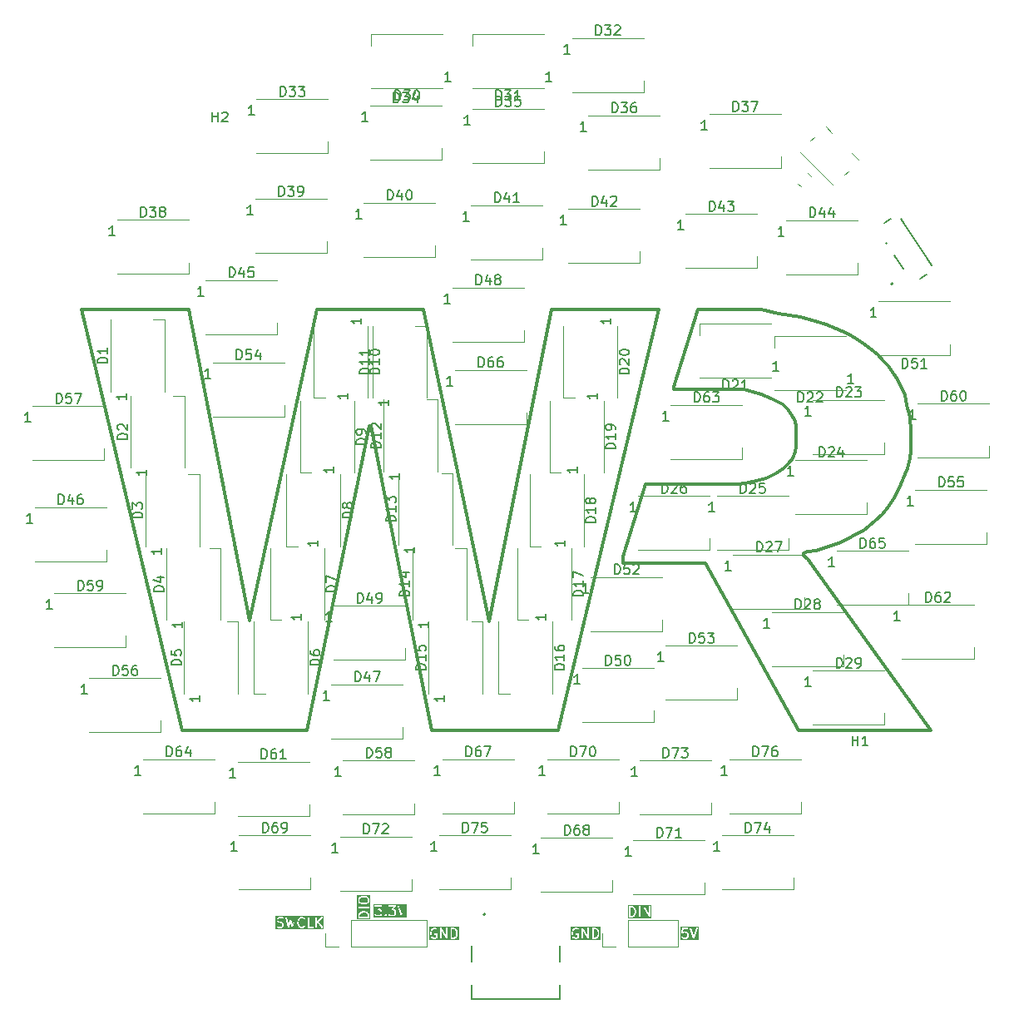
<source format=gbr>
%TF.GenerationSoftware,KiCad,Pcbnew,8.0.2*%
%TF.CreationDate,2025-04-19T12:26:07+02:00*%
%TF.ProjectId,WRadioLogo,57526164-696f-44c6-9f67-6f2e6b696361,rev?*%
%TF.SameCoordinates,Original*%
%TF.FileFunction,Legend,Top*%
%TF.FilePolarity,Positive*%
%FSLAX46Y46*%
G04 Gerber Fmt 4.6, Leading zero omitted, Abs format (unit mm)*
G04 Created by KiCad (PCBNEW 8.0.2) date 2025-04-19 12:26:07*
%MOMM*%
%LPD*%
G01*
G04 APERTURE LIST*
%ADD10C,0.300000*%
%ADD11C,0.100000*%
%ADD12C,0.150000*%
%ADD13C,0.120000*%
%ADD14C,0.127000*%
%ADD15C,0.200000*%
G04 APERTURE END LIST*
D10*
X162560000Y-97028000D02*
X163322000Y-96520000D01*
X169799000Y-103759000D02*
X168910000Y-104140000D01*
X175260000Y-98171000D02*
X174879000Y-98933000D01*
X115824000Y-80391000D02*
X126619000Y-80391000D01*
X171450000Y-102870000D02*
X170688000Y-103251000D01*
X91948000Y-80391000D02*
X102743000Y-80391000D01*
X139700000Y-80391000D02*
X150622000Y-80391000D01*
X155321000Y-106172000D02*
X146939000Y-106172000D01*
X168656000Y-82296000D02*
X169799000Y-82804000D01*
X175260000Y-88265000D02*
X175641000Y-89027000D01*
D11*
X91821000Y-80391000D02*
X91948000Y-80391000D01*
D10*
X102108000Y-123190000D02*
X91821000Y-80391000D01*
X175895000Y-96520000D02*
X175641000Y-97155000D01*
X176276000Y-92710000D02*
X176276000Y-94742000D01*
X164592000Y-94361000D02*
X164592000Y-92329000D01*
X161036000Y-80391000D02*
X162814000Y-80772000D01*
X172847000Y-84963000D02*
X173482000Y-85598000D01*
X161036000Y-89027000D02*
X160147000Y-88773000D01*
X162560000Y-89662000D02*
X162052000Y-89408000D01*
X163195000Y-90043000D02*
X162560000Y-89662000D01*
X164973000Y-81153000D02*
X166497000Y-81534000D01*
X121158000Y-92202000D02*
X114808000Y-123190000D01*
X165735000Y-105791000D02*
X166624000Y-106934000D01*
X173355000Y-101219000D02*
X172593000Y-101854000D01*
X163830000Y-96012000D02*
X164211000Y-95504000D01*
X164211000Y-95504000D02*
X164464995Y-94868998D01*
X162052000Y-89408000D02*
X161036000Y-89027000D01*
X166624000Y-104902000D02*
X165735000Y-105029000D01*
X172593000Y-101854000D02*
X171450000Y-102870000D01*
X161544000Y-97536000D02*
X162560000Y-97028000D01*
X170688000Y-103251000D02*
X169799000Y-103759000D01*
X172085000Y-84328000D02*
X172846995Y-84963006D01*
X165354000Y-105156000D02*
X165354000Y-105410000D01*
X174879000Y-98933000D02*
X174498000Y-99695000D01*
X175895000Y-90424000D02*
X176148994Y-91313002D01*
X165735000Y-105029000D02*
X165354000Y-105156000D01*
X102743000Y-80391000D02*
X108966000Y-112014000D01*
X173482000Y-85598000D02*
X173990000Y-86106000D01*
X165354000Y-105410000D02*
X165735000Y-105791000D01*
X176276000Y-94742000D02*
X176149000Y-95504000D01*
X133350000Y-112141000D02*
X139700000Y-80391000D01*
X167386000Y-104648000D02*
X166624000Y-104902000D01*
X158623000Y-88519000D02*
X152146000Y-88519000D01*
X175641000Y-89027000D02*
X175768000Y-89662000D01*
X159258000Y-88519000D02*
X158623000Y-88519000D01*
X163322000Y-96520000D02*
X163830000Y-96012000D01*
X146939000Y-106172000D02*
X146939000Y-105537000D01*
X160528000Y-97790000D02*
X161544000Y-97536000D01*
X160147000Y-88773000D02*
X159258000Y-88519000D01*
X150622000Y-80391000D02*
X140335000Y-123190000D01*
X164592000Y-92329000D02*
X164465000Y-91694000D01*
X170688000Y-83312000D02*
X171450000Y-83820000D01*
X126619000Y-80391000D02*
X133349731Y-112141058D01*
X164465000Y-94869000D02*
X164592000Y-94361000D01*
X140335000Y-123190000D02*
X127508000Y-123190000D01*
X175641000Y-97155000D02*
X175260000Y-98171000D01*
X146939000Y-105537000D02*
X149224941Y-98170982D01*
X175768000Y-89662000D02*
X175895000Y-90424000D01*
X152146000Y-88519000D02*
X152146000Y-88265000D01*
X167640000Y-81915000D02*
X168656000Y-82296000D01*
D11*
X121285000Y-92202000D02*
X121158000Y-92202000D01*
D10*
X166497000Y-81534000D02*
X167640000Y-81915000D01*
X174498000Y-99695000D02*
X173990000Y-100457000D01*
X164084000Y-91059000D02*
X163703000Y-90551000D01*
X159385000Y-98044000D02*
X160528000Y-97790000D01*
X127508000Y-123190000D02*
X121285000Y-92202000D01*
X158623000Y-98171000D02*
X159385000Y-98044000D01*
X163703000Y-90551000D02*
X163195000Y-90043000D01*
X149225000Y-98171000D02*
X158623000Y-98171000D01*
X162814000Y-80772000D02*
X164973000Y-81153000D01*
X154559000Y-80391000D02*
X161036000Y-80391000D01*
X166624000Y-106934000D02*
X178308000Y-123190000D01*
X152146000Y-88265000D02*
X154559000Y-80391000D01*
X176149000Y-95504000D02*
X175895000Y-96520000D01*
X164465000Y-91694000D02*
X164084000Y-91059000D01*
X168148000Y-104394000D02*
X167386000Y-104648000D01*
X174879000Y-87503000D02*
X175260000Y-88265000D01*
X169799000Y-82804000D02*
X170688000Y-83312000D01*
X174498000Y-86868000D02*
X174879000Y-87503000D01*
X164846000Y-123190000D02*
X155321000Y-106172000D01*
X171450000Y-83820000D02*
X172085000Y-84328000D01*
X168910000Y-104140000D02*
X168148000Y-104394000D01*
X173990000Y-100457000D02*
X173354994Y-101218995D01*
X178308000Y-123190000D02*
X164846000Y-123190000D01*
X176149000Y-91313000D02*
X176275990Y-92710001D01*
X114808000Y-123190000D02*
X102108000Y-123190000D01*
X108966000Y-112014000D02*
X115824000Y-80391000D01*
X173990000Y-86106000D02*
X174498000Y-86868000D01*
D12*
G36*
X144223346Y-143481290D02*
G01*
X144297555Y-143554080D01*
X144336246Y-143629215D01*
X144380864Y-143802645D01*
X144382006Y-143927417D01*
X144339980Y-144100540D01*
X144301255Y-144180350D01*
X144226978Y-144256076D01*
X144113899Y-144294867D01*
X143959292Y-144295749D01*
X143958083Y-143444398D01*
X144106750Y-143443551D01*
X144223346Y-143481290D01*
G37*
G36*
X144641937Y-144555930D02*
G01*
X141603049Y-144555930D01*
X141603049Y-143798390D01*
X141714160Y-143798390D01*
X141715427Y-143936969D01*
X141714249Y-143944893D01*
X141715583Y-143953917D01*
X141715601Y-143955879D01*
X141716023Y-143956900D01*
X141716399Y-143959437D01*
X141763916Y-144144135D01*
X141764442Y-144151532D01*
X141768644Y-144162514D01*
X141768965Y-144163759D01*
X141769287Y-144164194D01*
X141769697Y-144165264D01*
X141818387Y-144259816D01*
X141822037Y-144268628D01*
X141824420Y-144271532D01*
X141825148Y-144272945D01*
X141826646Y-144274244D01*
X141831365Y-144279994D01*
X141919534Y-144366479D01*
X141920386Y-144368183D01*
X141928030Y-144374813D01*
X141937968Y-144384561D01*
X141940458Y-144385592D01*
X141942493Y-144387357D01*
X141955919Y-144393351D01*
X142098500Y-144439500D01*
X142107861Y-144443378D01*
X142111624Y-144443748D01*
X142113112Y-144444230D01*
X142115086Y-144444089D01*
X142122493Y-144444819D01*
X142217810Y-144443568D01*
X142227111Y-144444230D01*
X142230765Y-144443398D01*
X142232363Y-144443378D01*
X142234194Y-144442619D01*
X142241448Y-144440970D01*
X142373238Y-144395759D01*
X142375220Y-144395759D01*
X142384772Y-144391802D01*
X142397730Y-144387357D01*
X142399765Y-144385591D01*
X142402256Y-144384560D01*
X142413622Y-144375232D01*
X142470568Y-144316247D01*
X142477849Y-144298668D01*
X142481766Y-144289212D01*
X142483207Y-144274580D01*
X142481766Y-143926615D01*
X142470567Y-143899579D01*
X142449875Y-143878887D01*
X142422839Y-143867688D01*
X142408207Y-143866247D01*
X142203099Y-143867688D01*
X142176063Y-143878887D01*
X142155371Y-143899579D01*
X142144172Y-143926615D01*
X142144172Y-143955879D01*
X142155371Y-143982915D01*
X142176063Y-144003607D01*
X142203099Y-144014806D01*
X142217731Y-144016247D01*
X142333514Y-144015433D01*
X142334456Y-144243006D01*
X142321651Y-144256269D01*
X142208944Y-144294934D01*
X142137566Y-144295870D01*
X142021639Y-144258348D01*
X141947431Y-144185558D01*
X141908739Y-144110421D01*
X141864121Y-143936991D01*
X141862979Y-143812219D01*
X141905005Y-143639096D01*
X141943730Y-143559286D01*
X142018009Y-143483561D01*
X142131174Y-143444739D01*
X142245802Y-143443690D01*
X142340778Y-143489775D01*
X142369968Y-143491849D01*
X142397730Y-143482595D01*
X142419837Y-143463422D01*
X142432925Y-143437247D01*
X142434999Y-143408057D01*
X142425745Y-143380296D01*
X142416659Y-143369819D01*
X142761779Y-143369819D01*
X142763220Y-144384451D01*
X142774419Y-144411487D01*
X142795111Y-144432179D01*
X142822147Y-144443378D01*
X142851411Y-144443378D01*
X142878447Y-144432179D01*
X142899139Y-144411487D01*
X142910338Y-144384451D01*
X142911779Y-144369819D01*
X142910756Y-143649749D01*
X143342103Y-144402448D01*
X143345847Y-144411487D01*
X143349209Y-144414849D01*
X143351599Y-144419019D01*
X143359487Y-144425127D01*
X143366539Y-144432179D01*
X143370957Y-144434009D01*
X143374737Y-144436936D01*
X143384358Y-144439560D01*
X143393575Y-144443378D01*
X143398356Y-144443378D01*
X143402968Y-144444636D01*
X143412865Y-144443378D01*
X143422839Y-144443378D01*
X143427254Y-144441548D01*
X143431998Y-144440946D01*
X143440662Y-144435995D01*
X143449875Y-144432179D01*
X143453253Y-144428800D01*
X143457407Y-144426427D01*
X143463516Y-144418537D01*
X143470567Y-144411487D01*
X143472396Y-144407070D01*
X143475324Y-144403290D01*
X143477948Y-144393666D01*
X143481766Y-144384451D01*
X143482502Y-144376968D01*
X143483024Y-144375058D01*
X143482836Y-144373582D01*
X143483207Y-144369819D01*
X143481787Y-143369819D01*
X143809398Y-143369819D01*
X143810839Y-144384451D01*
X143822038Y-144411487D01*
X143842730Y-144432179D01*
X143869766Y-144443378D01*
X143884398Y-144444819D01*
X144121167Y-144443468D01*
X144131873Y-144444230D01*
X144135581Y-144443386D01*
X144137125Y-144443378D01*
X144138956Y-144442619D01*
X144146210Y-144440970D01*
X144278000Y-144395759D01*
X144279982Y-144395759D01*
X144289534Y-144391802D01*
X144302492Y-144387357D01*
X144304527Y-144385591D01*
X144307018Y-144384560D01*
X144318383Y-144375233D01*
X144412315Y-144279468D01*
X144419838Y-144272945D01*
X144421850Y-144269748D01*
X144422949Y-144268628D01*
X144423706Y-144266798D01*
X144427670Y-144260502D01*
X144471938Y-144169269D01*
X144476021Y-144163759D01*
X144479956Y-144152743D01*
X144480544Y-144151533D01*
X144480582Y-144150992D01*
X144480968Y-144149913D01*
X144526208Y-143963547D01*
X144529385Y-143955879D01*
X144530282Y-143946764D01*
X144530737Y-143944893D01*
X144530574Y-143943800D01*
X144530826Y-143941247D01*
X144529558Y-143802667D01*
X144530737Y-143794744D01*
X144529402Y-143785719D01*
X144529385Y-143783758D01*
X144528962Y-143782736D01*
X144528587Y-143780200D01*
X144481069Y-143595501D01*
X144480544Y-143588104D01*
X144476340Y-143577121D01*
X144476021Y-143575878D01*
X144475698Y-143575442D01*
X144475289Y-143574373D01*
X144426600Y-143479823D01*
X144422949Y-143471008D01*
X144420564Y-143468102D01*
X144419838Y-143466692D01*
X144418341Y-143465393D01*
X144413621Y-143459643D01*
X144325450Y-143373158D01*
X144324599Y-143371455D01*
X144316956Y-143364826D01*
X144307018Y-143355078D01*
X144304527Y-143354046D01*
X144302492Y-143352281D01*
X144289067Y-143346287D01*
X144146488Y-143300138D01*
X144137125Y-143296260D01*
X144133359Y-143295889D01*
X144131873Y-143295408D01*
X144129898Y-143295548D01*
X144122493Y-143294819D01*
X143869766Y-143296260D01*
X143842730Y-143307459D01*
X143822038Y-143328151D01*
X143810839Y-143355187D01*
X143809398Y-143369819D01*
X143481787Y-143369819D01*
X143481766Y-143355187D01*
X143470567Y-143328151D01*
X143449875Y-143307459D01*
X143422839Y-143296260D01*
X143393575Y-143296260D01*
X143366539Y-143307459D01*
X143345847Y-143328151D01*
X143334648Y-143355187D01*
X143333207Y-143369819D01*
X143334229Y-144089888D01*
X142902882Y-143337189D01*
X142899139Y-143328151D01*
X142895776Y-143324788D01*
X142893387Y-143320619D01*
X142885497Y-143314509D01*
X142878447Y-143307459D01*
X142874030Y-143305629D01*
X142870250Y-143302702D01*
X142860626Y-143300077D01*
X142851411Y-143296260D01*
X142846630Y-143296260D01*
X142842018Y-143295002D01*
X142832121Y-143296260D01*
X142822147Y-143296260D01*
X142817731Y-143298089D01*
X142812988Y-143298692D01*
X142804323Y-143303642D01*
X142795111Y-143307459D01*
X142791732Y-143310837D01*
X142787579Y-143313211D01*
X142781469Y-143321100D01*
X142774419Y-143328151D01*
X142772589Y-143332567D01*
X142769662Y-143336348D01*
X142767037Y-143345971D01*
X142763220Y-143355187D01*
X142762483Y-143362669D01*
X142761962Y-143364580D01*
X142762149Y-143366055D01*
X142761779Y-143369819D01*
X142416659Y-143369819D01*
X142406572Y-143358188D01*
X142394129Y-143350356D01*
X142308240Y-143308681D01*
X142307018Y-143307459D01*
X142298152Y-143303786D01*
X142285159Y-143297482D01*
X142282471Y-143297291D01*
X142279982Y-143296260D01*
X142265350Y-143294819D01*
X142123131Y-143296120D01*
X142113112Y-143295408D01*
X142109428Y-143296245D01*
X142107861Y-143296260D01*
X142106030Y-143297018D01*
X142098775Y-143298668D01*
X141966985Y-143343879D01*
X141965005Y-143343879D01*
X141955455Y-143347834D01*
X141942493Y-143352281D01*
X141940458Y-143354045D01*
X141937968Y-143355077D01*
X141926603Y-143364405D01*
X141832671Y-143460167D01*
X141825148Y-143466692D01*
X141823135Y-143469888D01*
X141822038Y-143471008D01*
X141821280Y-143472835D01*
X141817316Y-143479135D01*
X141773049Y-143570366D01*
X141768965Y-143575878D01*
X141765027Y-143586897D01*
X141764442Y-143588105D01*
X141764403Y-143588644D01*
X141764018Y-143589724D01*
X141718777Y-143776089D01*
X141715601Y-143783758D01*
X141714703Y-143792872D01*
X141714249Y-143794744D01*
X141714411Y-143795836D01*
X141714160Y-143798390D01*
X141603049Y-143798390D01*
X141603049Y-143183708D01*
X144641937Y-143183708D01*
X144641937Y-144555930D01*
G37*
G36*
X120800540Y-141807637D02*
G01*
X120880350Y-141846363D01*
X120956076Y-141920640D01*
X120994867Y-142033717D01*
X120995749Y-142188325D01*
X120144398Y-142189534D01*
X120143551Y-142040867D01*
X120181290Y-141924271D01*
X120254080Y-141850062D01*
X120329215Y-141811371D01*
X120502645Y-141766753D01*
X120627417Y-141765611D01*
X120800540Y-141807637D01*
G37*
G36*
X120887325Y-140281776D02*
G01*
X120959166Y-140352243D01*
X120994928Y-140421689D01*
X120996018Y-140576858D01*
X120962867Y-140645180D01*
X120890485Y-140718973D01*
X120732313Y-140759666D01*
X120417559Y-140760969D01*
X120252311Y-140720855D01*
X120180471Y-140650388D01*
X120144709Y-140580942D01*
X120143619Y-140425773D01*
X120176770Y-140357450D01*
X120249152Y-140283658D01*
X120407323Y-140242965D01*
X120722077Y-140241662D01*
X120887325Y-140281776D01*
G37*
G36*
X121255930Y-142449331D02*
G01*
X119883708Y-142449331D01*
X119883708Y-142025125D01*
X119994819Y-142025125D01*
X119996260Y-142277852D01*
X120007459Y-142304888D01*
X120028151Y-142325580D01*
X120055187Y-142336779D01*
X120069819Y-142338220D01*
X121084451Y-142336779D01*
X121111487Y-142325580D01*
X121132179Y-142304888D01*
X121143378Y-142277852D01*
X121144819Y-142263220D01*
X121143468Y-142026449D01*
X121144230Y-142015744D01*
X121143386Y-142012035D01*
X121143378Y-142010493D01*
X121142619Y-142008662D01*
X121140970Y-142001407D01*
X121095759Y-141869616D01*
X121095759Y-141867636D01*
X121091802Y-141858083D01*
X121087357Y-141845125D01*
X121085592Y-141843090D01*
X121084561Y-141840600D01*
X121075233Y-141829235D01*
X120979468Y-141735302D01*
X120972945Y-141727780D01*
X120969748Y-141725767D01*
X120968628Y-141724669D01*
X120966798Y-141723911D01*
X120960502Y-141719948D01*
X120869270Y-141675681D01*
X120863759Y-141671597D01*
X120852739Y-141667659D01*
X120851532Y-141667074D01*
X120850992Y-141667035D01*
X120849913Y-141666650D01*
X120663547Y-141621409D01*
X120655879Y-141618233D01*
X120646764Y-141617335D01*
X120644893Y-141616881D01*
X120643800Y-141617043D01*
X120641247Y-141616792D01*
X120502667Y-141618059D01*
X120494744Y-141616881D01*
X120485719Y-141618215D01*
X120483758Y-141618233D01*
X120482736Y-141618655D01*
X120480200Y-141619031D01*
X120295501Y-141666548D01*
X120288104Y-141667074D01*
X120277121Y-141671277D01*
X120275878Y-141671597D01*
X120275442Y-141671919D01*
X120274373Y-141672329D01*
X120179823Y-141721017D01*
X120171008Y-141724669D01*
X120168102Y-141727053D01*
X120166692Y-141727780D01*
X120165393Y-141729276D01*
X120159643Y-141733997D01*
X120073158Y-141822167D01*
X120071455Y-141823019D01*
X120064826Y-141830661D01*
X120055078Y-141840600D01*
X120054046Y-141843090D01*
X120052281Y-141845126D01*
X120046287Y-141858551D01*
X120000138Y-142001129D01*
X119996260Y-142010493D01*
X119995889Y-142014258D01*
X119995408Y-142015745D01*
X119995548Y-142017719D01*
X119994819Y-142025125D01*
X119883708Y-142025125D01*
X119883708Y-141248588D01*
X119996260Y-141248588D01*
X119996260Y-141277852D01*
X120007459Y-141304888D01*
X120028151Y-141325580D01*
X120055187Y-141336779D01*
X120069819Y-141338220D01*
X121084451Y-141336779D01*
X121111487Y-141325580D01*
X121132179Y-141304888D01*
X121143378Y-141277852D01*
X121143378Y-141248588D01*
X121132179Y-141221552D01*
X121111487Y-141200860D01*
X121084451Y-141189661D01*
X121069819Y-141188220D01*
X120055187Y-141189661D01*
X120028151Y-141200860D01*
X120007459Y-141221552D01*
X119996260Y-141248588D01*
X119883708Y-141248588D01*
X119883708Y-140406078D01*
X119994819Y-140406078D01*
X119996077Y-140585165D01*
X119995408Y-140587173D01*
X119996166Y-140597845D01*
X119996260Y-140611186D01*
X119997291Y-140613675D01*
X119997482Y-140616363D01*
X120002737Y-140630095D01*
X120051429Y-140724651D01*
X120055078Y-140733460D01*
X120057460Y-140736362D01*
X120058188Y-140737776D01*
X120059686Y-140739075D01*
X120064405Y-140744825D01*
X120154728Y-140833422D01*
X120157128Y-140837422D01*
X120163988Y-140842505D01*
X120171008Y-140849391D01*
X120176161Y-140851525D01*
X120180640Y-140854844D01*
X120194486Y-140859791D01*
X120380851Y-140905031D01*
X120388520Y-140908208D01*
X120397634Y-140909105D01*
X120399506Y-140909560D01*
X120400598Y-140909397D01*
X120403152Y-140909649D01*
X120731588Y-140908288D01*
X120740131Y-140909560D01*
X120749223Y-140908215D01*
X120751117Y-140908208D01*
X120752138Y-140907785D01*
X120754675Y-140907410D01*
X120936666Y-140860589D01*
X120941592Y-140860589D01*
X120949667Y-140857244D01*
X120958997Y-140854844D01*
X120963476Y-140851524D01*
X120968628Y-140849391D01*
X120979994Y-140840063D01*
X121073932Y-140744295D01*
X121081450Y-140737776D01*
X121083460Y-140734582D01*
X121084561Y-140733460D01*
X121085319Y-140731627D01*
X121089282Y-140725333D01*
X121130957Y-140639443D01*
X121132179Y-140638222D01*
X121135848Y-140629362D01*
X121142156Y-140616364D01*
X121142347Y-140613674D01*
X121143378Y-140611186D01*
X121144819Y-140596554D01*
X121143560Y-140417465D01*
X121144230Y-140415458D01*
X121143471Y-140404785D01*
X121143378Y-140391446D01*
X121142347Y-140388957D01*
X121142156Y-140386268D01*
X121136901Y-140372537D01*
X121088212Y-140277988D01*
X121084561Y-140269172D01*
X121082176Y-140266266D01*
X121081450Y-140264856D01*
X121079953Y-140263557D01*
X121075233Y-140257807D01*
X120984909Y-140169211D01*
X120982509Y-140165210D01*
X120975645Y-140160124D01*
X120968628Y-140153241D01*
X120963476Y-140151107D01*
X120958997Y-140147788D01*
X120945151Y-140142841D01*
X120758785Y-140097600D01*
X120751117Y-140094424D01*
X120742002Y-140093526D01*
X120740131Y-140093072D01*
X120739038Y-140093234D01*
X120736485Y-140092983D01*
X120408048Y-140094343D01*
X120399506Y-140093072D01*
X120390413Y-140094416D01*
X120388520Y-140094424D01*
X120387498Y-140094846D01*
X120384962Y-140095222D01*
X120202971Y-140142043D01*
X120198045Y-140142043D01*
X120189968Y-140145388D01*
X120180640Y-140147788D01*
X120176161Y-140151106D01*
X120171008Y-140153241D01*
X120159643Y-140162569D01*
X120065711Y-140258331D01*
X120058188Y-140264856D01*
X120056175Y-140268052D01*
X120055078Y-140269172D01*
X120054320Y-140270999D01*
X120050356Y-140277299D01*
X120008681Y-140363187D01*
X120007459Y-140364410D01*
X120003786Y-140373275D01*
X119997482Y-140386269D01*
X119997291Y-140388956D01*
X119996260Y-140391446D01*
X119994819Y-140406078D01*
X119883708Y-140406078D01*
X119883708Y-139981872D01*
X121255930Y-139981872D01*
X121255930Y-142449331D01*
G37*
G36*
X124927062Y-142255930D02*
G01*
X121556871Y-142255930D01*
X121556871Y-141055187D01*
X121667982Y-141055187D01*
X121667982Y-141084451D01*
X121679181Y-141111487D01*
X121699873Y-141132179D01*
X121726909Y-141143378D01*
X121741541Y-141144819D01*
X122196812Y-141143783D01*
X121973027Y-141400970D01*
X121964895Y-141409103D01*
X121963935Y-141411419D01*
X121962261Y-141413344D01*
X121958359Y-141424881D01*
X121953696Y-141436139D01*
X121953696Y-141438669D01*
X121952886Y-141441065D01*
X121953696Y-141453218D01*
X121953696Y-141465403D01*
X121954663Y-141467739D01*
X121954832Y-141470263D01*
X121960234Y-141481188D01*
X121964895Y-141492439D01*
X121966681Y-141494225D01*
X121967804Y-141496495D01*
X121976976Y-141504520D01*
X121985587Y-141513131D01*
X121987923Y-141514099D01*
X121989828Y-141515765D01*
X122001365Y-141519666D01*
X122012623Y-141524330D01*
X122016193Y-141524681D01*
X122017549Y-141525140D01*
X122019516Y-141525008D01*
X122027255Y-141525771D01*
X122150564Y-141524642D01*
X122218946Y-141557823D01*
X122250273Y-141588067D01*
X122285676Y-141656818D01*
X122286832Y-141859554D01*
X122253536Y-141928175D01*
X122223290Y-141959504D01*
X122154568Y-141994893D01*
X121904249Y-141996094D01*
X121835564Y-141962767D01*
X121783209Y-141912220D01*
X121756173Y-141901021D01*
X121726910Y-141901021D01*
X121699874Y-141912219D01*
X121679181Y-141932912D01*
X121667982Y-141959948D01*
X121667982Y-141989211D01*
X121679180Y-142016247D01*
X121688507Y-142027612D01*
X121737542Y-142074953D01*
X121743176Y-142081450D01*
X121746321Y-142083429D01*
X121747492Y-142084560D01*
X121749319Y-142085317D01*
X121755619Y-142089282D01*
X121841508Y-142130957D01*
X121842730Y-142132179D01*
X121851589Y-142135848D01*
X121864588Y-142142156D01*
X121867277Y-142142347D01*
X121869766Y-142143378D01*
X121884398Y-142144819D01*
X122158552Y-142143503D01*
X122160731Y-142144230D01*
X122171851Y-142143439D01*
X122184744Y-142143378D01*
X122187233Y-142142346D01*
X122189921Y-142142156D01*
X122203653Y-142136901D01*
X122298207Y-142088209D01*
X122307018Y-142084560D01*
X122309920Y-142082177D01*
X122311334Y-142081450D01*
X122312634Y-142079950D01*
X122318384Y-142075232D01*
X122365725Y-142026195D01*
X122372219Y-142020564D01*
X122374198Y-142017418D01*
X122375330Y-142016247D01*
X122376087Y-142014417D01*
X122380051Y-142008121D01*
X122380319Y-142007569D01*
X122667982Y-142007569D01*
X122667982Y-142036832D01*
X122673019Y-142048991D01*
X122679181Y-142063868D01*
X122688508Y-142075233D01*
X122747492Y-142132179D01*
X122774528Y-142143378D01*
X122774529Y-142143378D01*
X122803791Y-142143378D01*
X122803792Y-142143378D01*
X122830828Y-142132179D01*
X122842193Y-142122852D01*
X122899139Y-142063868D01*
X122910338Y-142036832D01*
X122910338Y-142007569D01*
X122910292Y-142007459D01*
X122899140Y-141980533D01*
X122889812Y-141969167D01*
X122830828Y-141912220D01*
X122830827Y-141912219D01*
X122814990Y-141905659D01*
X122803792Y-141901021D01*
X122803791Y-141901021D01*
X122774528Y-141901021D01*
X122763330Y-141905659D01*
X122747493Y-141912219D01*
X122747492Y-141912220D01*
X122736126Y-141921548D01*
X122679180Y-141980533D01*
X122667982Y-142007569D01*
X122380319Y-142007569D01*
X122421726Y-141922231D01*
X122422948Y-141921010D01*
X122426617Y-141912150D01*
X122432925Y-141899152D01*
X122433116Y-141896462D01*
X122434147Y-141893974D01*
X122435588Y-141879342D01*
X122434295Y-141652736D01*
X122434999Y-141650627D01*
X122434221Y-141639684D01*
X122434147Y-141626615D01*
X122433116Y-141624126D01*
X122432925Y-141621437D01*
X122427670Y-141607706D01*
X122378978Y-141513151D01*
X122375329Y-141504341D01*
X122372946Y-141501438D01*
X122372219Y-141500025D01*
X122370720Y-141498725D01*
X122366002Y-141492976D01*
X122316966Y-141445634D01*
X122311334Y-141439140D01*
X122308188Y-141437160D01*
X122307018Y-141436030D01*
X122305190Y-141435272D01*
X122298891Y-141431308D01*
X122213002Y-141389633D01*
X122211780Y-141388411D01*
X122202914Y-141384738D01*
X122189921Y-141378434D01*
X122189632Y-141378413D01*
X122414815Y-141119619D01*
X122422948Y-141111487D01*
X122423907Y-141109170D01*
X122425582Y-141107246D01*
X122429483Y-141095708D01*
X122434147Y-141084451D01*
X122434147Y-141081920D01*
X122434957Y-141079525D01*
X122434147Y-141067371D01*
X122434147Y-141055187D01*
X123096553Y-141055187D01*
X123096553Y-141084451D01*
X123107752Y-141111487D01*
X123128444Y-141132179D01*
X123155480Y-141143378D01*
X123170112Y-141144819D01*
X123625383Y-141143783D01*
X123401598Y-141400970D01*
X123393466Y-141409103D01*
X123392506Y-141411419D01*
X123390832Y-141413344D01*
X123386930Y-141424881D01*
X123382267Y-141436139D01*
X123382267Y-141438669D01*
X123381457Y-141441065D01*
X123382267Y-141453218D01*
X123382267Y-141465403D01*
X123383234Y-141467739D01*
X123383403Y-141470263D01*
X123388805Y-141481188D01*
X123393466Y-141492439D01*
X123395252Y-141494225D01*
X123396375Y-141496495D01*
X123405547Y-141504520D01*
X123414158Y-141513131D01*
X123416494Y-141514099D01*
X123418399Y-141515765D01*
X123429936Y-141519666D01*
X123441194Y-141524330D01*
X123444764Y-141524681D01*
X123446120Y-141525140D01*
X123448087Y-141525008D01*
X123455826Y-141525771D01*
X123579135Y-141524642D01*
X123647517Y-141557823D01*
X123678844Y-141588067D01*
X123714247Y-141656818D01*
X123715403Y-141859554D01*
X123682107Y-141928175D01*
X123651861Y-141959504D01*
X123583139Y-141994893D01*
X123332820Y-141996094D01*
X123264135Y-141962767D01*
X123211780Y-141912220D01*
X123184744Y-141901021D01*
X123155481Y-141901021D01*
X123128445Y-141912219D01*
X123107752Y-141932912D01*
X123096553Y-141959948D01*
X123096553Y-141989211D01*
X123107751Y-142016247D01*
X123117078Y-142027612D01*
X123166113Y-142074953D01*
X123171747Y-142081450D01*
X123174892Y-142083429D01*
X123176063Y-142084560D01*
X123177890Y-142085317D01*
X123184190Y-142089282D01*
X123270079Y-142130957D01*
X123271301Y-142132179D01*
X123280160Y-142135848D01*
X123293159Y-142142156D01*
X123295848Y-142142347D01*
X123298337Y-142143378D01*
X123312969Y-142144819D01*
X123587123Y-142143503D01*
X123589302Y-142144230D01*
X123600422Y-142143439D01*
X123613315Y-142143378D01*
X123615804Y-142142346D01*
X123618492Y-142142156D01*
X123632224Y-142136901D01*
X123726778Y-142088209D01*
X123735589Y-142084560D01*
X123738491Y-142082177D01*
X123739905Y-142081450D01*
X123741205Y-142079950D01*
X123746955Y-142075232D01*
X123794296Y-142026195D01*
X123800790Y-142020564D01*
X123802769Y-142017418D01*
X123803901Y-142016247D01*
X123804658Y-142014417D01*
X123808622Y-142008121D01*
X123850297Y-141922231D01*
X123851519Y-141921010D01*
X123855188Y-141912150D01*
X123861496Y-141899152D01*
X123861687Y-141896462D01*
X123862718Y-141893974D01*
X123864159Y-141879342D01*
X123862866Y-141652736D01*
X123863570Y-141650627D01*
X123862792Y-141639684D01*
X123862718Y-141626615D01*
X123861687Y-141624126D01*
X123861496Y-141621437D01*
X123856241Y-141607706D01*
X123807549Y-141513151D01*
X123803900Y-141504341D01*
X123801517Y-141501438D01*
X123800790Y-141500025D01*
X123799291Y-141498725D01*
X123794573Y-141492976D01*
X123745537Y-141445634D01*
X123739905Y-141439140D01*
X123736759Y-141437160D01*
X123735589Y-141436030D01*
X123733761Y-141435272D01*
X123727462Y-141431308D01*
X123641573Y-141389633D01*
X123640351Y-141388411D01*
X123631485Y-141384738D01*
X123618492Y-141378434D01*
X123618203Y-141378413D01*
X123843386Y-141119619D01*
X123851519Y-141111487D01*
X123852478Y-141109170D01*
X123854153Y-141107246D01*
X123858054Y-141095708D01*
X123862718Y-141084451D01*
X123862718Y-141081920D01*
X123863528Y-141079525D01*
X123863506Y-141079199D01*
X124000463Y-141079199D01*
X124003723Y-141093536D01*
X124335500Y-142084413D01*
X124335871Y-142089629D01*
X124340035Y-142097959D01*
X124343050Y-142106961D01*
X124346560Y-142111008D01*
X124348957Y-142115802D01*
X124356065Y-142121967D01*
X124362224Y-142129068D01*
X124367013Y-142131462D01*
X124371064Y-142134976D01*
X124379989Y-142137950D01*
X124388397Y-142142155D01*
X124393741Y-142142534D01*
X124398827Y-142144230D01*
X124408207Y-142143563D01*
X124417587Y-142144230D01*
X124422672Y-142142534D01*
X124428017Y-142142155D01*
X124436427Y-142137949D01*
X124445349Y-142134976D01*
X124449396Y-142131465D01*
X124454190Y-142129069D01*
X124460353Y-142121963D01*
X124467457Y-142115802D01*
X124469852Y-142111010D01*
X124473364Y-142106962D01*
X124479358Y-142093536D01*
X124815951Y-141079200D01*
X124813876Y-141050010D01*
X124800790Y-141023836D01*
X124778682Y-141004662D01*
X124750920Y-140995408D01*
X124721730Y-140997483D01*
X124695557Y-141010570D01*
X124676383Y-141032677D01*
X124670389Y-141046102D01*
X124408639Y-141834895D01*
X124140031Y-141032676D01*
X124120857Y-141010569D01*
X124094684Y-140997483D01*
X124065494Y-140995408D01*
X124037731Y-141004662D01*
X124015624Y-141023836D01*
X124002538Y-141050009D01*
X124000463Y-141079199D01*
X123863506Y-141079199D01*
X123862718Y-141067371D01*
X123862718Y-141055187D01*
X123861750Y-141052850D01*
X123861582Y-141050327D01*
X123856179Y-141039401D01*
X123851519Y-141028151D01*
X123849732Y-141026364D01*
X123848610Y-141024095D01*
X123839437Y-141016069D01*
X123830827Y-141007459D01*
X123828490Y-141006490D01*
X123826586Y-141004825D01*
X123815048Y-141000923D01*
X123803791Y-140996260D01*
X123800220Y-140995908D01*
X123798865Y-140995450D01*
X123796897Y-140995581D01*
X123789159Y-140994819D01*
X123155480Y-140996260D01*
X123128444Y-141007459D01*
X123107752Y-141028151D01*
X123096553Y-141055187D01*
X122434147Y-141055187D01*
X122433179Y-141052850D01*
X122433011Y-141050327D01*
X122427608Y-141039401D01*
X122422948Y-141028151D01*
X122421161Y-141026364D01*
X122420039Y-141024095D01*
X122410866Y-141016069D01*
X122402256Y-141007459D01*
X122399919Y-141006490D01*
X122398015Y-141004825D01*
X122386477Y-141000923D01*
X122375220Y-140996260D01*
X122371649Y-140995908D01*
X122370294Y-140995450D01*
X122368326Y-140995581D01*
X122360588Y-140994819D01*
X121726909Y-140996260D01*
X121699873Y-141007459D01*
X121679181Y-141028151D01*
X121667982Y-141055187D01*
X121556871Y-141055187D01*
X121556871Y-140883708D01*
X124927062Y-140883708D01*
X124927062Y-142255930D01*
G37*
G36*
X154698491Y-144555930D02*
G01*
X152803399Y-144555930D01*
X152803399Y-143853249D01*
X152914510Y-143853249D01*
X152915601Y-143856864D01*
X152915601Y-143860640D01*
X152919795Y-143870765D01*
X152922963Y-143881265D01*
X152925354Y-143884188D01*
X152926800Y-143887677D01*
X152934553Y-143895430D01*
X152941494Y-143903913D01*
X152944820Y-143905697D01*
X152947492Y-143908369D01*
X152957619Y-143912564D01*
X152967281Y-143917747D01*
X152971040Y-143918122D01*
X152974529Y-143919568D01*
X152985490Y-143919568D01*
X152996400Y-143920659D01*
X153000016Y-143919568D01*
X153003791Y-143919568D01*
X153013916Y-143915373D01*
X153024416Y-143912206D01*
X153027339Y-143909814D01*
X153030828Y-143908369D01*
X153042193Y-143899042D01*
X153078837Y-143861085D01*
X153147588Y-143825682D01*
X153350324Y-143824526D01*
X153418946Y-143857823D01*
X153450273Y-143888067D01*
X153485676Y-143956818D01*
X153486832Y-144159554D01*
X153453536Y-144228175D01*
X153423290Y-144259504D01*
X153354540Y-144294907D01*
X153151804Y-144296063D01*
X153083183Y-144262767D01*
X153030828Y-144212220D01*
X153003792Y-144201021D01*
X152974529Y-144201021D01*
X152947493Y-144212219D01*
X152926800Y-144232912D01*
X152915601Y-144259948D01*
X152915601Y-144289211D01*
X152926799Y-144316247D01*
X152936126Y-144327612D01*
X152985161Y-144374953D01*
X152990795Y-144381450D01*
X152993940Y-144383429D01*
X152995111Y-144384560D01*
X152996938Y-144385317D01*
X153003238Y-144389282D01*
X153089127Y-144430957D01*
X153090349Y-144432179D01*
X153099208Y-144435848D01*
X153112207Y-144442156D01*
X153114896Y-144442347D01*
X153117385Y-144443378D01*
X153132017Y-144444819D01*
X153358621Y-144443526D01*
X153360731Y-144444230D01*
X153371673Y-144443452D01*
X153384744Y-144443378D01*
X153387233Y-144442346D01*
X153389921Y-144442156D01*
X153403653Y-144436901D01*
X153498207Y-144388209D01*
X153507018Y-144384560D01*
X153509920Y-144382177D01*
X153511334Y-144381450D01*
X153512634Y-144379950D01*
X153518384Y-144375232D01*
X153565725Y-144326195D01*
X153572219Y-144320564D01*
X153574198Y-144317418D01*
X153575330Y-144316247D01*
X153576087Y-144314417D01*
X153580051Y-144308121D01*
X153621726Y-144222231D01*
X153622948Y-144221010D01*
X153626617Y-144212150D01*
X153632925Y-144199152D01*
X153633116Y-144196462D01*
X153634147Y-144193974D01*
X153635588Y-144179342D01*
X153634295Y-143952736D01*
X153634999Y-143950627D01*
X153634221Y-143939684D01*
X153634147Y-143926615D01*
X153633116Y-143924126D01*
X153632925Y-143921437D01*
X153627670Y-143907706D01*
X153578978Y-143813151D01*
X153575329Y-143804341D01*
X153572946Y-143801438D01*
X153572219Y-143800025D01*
X153570720Y-143798725D01*
X153566002Y-143792976D01*
X153516966Y-143745634D01*
X153511334Y-143739140D01*
X153508188Y-143737160D01*
X153507018Y-143736030D01*
X153505190Y-143735272D01*
X153498891Y-143731308D01*
X153413002Y-143689633D01*
X153411780Y-143688411D01*
X153402914Y-143684738D01*
X153389921Y-143678434D01*
X153387233Y-143678243D01*
X153384744Y-143677212D01*
X153370112Y-143675771D01*
X153143506Y-143677063D01*
X153141397Y-143676360D01*
X153130454Y-143677137D01*
X153117385Y-143677212D01*
X153114896Y-143678242D01*
X153112207Y-143678434D01*
X153098476Y-143683689D01*
X153079307Y-143693559D01*
X153103466Y-143444623D01*
X153527601Y-143443378D01*
X153554637Y-143432179D01*
X153575329Y-143411487D01*
X153586528Y-143384451D01*
X153586528Y-143379199D01*
X153771892Y-143379199D01*
X153775152Y-143393536D01*
X154106929Y-144384413D01*
X154107300Y-144389629D01*
X154111464Y-144397959D01*
X154114479Y-144406961D01*
X154117989Y-144411008D01*
X154120386Y-144415802D01*
X154127494Y-144421967D01*
X154133653Y-144429068D01*
X154138442Y-144431462D01*
X154142493Y-144434976D01*
X154151418Y-144437950D01*
X154159826Y-144442155D01*
X154165170Y-144442534D01*
X154170256Y-144444230D01*
X154179636Y-144443563D01*
X154189016Y-144444230D01*
X154194101Y-144442534D01*
X154199446Y-144442155D01*
X154207856Y-144437949D01*
X154216778Y-144434976D01*
X154220825Y-144431465D01*
X154225619Y-144429069D01*
X154231782Y-144421963D01*
X154238886Y-144415802D01*
X154241281Y-144411010D01*
X154244793Y-144406962D01*
X154250787Y-144393536D01*
X154587380Y-143379200D01*
X154585305Y-143350010D01*
X154572219Y-143323836D01*
X154550111Y-143304662D01*
X154522349Y-143295408D01*
X154493159Y-143297483D01*
X154466986Y-143310570D01*
X154447812Y-143332677D01*
X154441818Y-143346102D01*
X154180068Y-144134895D01*
X153911460Y-143332676D01*
X153892286Y-143310569D01*
X153866113Y-143297483D01*
X153836923Y-143295408D01*
X153809160Y-143304662D01*
X153787053Y-143323836D01*
X153773967Y-143350009D01*
X153771892Y-143379199D01*
X153586528Y-143379199D01*
X153586528Y-143355187D01*
X153575329Y-143328151D01*
X153554637Y-143307459D01*
X153527601Y-143296260D01*
X153512969Y-143294819D01*
X153039926Y-143296207D01*
X153029539Y-143295169D01*
X153025960Y-143296248D01*
X153022147Y-143296260D01*
X153012020Y-143300454D01*
X153001523Y-143303622D01*
X152998599Y-143306013D01*
X152995111Y-143307459D01*
X152987357Y-143315212D01*
X152978875Y-143322153D01*
X152977090Y-143325479D01*
X152974419Y-143328151D01*
X152970223Y-143338280D01*
X152965041Y-143347940D01*
X152963933Y-143353464D01*
X152963220Y-143355187D01*
X152963220Y-143357023D01*
X152962151Y-143362356D01*
X152916948Y-143828125D01*
X152915601Y-143831378D01*
X152915601Y-143842007D01*
X152914510Y-143853249D01*
X152803399Y-143853249D01*
X152803399Y-143183708D01*
X154698491Y-143183708D01*
X154698491Y-144555930D01*
G37*
G36*
X129823346Y-143481290D02*
G01*
X129897555Y-143554080D01*
X129936246Y-143629215D01*
X129980864Y-143802645D01*
X129982006Y-143927417D01*
X129939980Y-144100540D01*
X129901255Y-144180350D01*
X129826978Y-144256076D01*
X129713899Y-144294867D01*
X129559292Y-144295749D01*
X129558083Y-143444398D01*
X129706750Y-143443551D01*
X129823346Y-143481290D01*
G37*
G36*
X130241937Y-144555930D02*
G01*
X127203049Y-144555930D01*
X127203049Y-143798390D01*
X127314160Y-143798390D01*
X127315427Y-143936969D01*
X127314249Y-143944893D01*
X127315583Y-143953917D01*
X127315601Y-143955879D01*
X127316023Y-143956900D01*
X127316399Y-143959437D01*
X127363916Y-144144135D01*
X127364442Y-144151532D01*
X127368644Y-144162514D01*
X127368965Y-144163759D01*
X127369287Y-144164194D01*
X127369697Y-144165264D01*
X127418387Y-144259816D01*
X127422037Y-144268628D01*
X127424420Y-144271532D01*
X127425148Y-144272945D01*
X127426646Y-144274244D01*
X127431365Y-144279994D01*
X127519534Y-144366479D01*
X127520386Y-144368183D01*
X127528030Y-144374813D01*
X127537968Y-144384561D01*
X127540458Y-144385592D01*
X127542493Y-144387357D01*
X127555919Y-144393351D01*
X127698500Y-144439500D01*
X127707861Y-144443378D01*
X127711624Y-144443748D01*
X127713112Y-144444230D01*
X127715086Y-144444089D01*
X127722493Y-144444819D01*
X127817810Y-144443568D01*
X127827111Y-144444230D01*
X127830765Y-144443398D01*
X127832363Y-144443378D01*
X127834194Y-144442619D01*
X127841448Y-144440970D01*
X127973238Y-144395759D01*
X127975220Y-144395759D01*
X127984772Y-144391802D01*
X127997730Y-144387357D01*
X127999765Y-144385591D01*
X128002256Y-144384560D01*
X128013622Y-144375232D01*
X128070568Y-144316247D01*
X128077849Y-144298668D01*
X128081766Y-144289212D01*
X128083207Y-144274580D01*
X128081766Y-143926615D01*
X128070567Y-143899579D01*
X128049875Y-143878887D01*
X128022839Y-143867688D01*
X128008207Y-143866247D01*
X127803099Y-143867688D01*
X127776063Y-143878887D01*
X127755371Y-143899579D01*
X127744172Y-143926615D01*
X127744172Y-143955879D01*
X127755371Y-143982915D01*
X127776063Y-144003607D01*
X127803099Y-144014806D01*
X127817731Y-144016247D01*
X127933514Y-144015433D01*
X127934456Y-144243006D01*
X127921651Y-144256269D01*
X127808944Y-144294934D01*
X127737566Y-144295870D01*
X127621639Y-144258348D01*
X127547431Y-144185558D01*
X127508739Y-144110421D01*
X127464121Y-143936991D01*
X127462979Y-143812219D01*
X127505005Y-143639096D01*
X127543730Y-143559286D01*
X127618009Y-143483561D01*
X127731174Y-143444739D01*
X127845802Y-143443690D01*
X127940778Y-143489775D01*
X127969968Y-143491849D01*
X127997730Y-143482595D01*
X128019837Y-143463422D01*
X128032925Y-143437247D01*
X128034999Y-143408057D01*
X128025745Y-143380296D01*
X128016659Y-143369819D01*
X128361779Y-143369819D01*
X128363220Y-144384451D01*
X128374419Y-144411487D01*
X128395111Y-144432179D01*
X128422147Y-144443378D01*
X128451411Y-144443378D01*
X128478447Y-144432179D01*
X128499139Y-144411487D01*
X128510338Y-144384451D01*
X128511779Y-144369819D01*
X128510756Y-143649749D01*
X128942103Y-144402448D01*
X128945847Y-144411487D01*
X128949209Y-144414849D01*
X128951599Y-144419019D01*
X128959487Y-144425127D01*
X128966539Y-144432179D01*
X128970957Y-144434009D01*
X128974737Y-144436936D01*
X128984358Y-144439560D01*
X128993575Y-144443378D01*
X128998356Y-144443378D01*
X129002968Y-144444636D01*
X129012865Y-144443378D01*
X129022839Y-144443378D01*
X129027254Y-144441548D01*
X129031998Y-144440946D01*
X129040662Y-144435995D01*
X129049875Y-144432179D01*
X129053253Y-144428800D01*
X129057407Y-144426427D01*
X129063516Y-144418537D01*
X129070567Y-144411487D01*
X129072396Y-144407070D01*
X129075324Y-144403290D01*
X129077948Y-144393666D01*
X129081766Y-144384451D01*
X129082502Y-144376968D01*
X129083024Y-144375058D01*
X129082836Y-144373582D01*
X129083207Y-144369819D01*
X129081787Y-143369819D01*
X129409398Y-143369819D01*
X129410839Y-144384451D01*
X129422038Y-144411487D01*
X129442730Y-144432179D01*
X129469766Y-144443378D01*
X129484398Y-144444819D01*
X129721167Y-144443468D01*
X129731873Y-144444230D01*
X129735581Y-144443386D01*
X129737125Y-144443378D01*
X129738956Y-144442619D01*
X129746210Y-144440970D01*
X129878000Y-144395759D01*
X129879982Y-144395759D01*
X129889534Y-144391802D01*
X129902492Y-144387357D01*
X129904527Y-144385591D01*
X129907018Y-144384560D01*
X129918383Y-144375233D01*
X130012315Y-144279468D01*
X130019838Y-144272945D01*
X130021850Y-144269748D01*
X130022949Y-144268628D01*
X130023706Y-144266798D01*
X130027670Y-144260502D01*
X130071938Y-144169269D01*
X130076021Y-144163759D01*
X130079956Y-144152743D01*
X130080544Y-144151533D01*
X130080582Y-144150992D01*
X130080968Y-144149913D01*
X130126208Y-143963547D01*
X130129385Y-143955879D01*
X130130282Y-143946764D01*
X130130737Y-143944893D01*
X130130574Y-143943800D01*
X130130826Y-143941247D01*
X130129558Y-143802667D01*
X130130737Y-143794744D01*
X130129402Y-143785719D01*
X130129385Y-143783758D01*
X130128962Y-143782736D01*
X130128587Y-143780200D01*
X130081069Y-143595501D01*
X130080544Y-143588104D01*
X130076340Y-143577121D01*
X130076021Y-143575878D01*
X130075698Y-143575442D01*
X130075289Y-143574373D01*
X130026600Y-143479823D01*
X130022949Y-143471008D01*
X130020564Y-143468102D01*
X130019838Y-143466692D01*
X130018341Y-143465393D01*
X130013621Y-143459643D01*
X129925450Y-143373158D01*
X129924599Y-143371455D01*
X129916956Y-143364826D01*
X129907018Y-143355078D01*
X129904527Y-143354046D01*
X129902492Y-143352281D01*
X129889067Y-143346287D01*
X129746488Y-143300138D01*
X129737125Y-143296260D01*
X129733359Y-143295889D01*
X129731873Y-143295408D01*
X129729898Y-143295548D01*
X129722493Y-143294819D01*
X129469766Y-143296260D01*
X129442730Y-143307459D01*
X129422038Y-143328151D01*
X129410839Y-143355187D01*
X129409398Y-143369819D01*
X129081787Y-143369819D01*
X129081766Y-143355187D01*
X129070567Y-143328151D01*
X129049875Y-143307459D01*
X129022839Y-143296260D01*
X128993575Y-143296260D01*
X128966539Y-143307459D01*
X128945847Y-143328151D01*
X128934648Y-143355187D01*
X128933207Y-143369819D01*
X128934229Y-144089888D01*
X128502882Y-143337189D01*
X128499139Y-143328151D01*
X128495776Y-143324788D01*
X128493387Y-143320619D01*
X128485497Y-143314509D01*
X128478447Y-143307459D01*
X128474030Y-143305629D01*
X128470250Y-143302702D01*
X128460626Y-143300077D01*
X128451411Y-143296260D01*
X128446630Y-143296260D01*
X128442018Y-143295002D01*
X128432121Y-143296260D01*
X128422147Y-143296260D01*
X128417731Y-143298089D01*
X128412988Y-143298692D01*
X128404323Y-143303642D01*
X128395111Y-143307459D01*
X128391732Y-143310837D01*
X128387579Y-143313211D01*
X128381469Y-143321100D01*
X128374419Y-143328151D01*
X128372589Y-143332567D01*
X128369662Y-143336348D01*
X128367037Y-143345971D01*
X128363220Y-143355187D01*
X128362483Y-143362669D01*
X128361962Y-143364580D01*
X128362149Y-143366055D01*
X128361779Y-143369819D01*
X128016659Y-143369819D01*
X128006572Y-143358188D01*
X127994129Y-143350356D01*
X127908240Y-143308681D01*
X127907018Y-143307459D01*
X127898152Y-143303786D01*
X127885159Y-143297482D01*
X127882471Y-143297291D01*
X127879982Y-143296260D01*
X127865350Y-143294819D01*
X127723131Y-143296120D01*
X127713112Y-143295408D01*
X127709428Y-143296245D01*
X127707861Y-143296260D01*
X127706030Y-143297018D01*
X127698775Y-143298668D01*
X127566985Y-143343879D01*
X127565005Y-143343879D01*
X127555455Y-143347834D01*
X127542493Y-143352281D01*
X127540458Y-143354045D01*
X127537968Y-143355077D01*
X127526603Y-143364405D01*
X127432671Y-143460167D01*
X127425148Y-143466692D01*
X127423135Y-143469888D01*
X127422038Y-143471008D01*
X127421280Y-143472835D01*
X127417316Y-143479135D01*
X127373049Y-143570366D01*
X127368965Y-143575878D01*
X127365027Y-143586897D01*
X127364442Y-143588105D01*
X127364403Y-143588644D01*
X127364018Y-143589724D01*
X127318777Y-143776089D01*
X127315601Y-143783758D01*
X127314703Y-143792872D01*
X127314249Y-143794744D01*
X127314411Y-143795836D01*
X127314160Y-143798390D01*
X127203049Y-143798390D01*
X127203049Y-143183708D01*
X130241937Y-143183708D01*
X130241937Y-144555930D01*
G37*
G36*
X147975727Y-141281290D02*
G01*
X148049936Y-141354080D01*
X148088627Y-141429215D01*
X148133245Y-141602645D01*
X148134387Y-141727417D01*
X148092361Y-141900540D01*
X148053636Y-141980350D01*
X147979359Y-142056076D01*
X147866280Y-142094867D01*
X147711673Y-142095749D01*
X147710464Y-141244398D01*
X147859131Y-141243551D01*
X147975727Y-141281290D01*
G37*
G36*
X149870508Y-142355930D02*
G01*
X147450668Y-142355930D01*
X147450668Y-141169819D01*
X147561779Y-141169819D01*
X147563220Y-142184451D01*
X147574419Y-142211487D01*
X147595111Y-142232179D01*
X147622147Y-142243378D01*
X147636779Y-142244819D01*
X147873548Y-142243468D01*
X147884254Y-142244230D01*
X147887962Y-142243386D01*
X147889506Y-142243378D01*
X147891337Y-142242619D01*
X147898591Y-142240970D01*
X148030381Y-142195759D01*
X148032363Y-142195759D01*
X148041915Y-142191802D01*
X148054873Y-142187357D01*
X148056908Y-142185591D01*
X148059399Y-142184560D01*
X148070764Y-142175233D01*
X148164696Y-142079468D01*
X148172219Y-142072945D01*
X148174231Y-142069748D01*
X148175330Y-142068628D01*
X148176087Y-142066798D01*
X148180051Y-142060502D01*
X148224319Y-141969269D01*
X148228402Y-141963759D01*
X148232337Y-141952743D01*
X148232925Y-141951533D01*
X148232963Y-141950992D01*
X148233349Y-141949913D01*
X148278589Y-141763547D01*
X148281766Y-141755879D01*
X148282663Y-141746764D01*
X148283118Y-141744893D01*
X148282955Y-141743800D01*
X148283207Y-141741247D01*
X148281939Y-141602667D01*
X148283118Y-141594744D01*
X148281783Y-141585719D01*
X148281766Y-141583758D01*
X148281343Y-141582736D01*
X148280968Y-141580200D01*
X148233450Y-141395501D01*
X148232925Y-141388104D01*
X148228721Y-141377121D01*
X148228402Y-141375878D01*
X148228079Y-141375442D01*
X148227670Y-141374373D01*
X148178981Y-141279823D01*
X148175330Y-141271008D01*
X148172945Y-141268102D01*
X148172219Y-141266692D01*
X148170722Y-141265393D01*
X148166002Y-141259643D01*
X148077831Y-141173158D01*
X148076980Y-141171455D01*
X148075094Y-141169819D01*
X148561779Y-141169819D01*
X148563220Y-142184451D01*
X148574419Y-142211487D01*
X148595111Y-142232179D01*
X148622147Y-142243378D01*
X148651411Y-142243378D01*
X148678447Y-142232179D01*
X148699139Y-142211487D01*
X148710338Y-142184451D01*
X148711779Y-142169819D01*
X148710359Y-141169819D01*
X149037969Y-141169819D01*
X149039410Y-142184451D01*
X149050609Y-142211487D01*
X149071301Y-142232179D01*
X149098337Y-142243378D01*
X149127601Y-142243378D01*
X149154637Y-142232179D01*
X149175329Y-142211487D01*
X149186528Y-142184451D01*
X149187969Y-142169819D01*
X149186946Y-141449749D01*
X149618293Y-142202448D01*
X149622037Y-142211487D01*
X149625399Y-142214849D01*
X149627789Y-142219019D01*
X149635677Y-142225127D01*
X149642729Y-142232179D01*
X149647147Y-142234009D01*
X149650927Y-142236936D01*
X149660548Y-142239560D01*
X149669765Y-142243378D01*
X149674546Y-142243378D01*
X149679158Y-142244636D01*
X149689055Y-142243378D01*
X149699029Y-142243378D01*
X149703444Y-142241548D01*
X149708188Y-142240946D01*
X149716852Y-142235995D01*
X149726065Y-142232179D01*
X149729443Y-142228800D01*
X149733597Y-142226427D01*
X149739706Y-142218537D01*
X149746757Y-142211487D01*
X149748586Y-142207070D01*
X149751514Y-142203290D01*
X149754138Y-142193666D01*
X149757956Y-142184451D01*
X149758692Y-142176968D01*
X149759214Y-142175058D01*
X149759026Y-142173582D01*
X149759397Y-142169819D01*
X149757956Y-141155187D01*
X149746757Y-141128151D01*
X149726065Y-141107459D01*
X149699029Y-141096260D01*
X149669765Y-141096260D01*
X149642729Y-141107459D01*
X149622037Y-141128151D01*
X149610838Y-141155187D01*
X149609397Y-141169819D01*
X149610419Y-141889888D01*
X149179072Y-141137189D01*
X149175329Y-141128151D01*
X149171966Y-141124788D01*
X149169577Y-141120619D01*
X149161687Y-141114509D01*
X149154637Y-141107459D01*
X149150220Y-141105629D01*
X149146440Y-141102702D01*
X149136816Y-141100077D01*
X149127601Y-141096260D01*
X149122820Y-141096260D01*
X149118208Y-141095002D01*
X149108311Y-141096260D01*
X149098337Y-141096260D01*
X149093921Y-141098089D01*
X149089178Y-141098692D01*
X149080513Y-141103642D01*
X149071301Y-141107459D01*
X149067922Y-141110837D01*
X149063769Y-141113211D01*
X149057659Y-141121100D01*
X149050609Y-141128151D01*
X149048779Y-141132567D01*
X149045852Y-141136348D01*
X149043227Y-141145971D01*
X149039410Y-141155187D01*
X149038673Y-141162669D01*
X149038152Y-141164580D01*
X149038339Y-141166055D01*
X149037969Y-141169819D01*
X148710359Y-141169819D01*
X148710338Y-141155187D01*
X148699139Y-141128151D01*
X148678447Y-141107459D01*
X148651411Y-141096260D01*
X148622147Y-141096260D01*
X148595111Y-141107459D01*
X148574419Y-141128151D01*
X148563220Y-141155187D01*
X148561779Y-141169819D01*
X148075094Y-141169819D01*
X148069337Y-141164826D01*
X148059399Y-141155078D01*
X148056908Y-141154046D01*
X148054873Y-141152281D01*
X148041448Y-141146287D01*
X147898869Y-141100138D01*
X147889506Y-141096260D01*
X147885740Y-141095889D01*
X147884254Y-141095408D01*
X147882279Y-141095548D01*
X147874874Y-141094819D01*
X147622147Y-141096260D01*
X147595111Y-141107459D01*
X147574419Y-141128151D01*
X147563220Y-141155187D01*
X147561779Y-141169819D01*
X147450668Y-141169819D01*
X147450668Y-140983708D01*
X149870508Y-140983708D01*
X149870508Y-142355930D01*
G37*
G36*
X116498969Y-143455930D02*
G01*
X111603049Y-143455930D01*
X111603049Y-142460295D01*
X111714160Y-142460295D01*
X111715265Y-142544601D01*
X111714749Y-142546152D01*
X111715407Y-142555421D01*
X111715601Y-142570165D01*
X111716632Y-142572654D01*
X111716823Y-142575342D01*
X111722078Y-142589074D01*
X111770770Y-142683630D01*
X111774419Y-142692439D01*
X111776801Y-142695341D01*
X111777529Y-142696755D01*
X111779027Y-142698054D01*
X111783746Y-142703804D01*
X111832781Y-142751145D01*
X111838414Y-142757640D01*
X111841559Y-142759619D01*
X111842730Y-142760750D01*
X111844557Y-142761507D01*
X111850857Y-142765472D01*
X111942089Y-142809740D01*
X111947600Y-142813823D01*
X111958615Y-142817758D01*
X111959826Y-142818346D01*
X111960366Y-142818384D01*
X111961446Y-142818770D01*
X112138929Y-142861854D01*
X112218946Y-142900680D01*
X112250273Y-142930924D01*
X112285795Y-142999905D01*
X112286584Y-143060066D01*
X112253536Y-143128175D01*
X112223290Y-143159504D01*
X112154540Y-143194907D01*
X111947759Y-143196086D01*
X111798540Y-143147789D01*
X111769350Y-143149864D01*
X111743177Y-143162950D01*
X111724003Y-143185057D01*
X111714749Y-143212820D01*
X111716824Y-143242010D01*
X111729910Y-143268183D01*
X111752017Y-143287357D01*
X111765443Y-143293351D01*
X111908024Y-143339500D01*
X111917385Y-143343378D01*
X111921148Y-143343748D01*
X111922636Y-143344230D01*
X111924610Y-143344089D01*
X111932017Y-143344819D01*
X112158621Y-143343526D01*
X112160731Y-143344230D01*
X112171673Y-143343452D01*
X112184744Y-143343378D01*
X112187233Y-143342346D01*
X112189921Y-143342156D01*
X112203653Y-143336901D01*
X112298207Y-143288209D01*
X112307018Y-143284560D01*
X112309920Y-143282177D01*
X112311334Y-143281450D01*
X112312634Y-143279950D01*
X112318384Y-143275232D01*
X112365725Y-143226195D01*
X112372219Y-143220564D01*
X112374198Y-143217418D01*
X112375330Y-143216247D01*
X112376087Y-143214417D01*
X112380051Y-143208121D01*
X112421726Y-143122231D01*
X112422948Y-143121010D01*
X112426617Y-143112150D01*
X112432925Y-143099152D01*
X112433116Y-143096462D01*
X112434147Y-143093974D01*
X112435588Y-143079342D01*
X112434482Y-142995034D01*
X112434999Y-142993484D01*
X112434340Y-142984213D01*
X112434147Y-142969472D01*
X112433116Y-142966983D01*
X112432925Y-142964294D01*
X112427670Y-142950563D01*
X112378978Y-142856008D01*
X112375329Y-142847198D01*
X112372946Y-142844295D01*
X112372219Y-142842882D01*
X112370720Y-142841582D01*
X112366002Y-142835833D01*
X112316966Y-142788491D01*
X112311334Y-142781997D01*
X112308188Y-142780017D01*
X112307018Y-142778887D01*
X112305190Y-142778129D01*
X112298891Y-142774165D01*
X112207659Y-142729898D01*
X112202148Y-142725814D01*
X112191128Y-142721876D01*
X112189921Y-142721291D01*
X112189381Y-142721252D01*
X112188302Y-142720867D01*
X112010818Y-142677782D01*
X111930802Y-142638957D01*
X111899474Y-142608712D01*
X111863952Y-142539731D01*
X111863163Y-142479570D01*
X111896212Y-142411460D01*
X111926456Y-142380133D01*
X111995207Y-142344730D01*
X112201988Y-142343551D01*
X112351207Y-142391849D01*
X112380397Y-142389774D01*
X112406571Y-142376688D01*
X112425745Y-142354580D01*
X112434999Y-142326818D01*
X112432924Y-142297628D01*
X112420421Y-142272623D01*
X112618974Y-142272623D01*
X112620962Y-142287191D01*
X112859624Y-143283466D01*
X112861026Y-143294012D01*
X112862945Y-143297327D01*
X112863847Y-143301091D01*
X112870233Y-143309915D01*
X112875688Y-143319337D01*
X112878745Y-143321677D01*
X112881004Y-143324798D01*
X112890279Y-143330505D01*
X112898926Y-143337124D01*
X112902646Y-143338116D01*
X112905926Y-143340134D01*
X112916680Y-143341858D01*
X112927202Y-143344664D01*
X112931017Y-143344157D01*
X112934821Y-143344767D01*
X112945419Y-143342243D01*
X112956210Y-143340810D01*
X112959541Y-143338881D01*
X112963289Y-143337989D01*
X112972113Y-143331602D01*
X112981535Y-143326148D01*
X112983875Y-143323090D01*
X112986996Y-143320832D01*
X112992703Y-143311556D01*
X112999322Y-143302910D01*
X113001347Y-143297510D01*
X113002332Y-143295910D01*
X113002619Y-143294118D01*
X113004485Y-143289144D01*
X113122312Y-142843870D01*
X113240984Y-143285495D01*
X113242654Y-143295910D01*
X113244657Y-143299166D01*
X113245664Y-143302911D01*
X113252284Y-143311559D01*
X113257990Y-143320832D01*
X113261110Y-143323090D01*
X113263451Y-143326148D01*
X113272872Y-143331602D01*
X113281697Y-143337989D01*
X113285444Y-143338881D01*
X113288776Y-143340810D01*
X113299569Y-143342244D01*
X113310165Y-143344767D01*
X113313966Y-143344157D01*
X113317785Y-143344665D01*
X113328316Y-143341856D01*
X113339060Y-143340134D01*
X113342336Y-143338118D01*
X113346060Y-143337125D01*
X113354710Y-143330503D01*
X113363982Y-143324798D01*
X113366240Y-143321677D01*
X113369298Y-143319337D01*
X113374753Y-143309914D01*
X113381139Y-143301091D01*
X113383016Y-143295642D01*
X113383960Y-143294013D01*
X113384199Y-143292209D01*
X113385929Y-143287191D01*
X113525261Y-142698390D01*
X113809398Y-142698390D01*
X113810665Y-142836969D01*
X113809487Y-142844893D01*
X113810821Y-142853917D01*
X113810839Y-142855879D01*
X113811261Y-142856900D01*
X113811637Y-142859437D01*
X113859154Y-143044135D01*
X113859680Y-143051532D01*
X113863882Y-143062514D01*
X113864203Y-143063759D01*
X113864525Y-143064194D01*
X113864935Y-143065264D01*
X113913625Y-143159816D01*
X113917275Y-143168628D01*
X113919658Y-143171532D01*
X113920386Y-143172945D01*
X113921884Y-143174244D01*
X113926603Y-143179994D01*
X114014772Y-143266479D01*
X114015624Y-143268183D01*
X114023268Y-143274813D01*
X114033206Y-143284561D01*
X114035696Y-143285592D01*
X114037731Y-143287357D01*
X114051157Y-143293351D01*
X114193738Y-143339500D01*
X114203099Y-143343378D01*
X114206862Y-143343748D01*
X114208350Y-143344230D01*
X114210324Y-143344089D01*
X114217731Y-143344819D01*
X114313048Y-143343568D01*
X114322349Y-143344230D01*
X114326003Y-143343398D01*
X114327601Y-143343378D01*
X114329432Y-143342619D01*
X114336686Y-143340970D01*
X114468476Y-143295759D01*
X114470458Y-143295759D01*
X114480010Y-143291802D01*
X114492968Y-143287357D01*
X114495003Y-143285591D01*
X114497494Y-143284560D01*
X114508860Y-143275232D01*
X114565806Y-143216247D01*
X114577004Y-143189211D01*
X114577004Y-143159948D01*
X114565805Y-143132912D01*
X114545112Y-143112219D01*
X114518076Y-143101021D01*
X114488813Y-143101021D01*
X114461777Y-143112220D01*
X114450411Y-143121548D01*
X114416889Y-143156269D01*
X114304182Y-143194934D01*
X114232804Y-143195870D01*
X114116877Y-143158348D01*
X114042669Y-143085558D01*
X114003977Y-143010421D01*
X113959359Y-142836991D01*
X113958217Y-142712219D01*
X114000243Y-142539096D01*
X114038968Y-142459286D01*
X114113247Y-142383561D01*
X114226516Y-142344703D01*
X114297895Y-142343767D01*
X114414088Y-142381376D01*
X114461777Y-142427417D01*
X114488813Y-142438616D01*
X114518076Y-142438616D01*
X114545112Y-142427417D01*
X114565805Y-142406724D01*
X114577004Y-142379688D01*
X114577004Y-142350425D01*
X114565805Y-142323389D01*
X114556478Y-142312024D01*
X114515651Y-142272608D01*
X114515075Y-142271455D01*
X114513189Y-142269819D01*
X114857017Y-142269819D01*
X114858458Y-143284451D01*
X114869657Y-143311487D01*
X114890349Y-143332179D01*
X114917385Y-143343378D01*
X114932017Y-143344819D01*
X115422839Y-143343378D01*
X115449875Y-143332179D01*
X115470567Y-143311487D01*
X115481766Y-143284451D01*
X115481766Y-143255187D01*
X115470567Y-143228151D01*
X115449875Y-143207459D01*
X115422839Y-143196260D01*
X115408207Y-143194819D01*
X115006912Y-143195997D01*
X115005597Y-142269819D01*
X115666541Y-142269819D01*
X115667982Y-143284451D01*
X115679181Y-143311487D01*
X115699873Y-143332179D01*
X115726909Y-143343378D01*
X115756173Y-143343378D01*
X115783209Y-143332179D01*
X115803901Y-143311487D01*
X115815100Y-143284451D01*
X115816541Y-143269819D01*
X115815977Y-142872801D01*
X115876282Y-142812284D01*
X116262901Y-143325660D01*
X116288082Y-143340570D01*
X116317051Y-143344708D01*
X116345399Y-143337446D01*
X116368810Y-143319887D01*
X116383719Y-143294706D01*
X116387858Y-143265738D01*
X116380596Y-143237389D01*
X116372969Y-143224819D01*
X115982226Y-142705968D01*
X116375329Y-142311487D01*
X116386528Y-142284451D01*
X116386528Y-142255188D01*
X116375329Y-142228151D01*
X116354637Y-142207459D01*
X116327600Y-142196260D01*
X116298337Y-142196260D01*
X116271301Y-142207459D01*
X116259936Y-142216786D01*
X115833908Y-142644308D01*
X115828557Y-142648322D01*
X115826577Y-142651665D01*
X115815678Y-142662602D01*
X115815100Y-142255187D01*
X115803901Y-142228151D01*
X115783209Y-142207459D01*
X115756173Y-142196260D01*
X115726909Y-142196260D01*
X115699873Y-142207459D01*
X115679181Y-142228151D01*
X115667982Y-142255187D01*
X115666541Y-142269819D01*
X115005597Y-142269819D01*
X115005576Y-142255187D01*
X114994377Y-142228151D01*
X114973685Y-142207459D01*
X114946649Y-142196260D01*
X114917385Y-142196260D01*
X114890349Y-142207459D01*
X114869657Y-142228151D01*
X114858458Y-142255187D01*
X114857017Y-142269819D01*
X114513189Y-142269819D01*
X114508995Y-142266181D01*
X114497494Y-142255078D01*
X114495003Y-142254046D01*
X114492968Y-142252281D01*
X114479543Y-142246287D01*
X114336964Y-142200138D01*
X114327601Y-142196260D01*
X114323835Y-142195889D01*
X114322349Y-142195408D01*
X114320374Y-142195548D01*
X114312969Y-142194819D01*
X114217650Y-142196069D01*
X114208350Y-142195408D01*
X114204695Y-142196239D01*
X114203099Y-142196260D01*
X114201268Y-142197018D01*
X114194013Y-142198668D01*
X114062223Y-142243879D01*
X114060243Y-142243879D01*
X114050693Y-142247834D01*
X114037731Y-142252281D01*
X114035696Y-142254045D01*
X114033206Y-142255077D01*
X114021841Y-142264405D01*
X113927909Y-142360167D01*
X113920386Y-142366692D01*
X113918373Y-142369888D01*
X113917276Y-142371008D01*
X113916518Y-142372835D01*
X113912554Y-142379135D01*
X113868287Y-142470366D01*
X113864203Y-142475878D01*
X113860265Y-142486897D01*
X113859680Y-142488105D01*
X113859641Y-142488644D01*
X113859256Y-142489724D01*
X113814015Y-142676089D01*
X113810839Y-142683758D01*
X113809941Y-142692872D01*
X113809487Y-142694744D01*
X113809649Y-142695836D01*
X113809398Y-142698390D01*
X113525261Y-142698390D01*
X113626013Y-142272623D01*
X113621380Y-142243728D01*
X113606044Y-142218806D01*
X113582337Y-142201650D01*
X113553869Y-142194871D01*
X113524974Y-142199504D01*
X113500052Y-142214840D01*
X113482895Y-142238547D01*
X113478105Y-142252448D01*
X113309128Y-142966521D01*
X113194750Y-142540872D01*
X113193484Y-142531339D01*
X113191066Y-142527164D01*
X113189798Y-142522442D01*
X113183783Y-142514583D01*
X113178822Y-142506015D01*
X113174963Y-142503061D01*
X113172011Y-142499204D01*
X113163446Y-142494245D01*
X113155584Y-142488227D01*
X113150887Y-142486974D01*
X113146686Y-142484542D01*
X113136879Y-142483239D01*
X113127309Y-142480687D01*
X113122490Y-142481327D01*
X113117678Y-142480688D01*
X113108117Y-142483237D01*
X113098300Y-142484542D01*
X113094094Y-142486976D01*
X113089402Y-142488228D01*
X113081542Y-142494243D01*
X113072975Y-142499204D01*
X113070021Y-142503062D01*
X113066164Y-142506015D01*
X113061205Y-142514580D01*
X113055188Y-142522441D01*
X113052491Y-142529630D01*
X113051502Y-142531340D01*
X113051310Y-142532779D01*
X113050025Y-142536208D01*
X112936327Y-142965875D01*
X112762092Y-142238547D01*
X112744935Y-142214840D01*
X112720013Y-142199504D01*
X112691118Y-142194871D01*
X112662650Y-142201649D01*
X112638943Y-142218806D01*
X112623607Y-142243728D01*
X112618974Y-142272623D01*
X112420421Y-142272623D01*
X112419837Y-142271455D01*
X112397730Y-142252281D01*
X112384305Y-142246287D01*
X112241726Y-142200138D01*
X112232363Y-142196260D01*
X112228597Y-142195889D01*
X112227111Y-142195408D01*
X112225136Y-142195548D01*
X112217731Y-142194819D01*
X111991125Y-142196111D01*
X111989016Y-142195408D01*
X111978073Y-142196185D01*
X111965004Y-142196260D01*
X111962515Y-142197290D01*
X111959826Y-142197482D01*
X111946095Y-142202737D01*
X111851540Y-142251428D01*
X111842730Y-142255078D01*
X111839827Y-142257460D01*
X111838414Y-142258188D01*
X111837114Y-142259686D01*
X111831365Y-142264405D01*
X111784023Y-142313440D01*
X111777529Y-142319073D01*
X111775549Y-142322218D01*
X111774419Y-142323389D01*
X111773661Y-142325216D01*
X111769697Y-142331516D01*
X111728022Y-142417404D01*
X111726800Y-142418627D01*
X111723127Y-142427492D01*
X111716823Y-142440486D01*
X111716632Y-142443173D01*
X111715601Y-142445663D01*
X111714160Y-142460295D01*
X111603049Y-142460295D01*
X111603049Y-142083708D01*
X116498969Y-142083708D01*
X116498969Y-143455930D01*
G37*
X119943714Y-110238819D02*
X119943714Y-109238819D01*
X119943714Y-109238819D02*
X120181809Y-109238819D01*
X120181809Y-109238819D02*
X120324666Y-109286438D01*
X120324666Y-109286438D02*
X120419904Y-109381676D01*
X120419904Y-109381676D02*
X120467523Y-109476914D01*
X120467523Y-109476914D02*
X120515142Y-109667390D01*
X120515142Y-109667390D02*
X120515142Y-109810247D01*
X120515142Y-109810247D02*
X120467523Y-110000723D01*
X120467523Y-110000723D02*
X120419904Y-110095961D01*
X120419904Y-110095961D02*
X120324666Y-110191200D01*
X120324666Y-110191200D02*
X120181809Y-110238819D01*
X120181809Y-110238819D02*
X119943714Y-110238819D01*
X121372285Y-109572152D02*
X121372285Y-110238819D01*
X121134190Y-109191200D02*
X120896095Y-109905485D01*
X120896095Y-109905485D02*
X121515142Y-109905485D01*
X121943714Y-110238819D02*
X122134190Y-110238819D01*
X122134190Y-110238819D02*
X122229428Y-110191200D01*
X122229428Y-110191200D02*
X122277047Y-110143580D01*
X122277047Y-110143580D02*
X122372285Y-110000723D01*
X122372285Y-110000723D02*
X122419904Y-109810247D01*
X122419904Y-109810247D02*
X122419904Y-109429295D01*
X122419904Y-109429295D02*
X122372285Y-109334057D01*
X122372285Y-109334057D02*
X122324666Y-109286438D01*
X122324666Y-109286438D02*
X122229428Y-109238819D01*
X122229428Y-109238819D02*
X122038952Y-109238819D01*
X122038952Y-109238819D02*
X121943714Y-109286438D01*
X121943714Y-109286438D02*
X121896095Y-109334057D01*
X121896095Y-109334057D02*
X121848476Y-109429295D01*
X121848476Y-109429295D02*
X121848476Y-109667390D01*
X121848476Y-109667390D02*
X121896095Y-109762628D01*
X121896095Y-109762628D02*
X121943714Y-109810247D01*
X121943714Y-109810247D02*
X122038952Y-109857866D01*
X122038952Y-109857866D02*
X122229428Y-109857866D01*
X122229428Y-109857866D02*
X122324666Y-109810247D01*
X122324666Y-109810247D02*
X122372285Y-109762628D01*
X122372285Y-109762628D02*
X122419904Y-109667390D01*
X117293714Y-112138819D02*
X116722286Y-112138819D01*
X117008000Y-112138819D02*
X117008000Y-111138819D01*
X117008000Y-111138819D02*
X116912762Y-111281676D01*
X116912762Y-111281676D02*
X116817524Y-111376914D01*
X116817524Y-111376914D02*
X116722286Y-111424533D01*
X122303819Y-94432285D02*
X121303819Y-94432285D01*
X121303819Y-94432285D02*
X121303819Y-94194190D01*
X121303819Y-94194190D02*
X121351438Y-94051333D01*
X121351438Y-94051333D02*
X121446676Y-93956095D01*
X121446676Y-93956095D02*
X121541914Y-93908476D01*
X121541914Y-93908476D02*
X121732390Y-93860857D01*
X121732390Y-93860857D02*
X121875247Y-93860857D01*
X121875247Y-93860857D02*
X122065723Y-93908476D01*
X122065723Y-93908476D02*
X122160961Y-93956095D01*
X122160961Y-93956095D02*
X122256200Y-94051333D01*
X122256200Y-94051333D02*
X122303819Y-94194190D01*
X122303819Y-94194190D02*
X122303819Y-94432285D01*
X122303819Y-92908476D02*
X122303819Y-93479904D01*
X122303819Y-93194190D02*
X121303819Y-93194190D01*
X121303819Y-93194190D02*
X121446676Y-93289428D01*
X121446676Y-93289428D02*
X121541914Y-93384666D01*
X121541914Y-93384666D02*
X121589533Y-93479904D01*
X121399057Y-92527523D02*
X121351438Y-92479904D01*
X121351438Y-92479904D02*
X121303819Y-92384666D01*
X121303819Y-92384666D02*
X121303819Y-92146571D01*
X121303819Y-92146571D02*
X121351438Y-92051333D01*
X121351438Y-92051333D02*
X121399057Y-92003714D01*
X121399057Y-92003714D02*
X121494295Y-91956095D01*
X121494295Y-91956095D02*
X121589533Y-91956095D01*
X121589533Y-91956095D02*
X121732390Y-92003714D01*
X121732390Y-92003714D02*
X122303819Y-92575142D01*
X122303819Y-92575142D02*
X122303819Y-91956095D01*
X124203819Y-97082285D02*
X124203819Y-97653713D01*
X124203819Y-97367999D02*
X123203819Y-97367999D01*
X123203819Y-97367999D02*
X123346676Y-97463237D01*
X123346676Y-97463237D02*
X123441914Y-97558475D01*
X123441914Y-97558475D02*
X123489533Y-97653713D01*
X160202714Y-125859819D02*
X160202714Y-124859819D01*
X160202714Y-124859819D02*
X160440809Y-124859819D01*
X160440809Y-124859819D02*
X160583666Y-124907438D01*
X160583666Y-124907438D02*
X160678904Y-125002676D01*
X160678904Y-125002676D02*
X160726523Y-125097914D01*
X160726523Y-125097914D02*
X160774142Y-125288390D01*
X160774142Y-125288390D02*
X160774142Y-125431247D01*
X160774142Y-125431247D02*
X160726523Y-125621723D01*
X160726523Y-125621723D02*
X160678904Y-125716961D01*
X160678904Y-125716961D02*
X160583666Y-125812200D01*
X160583666Y-125812200D02*
X160440809Y-125859819D01*
X160440809Y-125859819D02*
X160202714Y-125859819D01*
X161107476Y-124859819D02*
X161774142Y-124859819D01*
X161774142Y-124859819D02*
X161345571Y-125859819D01*
X162583666Y-124859819D02*
X162393190Y-124859819D01*
X162393190Y-124859819D02*
X162297952Y-124907438D01*
X162297952Y-124907438D02*
X162250333Y-124955057D01*
X162250333Y-124955057D02*
X162155095Y-125097914D01*
X162155095Y-125097914D02*
X162107476Y-125288390D01*
X162107476Y-125288390D02*
X162107476Y-125669342D01*
X162107476Y-125669342D02*
X162155095Y-125764580D01*
X162155095Y-125764580D02*
X162202714Y-125812200D01*
X162202714Y-125812200D02*
X162297952Y-125859819D01*
X162297952Y-125859819D02*
X162488428Y-125859819D01*
X162488428Y-125859819D02*
X162583666Y-125812200D01*
X162583666Y-125812200D02*
X162631285Y-125764580D01*
X162631285Y-125764580D02*
X162678904Y-125669342D01*
X162678904Y-125669342D02*
X162678904Y-125431247D01*
X162678904Y-125431247D02*
X162631285Y-125336009D01*
X162631285Y-125336009D02*
X162583666Y-125288390D01*
X162583666Y-125288390D02*
X162488428Y-125240771D01*
X162488428Y-125240771D02*
X162297952Y-125240771D01*
X162297952Y-125240771D02*
X162202714Y-125288390D01*
X162202714Y-125288390D02*
X162155095Y-125336009D01*
X162155095Y-125336009D02*
X162107476Y-125431247D01*
X157552714Y-127759819D02*
X156981286Y-127759819D01*
X157267000Y-127759819D02*
X157267000Y-126759819D01*
X157267000Y-126759819D02*
X157171762Y-126902676D01*
X157171762Y-126902676D02*
X157076524Y-126997914D01*
X157076524Y-126997914D02*
X156981286Y-127045533D01*
X119397819Y-101576094D02*
X118397819Y-101576094D01*
X118397819Y-101576094D02*
X118397819Y-101337999D01*
X118397819Y-101337999D02*
X118445438Y-101195142D01*
X118445438Y-101195142D02*
X118540676Y-101099904D01*
X118540676Y-101099904D02*
X118635914Y-101052285D01*
X118635914Y-101052285D02*
X118826390Y-101004666D01*
X118826390Y-101004666D02*
X118969247Y-101004666D01*
X118969247Y-101004666D02*
X119159723Y-101052285D01*
X119159723Y-101052285D02*
X119254961Y-101099904D01*
X119254961Y-101099904D02*
X119350200Y-101195142D01*
X119350200Y-101195142D02*
X119397819Y-101337999D01*
X119397819Y-101337999D02*
X119397819Y-101576094D01*
X118826390Y-100433237D02*
X118778771Y-100528475D01*
X118778771Y-100528475D02*
X118731152Y-100576094D01*
X118731152Y-100576094D02*
X118635914Y-100623713D01*
X118635914Y-100623713D02*
X118588295Y-100623713D01*
X118588295Y-100623713D02*
X118493057Y-100576094D01*
X118493057Y-100576094D02*
X118445438Y-100528475D01*
X118445438Y-100528475D02*
X118397819Y-100433237D01*
X118397819Y-100433237D02*
X118397819Y-100242761D01*
X118397819Y-100242761D02*
X118445438Y-100147523D01*
X118445438Y-100147523D02*
X118493057Y-100099904D01*
X118493057Y-100099904D02*
X118588295Y-100052285D01*
X118588295Y-100052285D02*
X118635914Y-100052285D01*
X118635914Y-100052285D02*
X118731152Y-100099904D01*
X118731152Y-100099904D02*
X118778771Y-100147523D01*
X118778771Y-100147523D02*
X118826390Y-100242761D01*
X118826390Y-100242761D02*
X118826390Y-100433237D01*
X118826390Y-100433237D02*
X118874009Y-100528475D01*
X118874009Y-100528475D02*
X118921628Y-100576094D01*
X118921628Y-100576094D02*
X119016866Y-100623713D01*
X119016866Y-100623713D02*
X119207342Y-100623713D01*
X119207342Y-100623713D02*
X119302580Y-100576094D01*
X119302580Y-100576094D02*
X119350200Y-100528475D01*
X119350200Y-100528475D02*
X119397819Y-100433237D01*
X119397819Y-100433237D02*
X119397819Y-100242761D01*
X119397819Y-100242761D02*
X119350200Y-100147523D01*
X119350200Y-100147523D02*
X119302580Y-100099904D01*
X119302580Y-100099904D02*
X119207342Y-100052285D01*
X119207342Y-100052285D02*
X119016866Y-100052285D01*
X119016866Y-100052285D02*
X118921628Y-100099904D01*
X118921628Y-100099904D02*
X118874009Y-100147523D01*
X118874009Y-100147523D02*
X118826390Y-100242761D01*
X117497819Y-96402285D02*
X117497819Y-96973713D01*
X117497819Y-96687999D02*
X116497819Y-96687999D01*
X116497819Y-96687999D02*
X116640676Y-96783237D01*
X116640676Y-96783237D02*
X116735914Y-96878475D01*
X116735914Y-96878475D02*
X116783533Y-96973713D01*
X158932714Y-99062819D02*
X158932714Y-98062819D01*
X158932714Y-98062819D02*
X159170809Y-98062819D01*
X159170809Y-98062819D02*
X159313666Y-98110438D01*
X159313666Y-98110438D02*
X159408904Y-98205676D01*
X159408904Y-98205676D02*
X159456523Y-98300914D01*
X159456523Y-98300914D02*
X159504142Y-98491390D01*
X159504142Y-98491390D02*
X159504142Y-98634247D01*
X159504142Y-98634247D02*
X159456523Y-98824723D01*
X159456523Y-98824723D02*
X159408904Y-98919961D01*
X159408904Y-98919961D02*
X159313666Y-99015200D01*
X159313666Y-99015200D02*
X159170809Y-99062819D01*
X159170809Y-99062819D02*
X158932714Y-99062819D01*
X159885095Y-98158057D02*
X159932714Y-98110438D01*
X159932714Y-98110438D02*
X160027952Y-98062819D01*
X160027952Y-98062819D02*
X160266047Y-98062819D01*
X160266047Y-98062819D02*
X160361285Y-98110438D01*
X160361285Y-98110438D02*
X160408904Y-98158057D01*
X160408904Y-98158057D02*
X160456523Y-98253295D01*
X160456523Y-98253295D02*
X160456523Y-98348533D01*
X160456523Y-98348533D02*
X160408904Y-98491390D01*
X160408904Y-98491390D02*
X159837476Y-99062819D01*
X159837476Y-99062819D02*
X160456523Y-99062819D01*
X161361285Y-98062819D02*
X160885095Y-98062819D01*
X160885095Y-98062819D02*
X160837476Y-98539009D01*
X160837476Y-98539009D02*
X160885095Y-98491390D01*
X160885095Y-98491390D02*
X160980333Y-98443771D01*
X160980333Y-98443771D02*
X161218428Y-98443771D01*
X161218428Y-98443771D02*
X161313666Y-98491390D01*
X161313666Y-98491390D02*
X161361285Y-98539009D01*
X161361285Y-98539009D02*
X161408904Y-98634247D01*
X161408904Y-98634247D02*
X161408904Y-98872342D01*
X161408904Y-98872342D02*
X161361285Y-98967580D01*
X161361285Y-98967580D02*
X161313666Y-99015200D01*
X161313666Y-99015200D02*
X161218428Y-99062819D01*
X161218428Y-99062819D02*
X160980333Y-99062819D01*
X160980333Y-99062819D02*
X160885095Y-99015200D01*
X160885095Y-99015200D02*
X160837476Y-98967580D01*
X156282714Y-100962819D02*
X155711286Y-100962819D01*
X155997000Y-100962819D02*
X155997000Y-99962819D01*
X155997000Y-99962819D02*
X155901762Y-100105676D01*
X155901762Y-100105676D02*
X155806524Y-100200914D01*
X155806524Y-100200914D02*
X155711286Y-100248533D01*
X121160819Y-86939285D02*
X120160819Y-86939285D01*
X120160819Y-86939285D02*
X120160819Y-86701190D01*
X120160819Y-86701190D02*
X120208438Y-86558333D01*
X120208438Y-86558333D02*
X120303676Y-86463095D01*
X120303676Y-86463095D02*
X120398914Y-86415476D01*
X120398914Y-86415476D02*
X120589390Y-86367857D01*
X120589390Y-86367857D02*
X120732247Y-86367857D01*
X120732247Y-86367857D02*
X120922723Y-86415476D01*
X120922723Y-86415476D02*
X121017961Y-86463095D01*
X121017961Y-86463095D02*
X121113200Y-86558333D01*
X121113200Y-86558333D02*
X121160819Y-86701190D01*
X121160819Y-86701190D02*
X121160819Y-86939285D01*
X121160819Y-85415476D02*
X121160819Y-85986904D01*
X121160819Y-85701190D02*
X120160819Y-85701190D01*
X120160819Y-85701190D02*
X120303676Y-85796428D01*
X120303676Y-85796428D02*
X120398914Y-85891666D01*
X120398914Y-85891666D02*
X120446533Y-85986904D01*
X121160819Y-84463095D02*
X121160819Y-85034523D01*
X121160819Y-84748809D02*
X120160819Y-84748809D01*
X120160819Y-84748809D02*
X120303676Y-84844047D01*
X120303676Y-84844047D02*
X120398914Y-84939285D01*
X120398914Y-84939285D02*
X120446533Y-85034523D01*
X123060819Y-89589285D02*
X123060819Y-90160713D01*
X123060819Y-89874999D02*
X122060819Y-89874999D01*
X122060819Y-89874999D02*
X122203676Y-89970237D01*
X122203676Y-89970237D02*
X122298914Y-90065475D01*
X122298914Y-90065475D02*
X122346533Y-90160713D01*
X154233714Y-89791819D02*
X154233714Y-88791819D01*
X154233714Y-88791819D02*
X154471809Y-88791819D01*
X154471809Y-88791819D02*
X154614666Y-88839438D01*
X154614666Y-88839438D02*
X154709904Y-88934676D01*
X154709904Y-88934676D02*
X154757523Y-89029914D01*
X154757523Y-89029914D02*
X154805142Y-89220390D01*
X154805142Y-89220390D02*
X154805142Y-89363247D01*
X154805142Y-89363247D02*
X154757523Y-89553723D01*
X154757523Y-89553723D02*
X154709904Y-89648961D01*
X154709904Y-89648961D02*
X154614666Y-89744200D01*
X154614666Y-89744200D02*
X154471809Y-89791819D01*
X154471809Y-89791819D02*
X154233714Y-89791819D01*
X155662285Y-88791819D02*
X155471809Y-88791819D01*
X155471809Y-88791819D02*
X155376571Y-88839438D01*
X155376571Y-88839438D02*
X155328952Y-88887057D01*
X155328952Y-88887057D02*
X155233714Y-89029914D01*
X155233714Y-89029914D02*
X155186095Y-89220390D01*
X155186095Y-89220390D02*
X155186095Y-89601342D01*
X155186095Y-89601342D02*
X155233714Y-89696580D01*
X155233714Y-89696580D02*
X155281333Y-89744200D01*
X155281333Y-89744200D02*
X155376571Y-89791819D01*
X155376571Y-89791819D02*
X155567047Y-89791819D01*
X155567047Y-89791819D02*
X155662285Y-89744200D01*
X155662285Y-89744200D02*
X155709904Y-89696580D01*
X155709904Y-89696580D02*
X155757523Y-89601342D01*
X155757523Y-89601342D02*
X155757523Y-89363247D01*
X155757523Y-89363247D02*
X155709904Y-89268009D01*
X155709904Y-89268009D02*
X155662285Y-89220390D01*
X155662285Y-89220390D02*
X155567047Y-89172771D01*
X155567047Y-89172771D02*
X155376571Y-89172771D01*
X155376571Y-89172771D02*
X155281333Y-89220390D01*
X155281333Y-89220390D02*
X155233714Y-89268009D01*
X155233714Y-89268009D02*
X155186095Y-89363247D01*
X156090857Y-88791819D02*
X156709904Y-88791819D01*
X156709904Y-88791819D02*
X156376571Y-89172771D01*
X156376571Y-89172771D02*
X156519428Y-89172771D01*
X156519428Y-89172771D02*
X156614666Y-89220390D01*
X156614666Y-89220390D02*
X156662285Y-89268009D01*
X156662285Y-89268009D02*
X156709904Y-89363247D01*
X156709904Y-89363247D02*
X156709904Y-89601342D01*
X156709904Y-89601342D02*
X156662285Y-89696580D01*
X156662285Y-89696580D02*
X156614666Y-89744200D01*
X156614666Y-89744200D02*
X156519428Y-89791819D01*
X156519428Y-89791819D02*
X156233714Y-89791819D01*
X156233714Y-89791819D02*
X156138476Y-89744200D01*
X156138476Y-89744200D02*
X156090857Y-89696580D01*
X151583714Y-91691819D02*
X151012286Y-91691819D01*
X151298000Y-91691819D02*
X151298000Y-90691819D01*
X151298000Y-90691819D02*
X151202762Y-90834676D01*
X151202762Y-90834676D02*
X151107524Y-90929914D01*
X151107524Y-90929914D02*
X151012286Y-90977533D01*
X100205819Y-109069094D02*
X99205819Y-109069094D01*
X99205819Y-109069094D02*
X99205819Y-108830999D01*
X99205819Y-108830999D02*
X99253438Y-108688142D01*
X99253438Y-108688142D02*
X99348676Y-108592904D01*
X99348676Y-108592904D02*
X99443914Y-108545285D01*
X99443914Y-108545285D02*
X99634390Y-108497666D01*
X99634390Y-108497666D02*
X99777247Y-108497666D01*
X99777247Y-108497666D02*
X99967723Y-108545285D01*
X99967723Y-108545285D02*
X100062961Y-108592904D01*
X100062961Y-108592904D02*
X100158200Y-108688142D01*
X100158200Y-108688142D02*
X100205819Y-108830999D01*
X100205819Y-108830999D02*
X100205819Y-109069094D01*
X99539152Y-107640523D02*
X100205819Y-107640523D01*
X99158200Y-107878618D02*
X99872485Y-108116713D01*
X99872485Y-108116713D02*
X99872485Y-107497666D01*
X102105819Y-112195285D02*
X102105819Y-112766713D01*
X102105819Y-112480999D02*
X101105819Y-112480999D01*
X101105819Y-112480999D02*
X101248676Y-112576237D01*
X101248676Y-112576237D02*
X101343914Y-112671475D01*
X101343914Y-112671475D02*
X101391533Y-112766713D01*
X175385714Y-86354819D02*
X175385714Y-85354819D01*
X175385714Y-85354819D02*
X175623809Y-85354819D01*
X175623809Y-85354819D02*
X175766666Y-85402438D01*
X175766666Y-85402438D02*
X175861904Y-85497676D01*
X175861904Y-85497676D02*
X175909523Y-85592914D01*
X175909523Y-85592914D02*
X175957142Y-85783390D01*
X175957142Y-85783390D02*
X175957142Y-85926247D01*
X175957142Y-85926247D02*
X175909523Y-86116723D01*
X175909523Y-86116723D02*
X175861904Y-86211961D01*
X175861904Y-86211961D02*
X175766666Y-86307200D01*
X175766666Y-86307200D02*
X175623809Y-86354819D01*
X175623809Y-86354819D02*
X175385714Y-86354819D01*
X176861904Y-85354819D02*
X176385714Y-85354819D01*
X176385714Y-85354819D02*
X176338095Y-85831009D01*
X176338095Y-85831009D02*
X176385714Y-85783390D01*
X176385714Y-85783390D02*
X176480952Y-85735771D01*
X176480952Y-85735771D02*
X176719047Y-85735771D01*
X176719047Y-85735771D02*
X176814285Y-85783390D01*
X176814285Y-85783390D02*
X176861904Y-85831009D01*
X176861904Y-85831009D02*
X176909523Y-85926247D01*
X176909523Y-85926247D02*
X176909523Y-86164342D01*
X176909523Y-86164342D02*
X176861904Y-86259580D01*
X176861904Y-86259580D02*
X176814285Y-86307200D01*
X176814285Y-86307200D02*
X176719047Y-86354819D01*
X176719047Y-86354819D02*
X176480952Y-86354819D01*
X176480952Y-86354819D02*
X176385714Y-86307200D01*
X176385714Y-86307200D02*
X176338095Y-86259580D01*
X177861904Y-86354819D02*
X177290476Y-86354819D01*
X177576190Y-86354819D02*
X177576190Y-85354819D01*
X177576190Y-85354819D02*
X177480952Y-85497676D01*
X177480952Y-85497676D02*
X177385714Y-85592914D01*
X177385714Y-85592914D02*
X177290476Y-85640533D01*
X172735714Y-81154819D02*
X172164286Y-81154819D01*
X172450000Y-81154819D02*
X172450000Y-80154819D01*
X172450000Y-80154819D02*
X172354762Y-80297676D01*
X172354762Y-80297676D02*
X172259524Y-80392914D01*
X172259524Y-80392914D02*
X172164286Y-80440533D01*
X98046819Y-101576094D02*
X97046819Y-101576094D01*
X97046819Y-101576094D02*
X97046819Y-101337999D01*
X97046819Y-101337999D02*
X97094438Y-101195142D01*
X97094438Y-101195142D02*
X97189676Y-101099904D01*
X97189676Y-101099904D02*
X97284914Y-101052285D01*
X97284914Y-101052285D02*
X97475390Y-101004666D01*
X97475390Y-101004666D02*
X97618247Y-101004666D01*
X97618247Y-101004666D02*
X97808723Y-101052285D01*
X97808723Y-101052285D02*
X97903961Y-101099904D01*
X97903961Y-101099904D02*
X97999200Y-101195142D01*
X97999200Y-101195142D02*
X98046819Y-101337999D01*
X98046819Y-101337999D02*
X98046819Y-101576094D01*
X97046819Y-100671332D02*
X97046819Y-100052285D01*
X97046819Y-100052285D02*
X97427771Y-100385618D01*
X97427771Y-100385618D02*
X97427771Y-100242761D01*
X97427771Y-100242761D02*
X97475390Y-100147523D01*
X97475390Y-100147523D02*
X97523009Y-100099904D01*
X97523009Y-100099904D02*
X97618247Y-100052285D01*
X97618247Y-100052285D02*
X97856342Y-100052285D01*
X97856342Y-100052285D02*
X97951580Y-100099904D01*
X97951580Y-100099904D02*
X97999200Y-100147523D01*
X97999200Y-100147523D02*
X98046819Y-100242761D01*
X98046819Y-100242761D02*
X98046819Y-100528475D01*
X98046819Y-100528475D02*
X97999200Y-100623713D01*
X97999200Y-100623713D02*
X97951580Y-100671332D01*
X99946819Y-104702285D02*
X99946819Y-105273713D01*
X99946819Y-104987999D02*
X98946819Y-104987999D01*
X98946819Y-104987999D02*
X99089676Y-105083237D01*
X99089676Y-105083237D02*
X99184914Y-105178475D01*
X99184914Y-105178475D02*
X99232533Y-105273713D01*
X164520714Y-110873819D02*
X164520714Y-109873819D01*
X164520714Y-109873819D02*
X164758809Y-109873819D01*
X164758809Y-109873819D02*
X164901666Y-109921438D01*
X164901666Y-109921438D02*
X164996904Y-110016676D01*
X164996904Y-110016676D02*
X165044523Y-110111914D01*
X165044523Y-110111914D02*
X165092142Y-110302390D01*
X165092142Y-110302390D02*
X165092142Y-110445247D01*
X165092142Y-110445247D02*
X165044523Y-110635723D01*
X165044523Y-110635723D02*
X164996904Y-110730961D01*
X164996904Y-110730961D02*
X164901666Y-110826200D01*
X164901666Y-110826200D02*
X164758809Y-110873819D01*
X164758809Y-110873819D02*
X164520714Y-110873819D01*
X165473095Y-109969057D02*
X165520714Y-109921438D01*
X165520714Y-109921438D02*
X165615952Y-109873819D01*
X165615952Y-109873819D02*
X165854047Y-109873819D01*
X165854047Y-109873819D02*
X165949285Y-109921438D01*
X165949285Y-109921438D02*
X165996904Y-109969057D01*
X165996904Y-109969057D02*
X166044523Y-110064295D01*
X166044523Y-110064295D02*
X166044523Y-110159533D01*
X166044523Y-110159533D02*
X165996904Y-110302390D01*
X165996904Y-110302390D02*
X165425476Y-110873819D01*
X165425476Y-110873819D02*
X166044523Y-110873819D01*
X166615952Y-110302390D02*
X166520714Y-110254771D01*
X166520714Y-110254771D02*
X166473095Y-110207152D01*
X166473095Y-110207152D02*
X166425476Y-110111914D01*
X166425476Y-110111914D02*
X166425476Y-110064295D01*
X166425476Y-110064295D02*
X166473095Y-109969057D01*
X166473095Y-109969057D02*
X166520714Y-109921438D01*
X166520714Y-109921438D02*
X166615952Y-109873819D01*
X166615952Y-109873819D02*
X166806428Y-109873819D01*
X166806428Y-109873819D02*
X166901666Y-109921438D01*
X166901666Y-109921438D02*
X166949285Y-109969057D01*
X166949285Y-109969057D02*
X166996904Y-110064295D01*
X166996904Y-110064295D02*
X166996904Y-110111914D01*
X166996904Y-110111914D02*
X166949285Y-110207152D01*
X166949285Y-110207152D02*
X166901666Y-110254771D01*
X166901666Y-110254771D02*
X166806428Y-110302390D01*
X166806428Y-110302390D02*
X166615952Y-110302390D01*
X166615952Y-110302390D02*
X166520714Y-110350009D01*
X166520714Y-110350009D02*
X166473095Y-110397628D01*
X166473095Y-110397628D02*
X166425476Y-110492866D01*
X166425476Y-110492866D02*
X166425476Y-110683342D01*
X166425476Y-110683342D02*
X166473095Y-110778580D01*
X166473095Y-110778580D02*
X166520714Y-110826200D01*
X166520714Y-110826200D02*
X166615952Y-110873819D01*
X166615952Y-110873819D02*
X166806428Y-110873819D01*
X166806428Y-110873819D02*
X166901666Y-110826200D01*
X166901666Y-110826200D02*
X166949285Y-110778580D01*
X166949285Y-110778580D02*
X166996904Y-110683342D01*
X166996904Y-110683342D02*
X166996904Y-110492866D01*
X166996904Y-110492866D02*
X166949285Y-110397628D01*
X166949285Y-110397628D02*
X166901666Y-110350009D01*
X166901666Y-110350009D02*
X166806428Y-110302390D01*
X161870714Y-112773819D02*
X161299286Y-112773819D01*
X161585000Y-112773819D02*
X161585000Y-111773819D01*
X161585000Y-111773819D02*
X161489762Y-111916676D01*
X161489762Y-111916676D02*
X161394524Y-112011914D01*
X161394524Y-112011914D02*
X161299286Y-112059533D01*
X100512714Y-125859819D02*
X100512714Y-124859819D01*
X100512714Y-124859819D02*
X100750809Y-124859819D01*
X100750809Y-124859819D02*
X100893666Y-124907438D01*
X100893666Y-124907438D02*
X100988904Y-125002676D01*
X100988904Y-125002676D02*
X101036523Y-125097914D01*
X101036523Y-125097914D02*
X101084142Y-125288390D01*
X101084142Y-125288390D02*
X101084142Y-125431247D01*
X101084142Y-125431247D02*
X101036523Y-125621723D01*
X101036523Y-125621723D02*
X100988904Y-125716961D01*
X100988904Y-125716961D02*
X100893666Y-125812200D01*
X100893666Y-125812200D02*
X100750809Y-125859819D01*
X100750809Y-125859819D02*
X100512714Y-125859819D01*
X101941285Y-124859819D02*
X101750809Y-124859819D01*
X101750809Y-124859819D02*
X101655571Y-124907438D01*
X101655571Y-124907438D02*
X101607952Y-124955057D01*
X101607952Y-124955057D02*
X101512714Y-125097914D01*
X101512714Y-125097914D02*
X101465095Y-125288390D01*
X101465095Y-125288390D02*
X101465095Y-125669342D01*
X101465095Y-125669342D02*
X101512714Y-125764580D01*
X101512714Y-125764580D02*
X101560333Y-125812200D01*
X101560333Y-125812200D02*
X101655571Y-125859819D01*
X101655571Y-125859819D02*
X101846047Y-125859819D01*
X101846047Y-125859819D02*
X101941285Y-125812200D01*
X101941285Y-125812200D02*
X101988904Y-125764580D01*
X101988904Y-125764580D02*
X102036523Y-125669342D01*
X102036523Y-125669342D02*
X102036523Y-125431247D01*
X102036523Y-125431247D02*
X101988904Y-125336009D01*
X101988904Y-125336009D02*
X101941285Y-125288390D01*
X101941285Y-125288390D02*
X101846047Y-125240771D01*
X101846047Y-125240771D02*
X101655571Y-125240771D01*
X101655571Y-125240771D02*
X101560333Y-125288390D01*
X101560333Y-125288390D02*
X101512714Y-125336009D01*
X101512714Y-125336009D02*
X101465095Y-125431247D01*
X102893666Y-125193152D02*
X102893666Y-125859819D01*
X102655571Y-124812200D02*
X102417476Y-125526485D01*
X102417476Y-125526485D02*
X103036523Y-125526485D01*
X97862714Y-127759819D02*
X97291286Y-127759819D01*
X97577000Y-127759819D02*
X97577000Y-126759819D01*
X97577000Y-126759819D02*
X97481762Y-126902676D01*
X97481762Y-126902676D02*
X97386524Y-126997914D01*
X97386524Y-126997914D02*
X97291286Y-127045533D01*
X179125714Y-98427819D02*
X179125714Y-97427819D01*
X179125714Y-97427819D02*
X179363809Y-97427819D01*
X179363809Y-97427819D02*
X179506666Y-97475438D01*
X179506666Y-97475438D02*
X179601904Y-97570676D01*
X179601904Y-97570676D02*
X179649523Y-97665914D01*
X179649523Y-97665914D02*
X179697142Y-97856390D01*
X179697142Y-97856390D02*
X179697142Y-97999247D01*
X179697142Y-97999247D02*
X179649523Y-98189723D01*
X179649523Y-98189723D02*
X179601904Y-98284961D01*
X179601904Y-98284961D02*
X179506666Y-98380200D01*
X179506666Y-98380200D02*
X179363809Y-98427819D01*
X179363809Y-98427819D02*
X179125714Y-98427819D01*
X180601904Y-97427819D02*
X180125714Y-97427819D01*
X180125714Y-97427819D02*
X180078095Y-97904009D01*
X180078095Y-97904009D02*
X180125714Y-97856390D01*
X180125714Y-97856390D02*
X180220952Y-97808771D01*
X180220952Y-97808771D02*
X180459047Y-97808771D01*
X180459047Y-97808771D02*
X180554285Y-97856390D01*
X180554285Y-97856390D02*
X180601904Y-97904009D01*
X180601904Y-97904009D02*
X180649523Y-97999247D01*
X180649523Y-97999247D02*
X180649523Y-98237342D01*
X180649523Y-98237342D02*
X180601904Y-98332580D01*
X180601904Y-98332580D02*
X180554285Y-98380200D01*
X180554285Y-98380200D02*
X180459047Y-98427819D01*
X180459047Y-98427819D02*
X180220952Y-98427819D01*
X180220952Y-98427819D02*
X180125714Y-98380200D01*
X180125714Y-98380200D02*
X180078095Y-98332580D01*
X181554285Y-97427819D02*
X181078095Y-97427819D01*
X181078095Y-97427819D02*
X181030476Y-97904009D01*
X181030476Y-97904009D02*
X181078095Y-97856390D01*
X181078095Y-97856390D02*
X181173333Y-97808771D01*
X181173333Y-97808771D02*
X181411428Y-97808771D01*
X181411428Y-97808771D02*
X181506666Y-97856390D01*
X181506666Y-97856390D02*
X181554285Y-97904009D01*
X181554285Y-97904009D02*
X181601904Y-97999247D01*
X181601904Y-97999247D02*
X181601904Y-98237342D01*
X181601904Y-98237342D02*
X181554285Y-98332580D01*
X181554285Y-98332580D02*
X181506666Y-98380200D01*
X181506666Y-98380200D02*
X181411428Y-98427819D01*
X181411428Y-98427819D02*
X181173333Y-98427819D01*
X181173333Y-98427819D02*
X181078095Y-98380200D01*
X181078095Y-98380200D02*
X181030476Y-98332580D01*
X176475714Y-100327819D02*
X175904286Y-100327819D01*
X176190000Y-100327819D02*
X176190000Y-99327819D01*
X176190000Y-99327819D02*
X176094762Y-99470676D01*
X176094762Y-99470676D02*
X175999524Y-99565914D01*
X175999524Y-99565914D02*
X175904286Y-99613533D01*
X126875819Y-117038285D02*
X125875819Y-117038285D01*
X125875819Y-117038285D02*
X125875819Y-116800190D01*
X125875819Y-116800190D02*
X125923438Y-116657333D01*
X125923438Y-116657333D02*
X126018676Y-116562095D01*
X126018676Y-116562095D02*
X126113914Y-116514476D01*
X126113914Y-116514476D02*
X126304390Y-116466857D01*
X126304390Y-116466857D02*
X126447247Y-116466857D01*
X126447247Y-116466857D02*
X126637723Y-116514476D01*
X126637723Y-116514476D02*
X126732961Y-116562095D01*
X126732961Y-116562095D02*
X126828200Y-116657333D01*
X126828200Y-116657333D02*
X126875819Y-116800190D01*
X126875819Y-116800190D02*
X126875819Y-117038285D01*
X126875819Y-115514476D02*
X126875819Y-116085904D01*
X126875819Y-115800190D02*
X125875819Y-115800190D01*
X125875819Y-115800190D02*
X126018676Y-115895428D01*
X126018676Y-115895428D02*
X126113914Y-115990666D01*
X126113914Y-115990666D02*
X126161533Y-116085904D01*
X125875819Y-114609714D02*
X125875819Y-115085904D01*
X125875819Y-115085904D02*
X126352009Y-115133523D01*
X126352009Y-115133523D02*
X126304390Y-115085904D01*
X126304390Y-115085904D02*
X126256771Y-114990666D01*
X126256771Y-114990666D02*
X126256771Y-114752571D01*
X126256771Y-114752571D02*
X126304390Y-114657333D01*
X126304390Y-114657333D02*
X126352009Y-114609714D01*
X126352009Y-114609714D02*
X126447247Y-114562095D01*
X126447247Y-114562095D02*
X126685342Y-114562095D01*
X126685342Y-114562095D02*
X126780580Y-114609714D01*
X126780580Y-114609714D02*
X126828200Y-114657333D01*
X126828200Y-114657333D02*
X126875819Y-114752571D01*
X126875819Y-114752571D02*
X126875819Y-114990666D01*
X126875819Y-114990666D02*
X126828200Y-115085904D01*
X126828200Y-115085904D02*
X126780580Y-115133523D01*
X128775819Y-119688285D02*
X128775819Y-120259713D01*
X128775819Y-119973999D02*
X127775819Y-119973999D01*
X127775819Y-119973999D02*
X127918676Y-120069237D01*
X127918676Y-120069237D02*
X128013914Y-120164475D01*
X128013914Y-120164475D02*
X128061533Y-120259713D01*
X142892819Y-109545285D02*
X141892819Y-109545285D01*
X141892819Y-109545285D02*
X141892819Y-109307190D01*
X141892819Y-109307190D02*
X141940438Y-109164333D01*
X141940438Y-109164333D02*
X142035676Y-109069095D01*
X142035676Y-109069095D02*
X142130914Y-109021476D01*
X142130914Y-109021476D02*
X142321390Y-108973857D01*
X142321390Y-108973857D02*
X142464247Y-108973857D01*
X142464247Y-108973857D02*
X142654723Y-109021476D01*
X142654723Y-109021476D02*
X142749961Y-109069095D01*
X142749961Y-109069095D02*
X142845200Y-109164333D01*
X142845200Y-109164333D02*
X142892819Y-109307190D01*
X142892819Y-109307190D02*
X142892819Y-109545285D01*
X142892819Y-108021476D02*
X142892819Y-108592904D01*
X142892819Y-108307190D02*
X141892819Y-108307190D01*
X141892819Y-108307190D02*
X142035676Y-108402428D01*
X142035676Y-108402428D02*
X142130914Y-108497666D01*
X142130914Y-108497666D02*
X142178533Y-108592904D01*
X141892819Y-107688142D02*
X141892819Y-107021476D01*
X141892819Y-107021476D02*
X142892819Y-107450047D01*
X140992819Y-103895285D02*
X140992819Y-104466713D01*
X140992819Y-104180999D02*
X139992819Y-104180999D01*
X139992819Y-104180999D02*
X140135676Y-104276237D01*
X140135676Y-104276237D02*
X140230914Y-104371475D01*
X140230914Y-104371475D02*
X140278533Y-104466713D01*
X116095819Y-116562094D02*
X115095819Y-116562094D01*
X115095819Y-116562094D02*
X115095819Y-116323999D01*
X115095819Y-116323999D02*
X115143438Y-116181142D01*
X115143438Y-116181142D02*
X115238676Y-116085904D01*
X115238676Y-116085904D02*
X115333914Y-116038285D01*
X115333914Y-116038285D02*
X115524390Y-115990666D01*
X115524390Y-115990666D02*
X115667247Y-115990666D01*
X115667247Y-115990666D02*
X115857723Y-116038285D01*
X115857723Y-116038285D02*
X115952961Y-116085904D01*
X115952961Y-116085904D02*
X116048200Y-116181142D01*
X116048200Y-116181142D02*
X116095819Y-116323999D01*
X116095819Y-116323999D02*
X116095819Y-116562094D01*
X115095819Y-115133523D02*
X115095819Y-115323999D01*
X115095819Y-115323999D02*
X115143438Y-115419237D01*
X115143438Y-115419237D02*
X115191057Y-115466856D01*
X115191057Y-115466856D02*
X115333914Y-115562094D01*
X115333914Y-115562094D02*
X115524390Y-115609713D01*
X115524390Y-115609713D02*
X115905342Y-115609713D01*
X115905342Y-115609713D02*
X116000580Y-115562094D01*
X116000580Y-115562094D02*
X116048200Y-115514475D01*
X116048200Y-115514475D02*
X116095819Y-115419237D01*
X116095819Y-115419237D02*
X116095819Y-115228761D01*
X116095819Y-115228761D02*
X116048200Y-115133523D01*
X116048200Y-115133523D02*
X116000580Y-115085904D01*
X116000580Y-115085904D02*
X115905342Y-115038285D01*
X115905342Y-115038285D02*
X115667247Y-115038285D01*
X115667247Y-115038285D02*
X115572009Y-115085904D01*
X115572009Y-115085904D02*
X115524390Y-115133523D01*
X115524390Y-115133523D02*
X115476771Y-115228761D01*
X115476771Y-115228761D02*
X115476771Y-115419237D01*
X115476771Y-115419237D02*
X115524390Y-115514475D01*
X115524390Y-115514475D02*
X115572009Y-115562094D01*
X115572009Y-115562094D02*
X115667247Y-115609713D01*
X114195819Y-111388285D02*
X114195819Y-111959713D01*
X114195819Y-111673999D02*
X113195819Y-111673999D01*
X113195819Y-111673999D02*
X113338676Y-111769237D01*
X113338676Y-111769237D02*
X113433914Y-111864475D01*
X113433914Y-111864475D02*
X113481533Y-111959713D01*
X177785714Y-110154819D02*
X177785714Y-109154819D01*
X177785714Y-109154819D02*
X178023809Y-109154819D01*
X178023809Y-109154819D02*
X178166666Y-109202438D01*
X178166666Y-109202438D02*
X178261904Y-109297676D01*
X178261904Y-109297676D02*
X178309523Y-109392914D01*
X178309523Y-109392914D02*
X178357142Y-109583390D01*
X178357142Y-109583390D02*
X178357142Y-109726247D01*
X178357142Y-109726247D02*
X178309523Y-109916723D01*
X178309523Y-109916723D02*
X178261904Y-110011961D01*
X178261904Y-110011961D02*
X178166666Y-110107200D01*
X178166666Y-110107200D02*
X178023809Y-110154819D01*
X178023809Y-110154819D02*
X177785714Y-110154819D01*
X179214285Y-109154819D02*
X179023809Y-109154819D01*
X179023809Y-109154819D02*
X178928571Y-109202438D01*
X178928571Y-109202438D02*
X178880952Y-109250057D01*
X178880952Y-109250057D02*
X178785714Y-109392914D01*
X178785714Y-109392914D02*
X178738095Y-109583390D01*
X178738095Y-109583390D02*
X178738095Y-109964342D01*
X178738095Y-109964342D02*
X178785714Y-110059580D01*
X178785714Y-110059580D02*
X178833333Y-110107200D01*
X178833333Y-110107200D02*
X178928571Y-110154819D01*
X178928571Y-110154819D02*
X179119047Y-110154819D01*
X179119047Y-110154819D02*
X179214285Y-110107200D01*
X179214285Y-110107200D02*
X179261904Y-110059580D01*
X179261904Y-110059580D02*
X179309523Y-109964342D01*
X179309523Y-109964342D02*
X179309523Y-109726247D01*
X179309523Y-109726247D02*
X179261904Y-109631009D01*
X179261904Y-109631009D02*
X179214285Y-109583390D01*
X179214285Y-109583390D02*
X179119047Y-109535771D01*
X179119047Y-109535771D02*
X178928571Y-109535771D01*
X178928571Y-109535771D02*
X178833333Y-109583390D01*
X178833333Y-109583390D02*
X178785714Y-109631009D01*
X178785714Y-109631009D02*
X178738095Y-109726247D01*
X179690476Y-109250057D02*
X179738095Y-109202438D01*
X179738095Y-109202438D02*
X179833333Y-109154819D01*
X179833333Y-109154819D02*
X180071428Y-109154819D01*
X180071428Y-109154819D02*
X180166666Y-109202438D01*
X180166666Y-109202438D02*
X180214285Y-109250057D01*
X180214285Y-109250057D02*
X180261904Y-109345295D01*
X180261904Y-109345295D02*
X180261904Y-109440533D01*
X180261904Y-109440533D02*
X180214285Y-109583390D01*
X180214285Y-109583390D02*
X179642857Y-110154819D01*
X179642857Y-110154819D02*
X180261904Y-110154819D01*
X175135714Y-112054819D02*
X174564286Y-112054819D01*
X174850000Y-112054819D02*
X174850000Y-111054819D01*
X174850000Y-111054819D02*
X174754762Y-111197676D01*
X174754762Y-111197676D02*
X174659524Y-111292914D01*
X174659524Y-111292914D02*
X174564286Y-111340533D01*
X158170714Y-60200819D02*
X158170714Y-59200819D01*
X158170714Y-59200819D02*
X158408809Y-59200819D01*
X158408809Y-59200819D02*
X158551666Y-59248438D01*
X158551666Y-59248438D02*
X158646904Y-59343676D01*
X158646904Y-59343676D02*
X158694523Y-59438914D01*
X158694523Y-59438914D02*
X158742142Y-59629390D01*
X158742142Y-59629390D02*
X158742142Y-59772247D01*
X158742142Y-59772247D02*
X158694523Y-59962723D01*
X158694523Y-59962723D02*
X158646904Y-60057961D01*
X158646904Y-60057961D02*
X158551666Y-60153200D01*
X158551666Y-60153200D02*
X158408809Y-60200819D01*
X158408809Y-60200819D02*
X158170714Y-60200819D01*
X159075476Y-59200819D02*
X159694523Y-59200819D01*
X159694523Y-59200819D02*
X159361190Y-59581771D01*
X159361190Y-59581771D02*
X159504047Y-59581771D01*
X159504047Y-59581771D02*
X159599285Y-59629390D01*
X159599285Y-59629390D02*
X159646904Y-59677009D01*
X159646904Y-59677009D02*
X159694523Y-59772247D01*
X159694523Y-59772247D02*
X159694523Y-60010342D01*
X159694523Y-60010342D02*
X159646904Y-60105580D01*
X159646904Y-60105580D02*
X159599285Y-60153200D01*
X159599285Y-60153200D02*
X159504047Y-60200819D01*
X159504047Y-60200819D02*
X159218333Y-60200819D01*
X159218333Y-60200819D02*
X159123095Y-60153200D01*
X159123095Y-60153200D02*
X159075476Y-60105580D01*
X160027857Y-59200819D02*
X160694523Y-59200819D01*
X160694523Y-59200819D02*
X160265952Y-60200819D01*
X155520714Y-62100819D02*
X154949286Y-62100819D01*
X155235000Y-62100819D02*
X155235000Y-61100819D01*
X155235000Y-61100819D02*
X155139762Y-61243676D01*
X155139762Y-61243676D02*
X155044524Y-61338914D01*
X155044524Y-61338914D02*
X154949286Y-61386533D01*
X166933714Y-95379819D02*
X166933714Y-94379819D01*
X166933714Y-94379819D02*
X167171809Y-94379819D01*
X167171809Y-94379819D02*
X167314666Y-94427438D01*
X167314666Y-94427438D02*
X167409904Y-94522676D01*
X167409904Y-94522676D02*
X167457523Y-94617914D01*
X167457523Y-94617914D02*
X167505142Y-94808390D01*
X167505142Y-94808390D02*
X167505142Y-94951247D01*
X167505142Y-94951247D02*
X167457523Y-95141723D01*
X167457523Y-95141723D02*
X167409904Y-95236961D01*
X167409904Y-95236961D02*
X167314666Y-95332200D01*
X167314666Y-95332200D02*
X167171809Y-95379819D01*
X167171809Y-95379819D02*
X166933714Y-95379819D01*
X167886095Y-94475057D02*
X167933714Y-94427438D01*
X167933714Y-94427438D02*
X168028952Y-94379819D01*
X168028952Y-94379819D02*
X168267047Y-94379819D01*
X168267047Y-94379819D02*
X168362285Y-94427438D01*
X168362285Y-94427438D02*
X168409904Y-94475057D01*
X168409904Y-94475057D02*
X168457523Y-94570295D01*
X168457523Y-94570295D02*
X168457523Y-94665533D01*
X168457523Y-94665533D02*
X168409904Y-94808390D01*
X168409904Y-94808390D02*
X167838476Y-95379819D01*
X167838476Y-95379819D02*
X168457523Y-95379819D01*
X169314666Y-94713152D02*
X169314666Y-95379819D01*
X169076571Y-94332200D02*
X168838476Y-95046485D01*
X168838476Y-95046485D02*
X169457523Y-95046485D01*
X164283714Y-97279819D02*
X163712286Y-97279819D01*
X163998000Y-97279819D02*
X163998000Y-96279819D01*
X163998000Y-96279819D02*
X163902762Y-96422676D01*
X163902762Y-96422676D02*
X163807524Y-96517914D01*
X163807524Y-96517914D02*
X163712286Y-96565533D01*
X141025714Y-133860819D02*
X141025714Y-132860819D01*
X141025714Y-132860819D02*
X141263809Y-132860819D01*
X141263809Y-132860819D02*
X141406666Y-132908438D01*
X141406666Y-132908438D02*
X141501904Y-133003676D01*
X141501904Y-133003676D02*
X141549523Y-133098914D01*
X141549523Y-133098914D02*
X141597142Y-133289390D01*
X141597142Y-133289390D02*
X141597142Y-133432247D01*
X141597142Y-133432247D02*
X141549523Y-133622723D01*
X141549523Y-133622723D02*
X141501904Y-133717961D01*
X141501904Y-133717961D02*
X141406666Y-133813200D01*
X141406666Y-133813200D02*
X141263809Y-133860819D01*
X141263809Y-133860819D02*
X141025714Y-133860819D01*
X142454285Y-132860819D02*
X142263809Y-132860819D01*
X142263809Y-132860819D02*
X142168571Y-132908438D01*
X142168571Y-132908438D02*
X142120952Y-132956057D01*
X142120952Y-132956057D02*
X142025714Y-133098914D01*
X142025714Y-133098914D02*
X141978095Y-133289390D01*
X141978095Y-133289390D02*
X141978095Y-133670342D01*
X141978095Y-133670342D02*
X142025714Y-133765580D01*
X142025714Y-133765580D02*
X142073333Y-133813200D01*
X142073333Y-133813200D02*
X142168571Y-133860819D01*
X142168571Y-133860819D02*
X142359047Y-133860819D01*
X142359047Y-133860819D02*
X142454285Y-133813200D01*
X142454285Y-133813200D02*
X142501904Y-133765580D01*
X142501904Y-133765580D02*
X142549523Y-133670342D01*
X142549523Y-133670342D02*
X142549523Y-133432247D01*
X142549523Y-133432247D02*
X142501904Y-133337009D01*
X142501904Y-133337009D02*
X142454285Y-133289390D01*
X142454285Y-133289390D02*
X142359047Y-133241771D01*
X142359047Y-133241771D02*
X142168571Y-133241771D01*
X142168571Y-133241771D02*
X142073333Y-133289390D01*
X142073333Y-133289390D02*
X142025714Y-133337009D01*
X142025714Y-133337009D02*
X141978095Y-133432247D01*
X143120952Y-133289390D02*
X143025714Y-133241771D01*
X143025714Y-133241771D02*
X142978095Y-133194152D01*
X142978095Y-133194152D02*
X142930476Y-133098914D01*
X142930476Y-133098914D02*
X142930476Y-133051295D01*
X142930476Y-133051295D02*
X142978095Y-132956057D01*
X142978095Y-132956057D02*
X143025714Y-132908438D01*
X143025714Y-132908438D02*
X143120952Y-132860819D01*
X143120952Y-132860819D02*
X143311428Y-132860819D01*
X143311428Y-132860819D02*
X143406666Y-132908438D01*
X143406666Y-132908438D02*
X143454285Y-132956057D01*
X143454285Y-132956057D02*
X143501904Y-133051295D01*
X143501904Y-133051295D02*
X143501904Y-133098914D01*
X143501904Y-133098914D02*
X143454285Y-133194152D01*
X143454285Y-133194152D02*
X143406666Y-133241771D01*
X143406666Y-133241771D02*
X143311428Y-133289390D01*
X143311428Y-133289390D02*
X143120952Y-133289390D01*
X143120952Y-133289390D02*
X143025714Y-133337009D01*
X143025714Y-133337009D02*
X142978095Y-133384628D01*
X142978095Y-133384628D02*
X142930476Y-133479866D01*
X142930476Y-133479866D02*
X142930476Y-133670342D01*
X142930476Y-133670342D02*
X142978095Y-133765580D01*
X142978095Y-133765580D02*
X143025714Y-133813200D01*
X143025714Y-133813200D02*
X143120952Y-133860819D01*
X143120952Y-133860819D02*
X143311428Y-133860819D01*
X143311428Y-133860819D02*
X143406666Y-133813200D01*
X143406666Y-133813200D02*
X143454285Y-133765580D01*
X143454285Y-133765580D02*
X143501904Y-133670342D01*
X143501904Y-133670342D02*
X143501904Y-133479866D01*
X143501904Y-133479866D02*
X143454285Y-133384628D01*
X143454285Y-133384628D02*
X143406666Y-133337009D01*
X143406666Y-133337009D02*
X143311428Y-133289390D01*
X138375714Y-135760819D02*
X137804286Y-135760819D01*
X138090000Y-135760819D02*
X138090000Y-134760819D01*
X138090000Y-134760819D02*
X137994762Y-134903676D01*
X137994762Y-134903676D02*
X137899524Y-134998914D01*
X137899524Y-134998914D02*
X137804286Y-135046533D01*
X120578714Y-133733819D02*
X120578714Y-132733819D01*
X120578714Y-132733819D02*
X120816809Y-132733819D01*
X120816809Y-132733819D02*
X120959666Y-132781438D01*
X120959666Y-132781438D02*
X121054904Y-132876676D01*
X121054904Y-132876676D02*
X121102523Y-132971914D01*
X121102523Y-132971914D02*
X121150142Y-133162390D01*
X121150142Y-133162390D02*
X121150142Y-133305247D01*
X121150142Y-133305247D02*
X121102523Y-133495723D01*
X121102523Y-133495723D02*
X121054904Y-133590961D01*
X121054904Y-133590961D02*
X120959666Y-133686200D01*
X120959666Y-133686200D02*
X120816809Y-133733819D01*
X120816809Y-133733819D02*
X120578714Y-133733819D01*
X121483476Y-132733819D02*
X122150142Y-132733819D01*
X122150142Y-132733819D02*
X121721571Y-133733819D01*
X122483476Y-132829057D02*
X122531095Y-132781438D01*
X122531095Y-132781438D02*
X122626333Y-132733819D01*
X122626333Y-132733819D02*
X122864428Y-132733819D01*
X122864428Y-132733819D02*
X122959666Y-132781438D01*
X122959666Y-132781438D02*
X123007285Y-132829057D01*
X123007285Y-132829057D02*
X123054904Y-132924295D01*
X123054904Y-132924295D02*
X123054904Y-133019533D01*
X123054904Y-133019533D02*
X123007285Y-133162390D01*
X123007285Y-133162390D02*
X122435857Y-133733819D01*
X122435857Y-133733819D02*
X123054904Y-133733819D01*
X117928714Y-135633819D02*
X117357286Y-135633819D01*
X117643000Y-135633819D02*
X117643000Y-134633819D01*
X117643000Y-134633819D02*
X117547762Y-134776676D01*
X117547762Y-134776676D02*
X117452524Y-134871914D01*
X117452524Y-134871914D02*
X117357286Y-134919533D01*
X141660714Y-125859819D02*
X141660714Y-124859819D01*
X141660714Y-124859819D02*
X141898809Y-124859819D01*
X141898809Y-124859819D02*
X142041666Y-124907438D01*
X142041666Y-124907438D02*
X142136904Y-125002676D01*
X142136904Y-125002676D02*
X142184523Y-125097914D01*
X142184523Y-125097914D02*
X142232142Y-125288390D01*
X142232142Y-125288390D02*
X142232142Y-125431247D01*
X142232142Y-125431247D02*
X142184523Y-125621723D01*
X142184523Y-125621723D02*
X142136904Y-125716961D01*
X142136904Y-125716961D02*
X142041666Y-125812200D01*
X142041666Y-125812200D02*
X141898809Y-125859819D01*
X141898809Y-125859819D02*
X141660714Y-125859819D01*
X142565476Y-124859819D02*
X143232142Y-124859819D01*
X143232142Y-124859819D02*
X142803571Y-125859819D01*
X143803571Y-124859819D02*
X143898809Y-124859819D01*
X143898809Y-124859819D02*
X143994047Y-124907438D01*
X143994047Y-124907438D02*
X144041666Y-124955057D01*
X144041666Y-124955057D02*
X144089285Y-125050295D01*
X144089285Y-125050295D02*
X144136904Y-125240771D01*
X144136904Y-125240771D02*
X144136904Y-125478866D01*
X144136904Y-125478866D02*
X144089285Y-125669342D01*
X144089285Y-125669342D02*
X144041666Y-125764580D01*
X144041666Y-125764580D02*
X143994047Y-125812200D01*
X143994047Y-125812200D02*
X143898809Y-125859819D01*
X143898809Y-125859819D02*
X143803571Y-125859819D01*
X143803571Y-125859819D02*
X143708333Y-125812200D01*
X143708333Y-125812200D02*
X143660714Y-125764580D01*
X143660714Y-125764580D02*
X143613095Y-125669342D01*
X143613095Y-125669342D02*
X143565476Y-125478866D01*
X143565476Y-125478866D02*
X143565476Y-125240771D01*
X143565476Y-125240771D02*
X143613095Y-125050295D01*
X143613095Y-125050295D02*
X143660714Y-124955057D01*
X143660714Y-124955057D02*
X143708333Y-124907438D01*
X143708333Y-124907438D02*
X143803571Y-124859819D01*
X139010714Y-127759819D02*
X138439286Y-127759819D01*
X138725000Y-127759819D02*
X138725000Y-126759819D01*
X138725000Y-126759819D02*
X138629762Y-126902676D01*
X138629762Y-126902676D02*
X138534524Y-126997914D01*
X138534524Y-126997914D02*
X138439286Y-127045533D01*
X179379714Y-89664819D02*
X179379714Y-88664819D01*
X179379714Y-88664819D02*
X179617809Y-88664819D01*
X179617809Y-88664819D02*
X179760666Y-88712438D01*
X179760666Y-88712438D02*
X179855904Y-88807676D01*
X179855904Y-88807676D02*
X179903523Y-88902914D01*
X179903523Y-88902914D02*
X179951142Y-89093390D01*
X179951142Y-89093390D02*
X179951142Y-89236247D01*
X179951142Y-89236247D02*
X179903523Y-89426723D01*
X179903523Y-89426723D02*
X179855904Y-89521961D01*
X179855904Y-89521961D02*
X179760666Y-89617200D01*
X179760666Y-89617200D02*
X179617809Y-89664819D01*
X179617809Y-89664819D02*
X179379714Y-89664819D01*
X180808285Y-88664819D02*
X180617809Y-88664819D01*
X180617809Y-88664819D02*
X180522571Y-88712438D01*
X180522571Y-88712438D02*
X180474952Y-88760057D01*
X180474952Y-88760057D02*
X180379714Y-88902914D01*
X180379714Y-88902914D02*
X180332095Y-89093390D01*
X180332095Y-89093390D02*
X180332095Y-89474342D01*
X180332095Y-89474342D02*
X180379714Y-89569580D01*
X180379714Y-89569580D02*
X180427333Y-89617200D01*
X180427333Y-89617200D02*
X180522571Y-89664819D01*
X180522571Y-89664819D02*
X180713047Y-89664819D01*
X180713047Y-89664819D02*
X180808285Y-89617200D01*
X180808285Y-89617200D02*
X180855904Y-89569580D01*
X180855904Y-89569580D02*
X180903523Y-89474342D01*
X180903523Y-89474342D02*
X180903523Y-89236247D01*
X180903523Y-89236247D02*
X180855904Y-89141009D01*
X180855904Y-89141009D02*
X180808285Y-89093390D01*
X180808285Y-89093390D02*
X180713047Y-89045771D01*
X180713047Y-89045771D02*
X180522571Y-89045771D01*
X180522571Y-89045771D02*
X180427333Y-89093390D01*
X180427333Y-89093390D02*
X180379714Y-89141009D01*
X180379714Y-89141009D02*
X180332095Y-89236247D01*
X181522571Y-88664819D02*
X181617809Y-88664819D01*
X181617809Y-88664819D02*
X181713047Y-88712438D01*
X181713047Y-88712438D02*
X181760666Y-88760057D01*
X181760666Y-88760057D02*
X181808285Y-88855295D01*
X181808285Y-88855295D02*
X181855904Y-89045771D01*
X181855904Y-89045771D02*
X181855904Y-89283866D01*
X181855904Y-89283866D02*
X181808285Y-89474342D01*
X181808285Y-89474342D02*
X181760666Y-89569580D01*
X181760666Y-89569580D02*
X181713047Y-89617200D01*
X181713047Y-89617200D02*
X181617809Y-89664819D01*
X181617809Y-89664819D02*
X181522571Y-89664819D01*
X181522571Y-89664819D02*
X181427333Y-89617200D01*
X181427333Y-89617200D02*
X181379714Y-89569580D01*
X181379714Y-89569580D02*
X181332095Y-89474342D01*
X181332095Y-89474342D02*
X181284476Y-89283866D01*
X181284476Y-89283866D02*
X181284476Y-89045771D01*
X181284476Y-89045771D02*
X181332095Y-88855295D01*
X181332095Y-88855295D02*
X181379714Y-88760057D01*
X181379714Y-88760057D02*
X181427333Y-88712438D01*
X181427333Y-88712438D02*
X181522571Y-88664819D01*
X176729714Y-91564819D02*
X176158286Y-91564819D01*
X176444000Y-91564819D02*
X176444000Y-90564819D01*
X176444000Y-90564819D02*
X176348762Y-90707676D01*
X176348762Y-90707676D02*
X176253524Y-90802914D01*
X176253524Y-90802914D02*
X176158286Y-90850533D01*
X101983819Y-116562094D02*
X100983819Y-116562094D01*
X100983819Y-116562094D02*
X100983819Y-116323999D01*
X100983819Y-116323999D02*
X101031438Y-116181142D01*
X101031438Y-116181142D02*
X101126676Y-116085904D01*
X101126676Y-116085904D02*
X101221914Y-116038285D01*
X101221914Y-116038285D02*
X101412390Y-115990666D01*
X101412390Y-115990666D02*
X101555247Y-115990666D01*
X101555247Y-115990666D02*
X101745723Y-116038285D01*
X101745723Y-116038285D02*
X101840961Y-116085904D01*
X101840961Y-116085904D02*
X101936200Y-116181142D01*
X101936200Y-116181142D02*
X101983819Y-116323999D01*
X101983819Y-116323999D02*
X101983819Y-116562094D01*
X100983819Y-115085904D02*
X100983819Y-115562094D01*
X100983819Y-115562094D02*
X101460009Y-115609713D01*
X101460009Y-115609713D02*
X101412390Y-115562094D01*
X101412390Y-115562094D02*
X101364771Y-115466856D01*
X101364771Y-115466856D02*
X101364771Y-115228761D01*
X101364771Y-115228761D02*
X101412390Y-115133523D01*
X101412390Y-115133523D02*
X101460009Y-115085904D01*
X101460009Y-115085904D02*
X101555247Y-115038285D01*
X101555247Y-115038285D02*
X101793342Y-115038285D01*
X101793342Y-115038285D02*
X101888580Y-115085904D01*
X101888580Y-115085904D02*
X101936200Y-115133523D01*
X101936200Y-115133523D02*
X101983819Y-115228761D01*
X101983819Y-115228761D02*
X101983819Y-115466856D01*
X101983819Y-115466856D02*
X101936200Y-115562094D01*
X101936200Y-115562094D02*
X101888580Y-115609713D01*
X103883819Y-119688285D02*
X103883819Y-120259713D01*
X103883819Y-119973999D02*
X102883819Y-119973999D01*
X102883819Y-119973999D02*
X103026676Y-120069237D01*
X103026676Y-120069237D02*
X103121914Y-120164475D01*
X103121914Y-120164475D02*
X103169533Y-120259713D01*
X122191819Y-86939285D02*
X121191819Y-86939285D01*
X121191819Y-86939285D02*
X121191819Y-86701190D01*
X121191819Y-86701190D02*
X121239438Y-86558333D01*
X121239438Y-86558333D02*
X121334676Y-86463095D01*
X121334676Y-86463095D02*
X121429914Y-86415476D01*
X121429914Y-86415476D02*
X121620390Y-86367857D01*
X121620390Y-86367857D02*
X121763247Y-86367857D01*
X121763247Y-86367857D02*
X121953723Y-86415476D01*
X121953723Y-86415476D02*
X122048961Y-86463095D01*
X122048961Y-86463095D02*
X122144200Y-86558333D01*
X122144200Y-86558333D02*
X122191819Y-86701190D01*
X122191819Y-86701190D02*
X122191819Y-86939285D01*
X122191819Y-85415476D02*
X122191819Y-85986904D01*
X122191819Y-85701190D02*
X121191819Y-85701190D01*
X121191819Y-85701190D02*
X121334676Y-85796428D01*
X121334676Y-85796428D02*
X121429914Y-85891666D01*
X121429914Y-85891666D02*
X121477533Y-85986904D01*
X121191819Y-84796428D02*
X121191819Y-84701190D01*
X121191819Y-84701190D02*
X121239438Y-84605952D01*
X121239438Y-84605952D02*
X121287057Y-84558333D01*
X121287057Y-84558333D02*
X121382295Y-84510714D01*
X121382295Y-84510714D02*
X121572771Y-84463095D01*
X121572771Y-84463095D02*
X121810866Y-84463095D01*
X121810866Y-84463095D02*
X122001342Y-84510714D01*
X122001342Y-84510714D02*
X122096580Y-84558333D01*
X122096580Y-84558333D02*
X122144200Y-84605952D01*
X122144200Y-84605952D02*
X122191819Y-84701190D01*
X122191819Y-84701190D02*
X122191819Y-84796428D01*
X122191819Y-84796428D02*
X122144200Y-84891666D01*
X122144200Y-84891666D02*
X122096580Y-84939285D01*
X122096580Y-84939285D02*
X122001342Y-84986904D01*
X122001342Y-84986904D02*
X121810866Y-85034523D01*
X121810866Y-85034523D02*
X121572771Y-85034523D01*
X121572771Y-85034523D02*
X121382295Y-84986904D01*
X121382295Y-84986904D02*
X121287057Y-84939285D01*
X121287057Y-84939285D02*
X121239438Y-84891666D01*
X121239438Y-84891666D02*
X121191819Y-84796428D01*
X120291819Y-81289285D02*
X120291819Y-81860713D01*
X120291819Y-81574999D02*
X119291819Y-81574999D01*
X119291819Y-81574999D02*
X119434676Y-81670237D01*
X119434676Y-81670237D02*
X119529914Y-81765475D01*
X119529914Y-81765475D02*
X119577533Y-81860713D01*
X144162819Y-102052285D02*
X143162819Y-102052285D01*
X143162819Y-102052285D02*
X143162819Y-101814190D01*
X143162819Y-101814190D02*
X143210438Y-101671333D01*
X143210438Y-101671333D02*
X143305676Y-101576095D01*
X143305676Y-101576095D02*
X143400914Y-101528476D01*
X143400914Y-101528476D02*
X143591390Y-101480857D01*
X143591390Y-101480857D02*
X143734247Y-101480857D01*
X143734247Y-101480857D02*
X143924723Y-101528476D01*
X143924723Y-101528476D02*
X144019961Y-101576095D01*
X144019961Y-101576095D02*
X144115200Y-101671333D01*
X144115200Y-101671333D02*
X144162819Y-101814190D01*
X144162819Y-101814190D02*
X144162819Y-102052285D01*
X144162819Y-100528476D02*
X144162819Y-101099904D01*
X144162819Y-100814190D02*
X143162819Y-100814190D01*
X143162819Y-100814190D02*
X143305676Y-100909428D01*
X143305676Y-100909428D02*
X143400914Y-101004666D01*
X143400914Y-101004666D02*
X143448533Y-101099904D01*
X143591390Y-99957047D02*
X143543771Y-100052285D01*
X143543771Y-100052285D02*
X143496152Y-100099904D01*
X143496152Y-100099904D02*
X143400914Y-100147523D01*
X143400914Y-100147523D02*
X143353295Y-100147523D01*
X143353295Y-100147523D02*
X143258057Y-100099904D01*
X143258057Y-100099904D02*
X143210438Y-100052285D01*
X143210438Y-100052285D02*
X143162819Y-99957047D01*
X143162819Y-99957047D02*
X143162819Y-99766571D01*
X143162819Y-99766571D02*
X143210438Y-99671333D01*
X143210438Y-99671333D02*
X143258057Y-99623714D01*
X143258057Y-99623714D02*
X143353295Y-99576095D01*
X143353295Y-99576095D02*
X143400914Y-99576095D01*
X143400914Y-99576095D02*
X143496152Y-99623714D01*
X143496152Y-99623714D02*
X143543771Y-99671333D01*
X143543771Y-99671333D02*
X143591390Y-99766571D01*
X143591390Y-99766571D02*
X143591390Y-99957047D01*
X143591390Y-99957047D02*
X143639009Y-100052285D01*
X143639009Y-100052285D02*
X143686628Y-100099904D01*
X143686628Y-100099904D02*
X143781866Y-100147523D01*
X143781866Y-100147523D02*
X143972342Y-100147523D01*
X143972342Y-100147523D02*
X144067580Y-100099904D01*
X144067580Y-100099904D02*
X144115200Y-100052285D01*
X144115200Y-100052285D02*
X144162819Y-99957047D01*
X144162819Y-99957047D02*
X144162819Y-99766571D01*
X144162819Y-99766571D02*
X144115200Y-99671333D01*
X144115200Y-99671333D02*
X144067580Y-99623714D01*
X144067580Y-99623714D02*
X143972342Y-99576095D01*
X143972342Y-99576095D02*
X143781866Y-99576095D01*
X143781866Y-99576095D02*
X143686628Y-99623714D01*
X143686628Y-99623714D02*
X143639009Y-99671333D01*
X143639009Y-99671333D02*
X143591390Y-99766571D01*
X142262819Y-96402285D02*
X142262819Y-96973713D01*
X142262819Y-96687999D02*
X141262819Y-96687999D01*
X141262819Y-96687999D02*
X141405676Y-96783237D01*
X141405676Y-96783237D02*
X141500914Y-96878475D01*
X141500914Y-96878475D02*
X141548533Y-96973713D01*
X147591819Y-86939285D02*
X146591819Y-86939285D01*
X146591819Y-86939285D02*
X146591819Y-86701190D01*
X146591819Y-86701190D02*
X146639438Y-86558333D01*
X146639438Y-86558333D02*
X146734676Y-86463095D01*
X146734676Y-86463095D02*
X146829914Y-86415476D01*
X146829914Y-86415476D02*
X147020390Y-86367857D01*
X147020390Y-86367857D02*
X147163247Y-86367857D01*
X147163247Y-86367857D02*
X147353723Y-86415476D01*
X147353723Y-86415476D02*
X147448961Y-86463095D01*
X147448961Y-86463095D02*
X147544200Y-86558333D01*
X147544200Y-86558333D02*
X147591819Y-86701190D01*
X147591819Y-86701190D02*
X147591819Y-86939285D01*
X146687057Y-85986904D02*
X146639438Y-85939285D01*
X146639438Y-85939285D02*
X146591819Y-85844047D01*
X146591819Y-85844047D02*
X146591819Y-85605952D01*
X146591819Y-85605952D02*
X146639438Y-85510714D01*
X146639438Y-85510714D02*
X146687057Y-85463095D01*
X146687057Y-85463095D02*
X146782295Y-85415476D01*
X146782295Y-85415476D02*
X146877533Y-85415476D01*
X146877533Y-85415476D02*
X147020390Y-85463095D01*
X147020390Y-85463095D02*
X147591819Y-86034523D01*
X147591819Y-86034523D02*
X147591819Y-85415476D01*
X146591819Y-84796428D02*
X146591819Y-84701190D01*
X146591819Y-84701190D02*
X146639438Y-84605952D01*
X146639438Y-84605952D02*
X146687057Y-84558333D01*
X146687057Y-84558333D02*
X146782295Y-84510714D01*
X146782295Y-84510714D02*
X146972771Y-84463095D01*
X146972771Y-84463095D02*
X147210866Y-84463095D01*
X147210866Y-84463095D02*
X147401342Y-84510714D01*
X147401342Y-84510714D02*
X147496580Y-84558333D01*
X147496580Y-84558333D02*
X147544200Y-84605952D01*
X147544200Y-84605952D02*
X147591819Y-84701190D01*
X147591819Y-84701190D02*
X147591819Y-84796428D01*
X147591819Y-84796428D02*
X147544200Y-84891666D01*
X147544200Y-84891666D02*
X147496580Y-84939285D01*
X147496580Y-84939285D02*
X147401342Y-84986904D01*
X147401342Y-84986904D02*
X147210866Y-85034523D01*
X147210866Y-85034523D02*
X146972771Y-85034523D01*
X146972771Y-85034523D02*
X146782295Y-84986904D01*
X146782295Y-84986904D02*
X146687057Y-84939285D01*
X146687057Y-84939285D02*
X146639438Y-84891666D01*
X146639438Y-84891666D02*
X146591819Y-84796428D01*
X145691819Y-81289285D02*
X145691819Y-81860713D01*
X145691819Y-81574999D02*
X144691819Y-81574999D01*
X144691819Y-81574999D02*
X144834676Y-81670237D01*
X144834676Y-81670237D02*
X144929914Y-81765475D01*
X144929914Y-81765475D02*
X144977533Y-81860713D01*
X157154714Y-88536819D02*
X157154714Y-87536819D01*
X157154714Y-87536819D02*
X157392809Y-87536819D01*
X157392809Y-87536819D02*
X157535666Y-87584438D01*
X157535666Y-87584438D02*
X157630904Y-87679676D01*
X157630904Y-87679676D02*
X157678523Y-87774914D01*
X157678523Y-87774914D02*
X157726142Y-87965390D01*
X157726142Y-87965390D02*
X157726142Y-88108247D01*
X157726142Y-88108247D02*
X157678523Y-88298723D01*
X157678523Y-88298723D02*
X157630904Y-88393961D01*
X157630904Y-88393961D02*
X157535666Y-88489200D01*
X157535666Y-88489200D02*
X157392809Y-88536819D01*
X157392809Y-88536819D02*
X157154714Y-88536819D01*
X158107095Y-87632057D02*
X158154714Y-87584438D01*
X158154714Y-87584438D02*
X158249952Y-87536819D01*
X158249952Y-87536819D02*
X158488047Y-87536819D01*
X158488047Y-87536819D02*
X158583285Y-87584438D01*
X158583285Y-87584438D02*
X158630904Y-87632057D01*
X158630904Y-87632057D02*
X158678523Y-87727295D01*
X158678523Y-87727295D02*
X158678523Y-87822533D01*
X158678523Y-87822533D02*
X158630904Y-87965390D01*
X158630904Y-87965390D02*
X158059476Y-88536819D01*
X158059476Y-88536819D02*
X158678523Y-88536819D01*
X159630904Y-88536819D02*
X159059476Y-88536819D01*
X159345190Y-88536819D02*
X159345190Y-87536819D01*
X159345190Y-87536819D02*
X159249952Y-87679676D01*
X159249952Y-87679676D02*
X159154714Y-87774914D01*
X159154714Y-87774914D02*
X159059476Y-87822533D01*
X162804714Y-86636819D02*
X162233286Y-86636819D01*
X162519000Y-86636819D02*
X162519000Y-85636819D01*
X162519000Y-85636819D02*
X162423762Y-85779676D01*
X162423762Y-85779676D02*
X162328524Y-85874914D01*
X162328524Y-85874914D02*
X162233286Y-85922533D01*
X155757714Y-70360819D02*
X155757714Y-69360819D01*
X155757714Y-69360819D02*
X155995809Y-69360819D01*
X155995809Y-69360819D02*
X156138666Y-69408438D01*
X156138666Y-69408438D02*
X156233904Y-69503676D01*
X156233904Y-69503676D02*
X156281523Y-69598914D01*
X156281523Y-69598914D02*
X156329142Y-69789390D01*
X156329142Y-69789390D02*
X156329142Y-69932247D01*
X156329142Y-69932247D02*
X156281523Y-70122723D01*
X156281523Y-70122723D02*
X156233904Y-70217961D01*
X156233904Y-70217961D02*
X156138666Y-70313200D01*
X156138666Y-70313200D02*
X155995809Y-70360819D01*
X155995809Y-70360819D02*
X155757714Y-70360819D01*
X157186285Y-69694152D02*
X157186285Y-70360819D01*
X156948190Y-69313200D02*
X156710095Y-70027485D01*
X156710095Y-70027485D02*
X157329142Y-70027485D01*
X157614857Y-69360819D02*
X158233904Y-69360819D01*
X158233904Y-69360819D02*
X157900571Y-69741771D01*
X157900571Y-69741771D02*
X158043428Y-69741771D01*
X158043428Y-69741771D02*
X158138666Y-69789390D01*
X158138666Y-69789390D02*
X158186285Y-69837009D01*
X158186285Y-69837009D02*
X158233904Y-69932247D01*
X158233904Y-69932247D02*
X158233904Y-70170342D01*
X158233904Y-70170342D02*
X158186285Y-70265580D01*
X158186285Y-70265580D02*
X158138666Y-70313200D01*
X158138666Y-70313200D02*
X158043428Y-70360819D01*
X158043428Y-70360819D02*
X157757714Y-70360819D01*
X157757714Y-70360819D02*
X157662476Y-70313200D01*
X157662476Y-70313200D02*
X157614857Y-70265580D01*
X153107714Y-72260819D02*
X152536286Y-72260819D01*
X152822000Y-72260819D02*
X152822000Y-71260819D01*
X152822000Y-71260819D02*
X152726762Y-71403676D01*
X152726762Y-71403676D02*
X152631524Y-71498914D01*
X152631524Y-71498914D02*
X152536286Y-71546533D01*
X165985714Y-70995819D02*
X165985714Y-69995819D01*
X165985714Y-69995819D02*
X166223809Y-69995819D01*
X166223809Y-69995819D02*
X166366666Y-70043438D01*
X166366666Y-70043438D02*
X166461904Y-70138676D01*
X166461904Y-70138676D02*
X166509523Y-70233914D01*
X166509523Y-70233914D02*
X166557142Y-70424390D01*
X166557142Y-70424390D02*
X166557142Y-70567247D01*
X166557142Y-70567247D02*
X166509523Y-70757723D01*
X166509523Y-70757723D02*
X166461904Y-70852961D01*
X166461904Y-70852961D02*
X166366666Y-70948200D01*
X166366666Y-70948200D02*
X166223809Y-70995819D01*
X166223809Y-70995819D02*
X165985714Y-70995819D01*
X167414285Y-70329152D02*
X167414285Y-70995819D01*
X167176190Y-69948200D02*
X166938095Y-70662485D01*
X166938095Y-70662485D02*
X167557142Y-70662485D01*
X168366666Y-70329152D02*
X168366666Y-70995819D01*
X168128571Y-69948200D02*
X167890476Y-70662485D01*
X167890476Y-70662485D02*
X168509523Y-70662485D01*
X163335714Y-72895819D02*
X162764286Y-72895819D01*
X163050000Y-72895819D02*
X163050000Y-71895819D01*
X163050000Y-71895819D02*
X162954762Y-72038676D01*
X162954762Y-72038676D02*
X162859524Y-72133914D01*
X162859524Y-72133914D02*
X162764286Y-72181533D01*
X170307095Y-124778819D02*
X170307095Y-123778819D01*
X170307095Y-124255009D02*
X170878523Y-124255009D01*
X170878523Y-124778819D02*
X170878523Y-123778819D01*
X171878523Y-124778819D02*
X171307095Y-124778819D01*
X171592809Y-124778819D02*
X171592809Y-123778819D01*
X171592809Y-123778819D02*
X171497571Y-123921676D01*
X171497571Y-123921676D02*
X171402333Y-124016914D01*
X171402333Y-124016914D02*
X171307095Y-124064533D01*
X89500714Y-100204819D02*
X89500714Y-99204819D01*
X89500714Y-99204819D02*
X89738809Y-99204819D01*
X89738809Y-99204819D02*
X89881666Y-99252438D01*
X89881666Y-99252438D02*
X89976904Y-99347676D01*
X89976904Y-99347676D02*
X90024523Y-99442914D01*
X90024523Y-99442914D02*
X90072142Y-99633390D01*
X90072142Y-99633390D02*
X90072142Y-99776247D01*
X90072142Y-99776247D02*
X90024523Y-99966723D01*
X90024523Y-99966723D02*
X89976904Y-100061961D01*
X89976904Y-100061961D02*
X89881666Y-100157200D01*
X89881666Y-100157200D02*
X89738809Y-100204819D01*
X89738809Y-100204819D02*
X89500714Y-100204819D01*
X90929285Y-99538152D02*
X90929285Y-100204819D01*
X90691190Y-99157200D02*
X90453095Y-99871485D01*
X90453095Y-99871485D02*
X91072142Y-99871485D01*
X91881666Y-99204819D02*
X91691190Y-99204819D01*
X91691190Y-99204819D02*
X91595952Y-99252438D01*
X91595952Y-99252438D02*
X91548333Y-99300057D01*
X91548333Y-99300057D02*
X91453095Y-99442914D01*
X91453095Y-99442914D02*
X91405476Y-99633390D01*
X91405476Y-99633390D02*
X91405476Y-100014342D01*
X91405476Y-100014342D02*
X91453095Y-100109580D01*
X91453095Y-100109580D02*
X91500714Y-100157200D01*
X91500714Y-100157200D02*
X91595952Y-100204819D01*
X91595952Y-100204819D02*
X91786428Y-100204819D01*
X91786428Y-100204819D02*
X91881666Y-100157200D01*
X91881666Y-100157200D02*
X91929285Y-100109580D01*
X91929285Y-100109580D02*
X91976904Y-100014342D01*
X91976904Y-100014342D02*
X91976904Y-99776247D01*
X91976904Y-99776247D02*
X91929285Y-99681009D01*
X91929285Y-99681009D02*
X91881666Y-99633390D01*
X91881666Y-99633390D02*
X91786428Y-99585771D01*
X91786428Y-99585771D02*
X91595952Y-99585771D01*
X91595952Y-99585771D02*
X91500714Y-99633390D01*
X91500714Y-99633390D02*
X91453095Y-99681009D01*
X91453095Y-99681009D02*
X91405476Y-99776247D01*
X86850714Y-102104819D02*
X86279286Y-102104819D01*
X86565000Y-102104819D02*
X86565000Y-101104819D01*
X86565000Y-101104819D02*
X86469762Y-101247676D01*
X86469762Y-101247676D02*
X86374524Y-101342914D01*
X86374524Y-101342914D02*
X86279286Y-101390533D01*
X133913714Y-69471819D02*
X133913714Y-68471819D01*
X133913714Y-68471819D02*
X134151809Y-68471819D01*
X134151809Y-68471819D02*
X134294666Y-68519438D01*
X134294666Y-68519438D02*
X134389904Y-68614676D01*
X134389904Y-68614676D02*
X134437523Y-68709914D01*
X134437523Y-68709914D02*
X134485142Y-68900390D01*
X134485142Y-68900390D02*
X134485142Y-69043247D01*
X134485142Y-69043247D02*
X134437523Y-69233723D01*
X134437523Y-69233723D02*
X134389904Y-69328961D01*
X134389904Y-69328961D02*
X134294666Y-69424200D01*
X134294666Y-69424200D02*
X134151809Y-69471819D01*
X134151809Y-69471819D02*
X133913714Y-69471819D01*
X135342285Y-68805152D02*
X135342285Y-69471819D01*
X135104190Y-68424200D02*
X134866095Y-69138485D01*
X134866095Y-69138485D02*
X135485142Y-69138485D01*
X136389904Y-69471819D02*
X135818476Y-69471819D01*
X136104190Y-69471819D02*
X136104190Y-68471819D01*
X136104190Y-68471819D02*
X136008952Y-68614676D01*
X136008952Y-68614676D02*
X135913714Y-68709914D01*
X135913714Y-68709914D02*
X135818476Y-68757533D01*
X131263714Y-71371819D02*
X130692286Y-71371819D01*
X130978000Y-71371819D02*
X130978000Y-70371819D01*
X130978000Y-70371819D02*
X130882762Y-70514676D01*
X130882762Y-70514676D02*
X130787524Y-70609914D01*
X130787524Y-70609914D02*
X130692286Y-70657533D01*
X168711714Y-116842819D02*
X168711714Y-115842819D01*
X168711714Y-115842819D02*
X168949809Y-115842819D01*
X168949809Y-115842819D02*
X169092666Y-115890438D01*
X169092666Y-115890438D02*
X169187904Y-115985676D01*
X169187904Y-115985676D02*
X169235523Y-116080914D01*
X169235523Y-116080914D02*
X169283142Y-116271390D01*
X169283142Y-116271390D02*
X169283142Y-116414247D01*
X169283142Y-116414247D02*
X169235523Y-116604723D01*
X169235523Y-116604723D02*
X169187904Y-116699961D01*
X169187904Y-116699961D02*
X169092666Y-116795200D01*
X169092666Y-116795200D02*
X168949809Y-116842819D01*
X168949809Y-116842819D02*
X168711714Y-116842819D01*
X169664095Y-115938057D02*
X169711714Y-115890438D01*
X169711714Y-115890438D02*
X169806952Y-115842819D01*
X169806952Y-115842819D02*
X170045047Y-115842819D01*
X170045047Y-115842819D02*
X170140285Y-115890438D01*
X170140285Y-115890438D02*
X170187904Y-115938057D01*
X170187904Y-115938057D02*
X170235523Y-116033295D01*
X170235523Y-116033295D02*
X170235523Y-116128533D01*
X170235523Y-116128533D02*
X170187904Y-116271390D01*
X170187904Y-116271390D02*
X169616476Y-116842819D01*
X169616476Y-116842819D02*
X170235523Y-116842819D01*
X170711714Y-116842819D02*
X170902190Y-116842819D01*
X170902190Y-116842819D02*
X170997428Y-116795200D01*
X170997428Y-116795200D02*
X171045047Y-116747580D01*
X171045047Y-116747580D02*
X171140285Y-116604723D01*
X171140285Y-116604723D02*
X171187904Y-116414247D01*
X171187904Y-116414247D02*
X171187904Y-116033295D01*
X171187904Y-116033295D02*
X171140285Y-115938057D01*
X171140285Y-115938057D02*
X171092666Y-115890438D01*
X171092666Y-115890438D02*
X170997428Y-115842819D01*
X170997428Y-115842819D02*
X170806952Y-115842819D01*
X170806952Y-115842819D02*
X170711714Y-115890438D01*
X170711714Y-115890438D02*
X170664095Y-115938057D01*
X170664095Y-115938057D02*
X170616476Y-116033295D01*
X170616476Y-116033295D02*
X170616476Y-116271390D01*
X170616476Y-116271390D02*
X170664095Y-116366628D01*
X170664095Y-116366628D02*
X170711714Y-116414247D01*
X170711714Y-116414247D02*
X170806952Y-116461866D01*
X170806952Y-116461866D02*
X170997428Y-116461866D01*
X170997428Y-116461866D02*
X171092666Y-116414247D01*
X171092666Y-116414247D02*
X171140285Y-116366628D01*
X171140285Y-116366628D02*
X171187904Y-116271390D01*
X166061714Y-118742819D02*
X165490286Y-118742819D01*
X165776000Y-118742819D02*
X165776000Y-117742819D01*
X165776000Y-117742819D02*
X165680762Y-117885676D01*
X165680762Y-117885676D02*
X165585524Y-117980914D01*
X165585524Y-117980914D02*
X165490286Y-118028533D01*
X160583714Y-105031819D02*
X160583714Y-104031819D01*
X160583714Y-104031819D02*
X160821809Y-104031819D01*
X160821809Y-104031819D02*
X160964666Y-104079438D01*
X160964666Y-104079438D02*
X161059904Y-104174676D01*
X161059904Y-104174676D02*
X161107523Y-104269914D01*
X161107523Y-104269914D02*
X161155142Y-104460390D01*
X161155142Y-104460390D02*
X161155142Y-104603247D01*
X161155142Y-104603247D02*
X161107523Y-104793723D01*
X161107523Y-104793723D02*
X161059904Y-104888961D01*
X161059904Y-104888961D02*
X160964666Y-104984200D01*
X160964666Y-104984200D02*
X160821809Y-105031819D01*
X160821809Y-105031819D02*
X160583714Y-105031819D01*
X161536095Y-104127057D02*
X161583714Y-104079438D01*
X161583714Y-104079438D02*
X161678952Y-104031819D01*
X161678952Y-104031819D02*
X161917047Y-104031819D01*
X161917047Y-104031819D02*
X162012285Y-104079438D01*
X162012285Y-104079438D02*
X162059904Y-104127057D01*
X162059904Y-104127057D02*
X162107523Y-104222295D01*
X162107523Y-104222295D02*
X162107523Y-104317533D01*
X162107523Y-104317533D02*
X162059904Y-104460390D01*
X162059904Y-104460390D02*
X161488476Y-105031819D01*
X161488476Y-105031819D02*
X162107523Y-105031819D01*
X162440857Y-104031819D02*
X163107523Y-104031819D01*
X163107523Y-104031819D02*
X162678952Y-105031819D01*
X157933714Y-106931819D02*
X157362286Y-106931819D01*
X157648000Y-106931819D02*
X157648000Y-105931819D01*
X157648000Y-105931819D02*
X157552762Y-106074676D01*
X157552762Y-106074676D02*
X157457524Y-106169914D01*
X157457524Y-106169914D02*
X157362286Y-106217533D01*
X117746819Y-109069094D02*
X116746819Y-109069094D01*
X116746819Y-109069094D02*
X116746819Y-108830999D01*
X116746819Y-108830999D02*
X116794438Y-108688142D01*
X116794438Y-108688142D02*
X116889676Y-108592904D01*
X116889676Y-108592904D02*
X116984914Y-108545285D01*
X116984914Y-108545285D02*
X117175390Y-108497666D01*
X117175390Y-108497666D02*
X117318247Y-108497666D01*
X117318247Y-108497666D02*
X117508723Y-108545285D01*
X117508723Y-108545285D02*
X117603961Y-108592904D01*
X117603961Y-108592904D02*
X117699200Y-108688142D01*
X117699200Y-108688142D02*
X117746819Y-108830999D01*
X117746819Y-108830999D02*
X117746819Y-109069094D01*
X116746819Y-108164332D02*
X116746819Y-107497666D01*
X116746819Y-107497666D02*
X117746819Y-107926237D01*
X115846819Y-103895285D02*
X115846819Y-104466713D01*
X115846819Y-104180999D02*
X114846819Y-104180999D01*
X114846819Y-104180999D02*
X114989676Y-104276237D01*
X114989676Y-104276237D02*
X115084914Y-104371475D01*
X115084914Y-104371475D02*
X115132533Y-104466713D01*
X168711714Y-89283819D02*
X168711714Y-88283819D01*
X168711714Y-88283819D02*
X168949809Y-88283819D01*
X168949809Y-88283819D02*
X169092666Y-88331438D01*
X169092666Y-88331438D02*
X169187904Y-88426676D01*
X169187904Y-88426676D02*
X169235523Y-88521914D01*
X169235523Y-88521914D02*
X169283142Y-88712390D01*
X169283142Y-88712390D02*
X169283142Y-88855247D01*
X169283142Y-88855247D02*
X169235523Y-89045723D01*
X169235523Y-89045723D02*
X169187904Y-89140961D01*
X169187904Y-89140961D02*
X169092666Y-89236200D01*
X169092666Y-89236200D02*
X168949809Y-89283819D01*
X168949809Y-89283819D02*
X168711714Y-89283819D01*
X169664095Y-88379057D02*
X169711714Y-88331438D01*
X169711714Y-88331438D02*
X169806952Y-88283819D01*
X169806952Y-88283819D02*
X170045047Y-88283819D01*
X170045047Y-88283819D02*
X170140285Y-88331438D01*
X170140285Y-88331438D02*
X170187904Y-88379057D01*
X170187904Y-88379057D02*
X170235523Y-88474295D01*
X170235523Y-88474295D02*
X170235523Y-88569533D01*
X170235523Y-88569533D02*
X170187904Y-88712390D01*
X170187904Y-88712390D02*
X169616476Y-89283819D01*
X169616476Y-89283819D02*
X170235523Y-89283819D01*
X170568857Y-88283819D02*
X171187904Y-88283819D01*
X171187904Y-88283819D02*
X170854571Y-88664771D01*
X170854571Y-88664771D02*
X170997428Y-88664771D01*
X170997428Y-88664771D02*
X171092666Y-88712390D01*
X171092666Y-88712390D02*
X171140285Y-88760009D01*
X171140285Y-88760009D02*
X171187904Y-88855247D01*
X171187904Y-88855247D02*
X171187904Y-89093342D01*
X171187904Y-89093342D02*
X171140285Y-89188580D01*
X171140285Y-89188580D02*
X171092666Y-89236200D01*
X171092666Y-89236200D02*
X170997428Y-89283819D01*
X170997428Y-89283819D02*
X170711714Y-89283819D01*
X170711714Y-89283819D02*
X170616476Y-89236200D01*
X170616476Y-89236200D02*
X170568857Y-89188580D01*
X166061714Y-91183819D02*
X165490286Y-91183819D01*
X165776000Y-91183819D02*
X165776000Y-90183819D01*
X165776000Y-90183819D02*
X165680762Y-90326676D01*
X165680762Y-90326676D02*
X165585524Y-90421914D01*
X165585524Y-90421914D02*
X165490286Y-90469533D01*
X146105714Y-107317819D02*
X146105714Y-106317819D01*
X146105714Y-106317819D02*
X146343809Y-106317819D01*
X146343809Y-106317819D02*
X146486666Y-106365438D01*
X146486666Y-106365438D02*
X146581904Y-106460676D01*
X146581904Y-106460676D02*
X146629523Y-106555914D01*
X146629523Y-106555914D02*
X146677142Y-106746390D01*
X146677142Y-106746390D02*
X146677142Y-106889247D01*
X146677142Y-106889247D02*
X146629523Y-107079723D01*
X146629523Y-107079723D02*
X146581904Y-107174961D01*
X146581904Y-107174961D02*
X146486666Y-107270200D01*
X146486666Y-107270200D02*
X146343809Y-107317819D01*
X146343809Y-107317819D02*
X146105714Y-107317819D01*
X147581904Y-106317819D02*
X147105714Y-106317819D01*
X147105714Y-106317819D02*
X147058095Y-106794009D01*
X147058095Y-106794009D02*
X147105714Y-106746390D01*
X147105714Y-106746390D02*
X147200952Y-106698771D01*
X147200952Y-106698771D02*
X147439047Y-106698771D01*
X147439047Y-106698771D02*
X147534285Y-106746390D01*
X147534285Y-106746390D02*
X147581904Y-106794009D01*
X147581904Y-106794009D02*
X147629523Y-106889247D01*
X147629523Y-106889247D02*
X147629523Y-107127342D01*
X147629523Y-107127342D02*
X147581904Y-107222580D01*
X147581904Y-107222580D02*
X147534285Y-107270200D01*
X147534285Y-107270200D02*
X147439047Y-107317819D01*
X147439047Y-107317819D02*
X147200952Y-107317819D01*
X147200952Y-107317819D02*
X147105714Y-107270200D01*
X147105714Y-107270200D02*
X147058095Y-107222580D01*
X148010476Y-106413057D02*
X148058095Y-106365438D01*
X148058095Y-106365438D02*
X148153333Y-106317819D01*
X148153333Y-106317819D02*
X148391428Y-106317819D01*
X148391428Y-106317819D02*
X148486666Y-106365438D01*
X148486666Y-106365438D02*
X148534285Y-106413057D01*
X148534285Y-106413057D02*
X148581904Y-106508295D01*
X148581904Y-106508295D02*
X148581904Y-106603533D01*
X148581904Y-106603533D02*
X148534285Y-106746390D01*
X148534285Y-106746390D02*
X147962857Y-107317819D01*
X147962857Y-107317819D02*
X148581904Y-107317819D01*
X143455714Y-109217819D02*
X142884286Y-109217819D01*
X143170000Y-109217819D02*
X143170000Y-108217819D01*
X143170000Y-108217819D02*
X143074762Y-108360676D01*
X143074762Y-108360676D02*
X142979524Y-108455914D01*
X142979524Y-108455914D02*
X142884286Y-108503533D01*
X122991714Y-69217819D02*
X122991714Y-68217819D01*
X122991714Y-68217819D02*
X123229809Y-68217819D01*
X123229809Y-68217819D02*
X123372666Y-68265438D01*
X123372666Y-68265438D02*
X123467904Y-68360676D01*
X123467904Y-68360676D02*
X123515523Y-68455914D01*
X123515523Y-68455914D02*
X123563142Y-68646390D01*
X123563142Y-68646390D02*
X123563142Y-68789247D01*
X123563142Y-68789247D02*
X123515523Y-68979723D01*
X123515523Y-68979723D02*
X123467904Y-69074961D01*
X123467904Y-69074961D02*
X123372666Y-69170200D01*
X123372666Y-69170200D02*
X123229809Y-69217819D01*
X123229809Y-69217819D02*
X122991714Y-69217819D01*
X124420285Y-68551152D02*
X124420285Y-69217819D01*
X124182190Y-68170200D02*
X123944095Y-68884485D01*
X123944095Y-68884485D02*
X124563142Y-68884485D01*
X125134571Y-68217819D02*
X125229809Y-68217819D01*
X125229809Y-68217819D02*
X125325047Y-68265438D01*
X125325047Y-68265438D02*
X125372666Y-68313057D01*
X125372666Y-68313057D02*
X125420285Y-68408295D01*
X125420285Y-68408295D02*
X125467904Y-68598771D01*
X125467904Y-68598771D02*
X125467904Y-68836866D01*
X125467904Y-68836866D02*
X125420285Y-69027342D01*
X125420285Y-69027342D02*
X125372666Y-69122580D01*
X125372666Y-69122580D02*
X125325047Y-69170200D01*
X125325047Y-69170200D02*
X125229809Y-69217819D01*
X125229809Y-69217819D02*
X125134571Y-69217819D01*
X125134571Y-69217819D02*
X125039333Y-69170200D01*
X125039333Y-69170200D02*
X124991714Y-69122580D01*
X124991714Y-69122580D02*
X124944095Y-69027342D01*
X124944095Y-69027342D02*
X124896476Y-68836866D01*
X124896476Y-68836866D02*
X124896476Y-68598771D01*
X124896476Y-68598771D02*
X124944095Y-68408295D01*
X124944095Y-68408295D02*
X124991714Y-68313057D01*
X124991714Y-68313057D02*
X125039333Y-68265438D01*
X125039333Y-68265438D02*
X125134571Y-68217819D01*
X120341714Y-71117819D02*
X119770286Y-71117819D01*
X120056000Y-71117819D02*
X120056000Y-70117819D01*
X120056000Y-70117819D02*
X119960762Y-70260676D01*
X119960762Y-70260676D02*
X119865524Y-70355914D01*
X119865524Y-70355914D02*
X119770286Y-70403533D01*
X106899714Y-77092819D02*
X106899714Y-76092819D01*
X106899714Y-76092819D02*
X107137809Y-76092819D01*
X107137809Y-76092819D02*
X107280666Y-76140438D01*
X107280666Y-76140438D02*
X107375904Y-76235676D01*
X107375904Y-76235676D02*
X107423523Y-76330914D01*
X107423523Y-76330914D02*
X107471142Y-76521390D01*
X107471142Y-76521390D02*
X107471142Y-76664247D01*
X107471142Y-76664247D02*
X107423523Y-76854723D01*
X107423523Y-76854723D02*
X107375904Y-76949961D01*
X107375904Y-76949961D02*
X107280666Y-77045200D01*
X107280666Y-77045200D02*
X107137809Y-77092819D01*
X107137809Y-77092819D02*
X106899714Y-77092819D01*
X108328285Y-76426152D02*
X108328285Y-77092819D01*
X108090190Y-76045200D02*
X107852095Y-76759485D01*
X107852095Y-76759485D02*
X108471142Y-76759485D01*
X109328285Y-76092819D02*
X108852095Y-76092819D01*
X108852095Y-76092819D02*
X108804476Y-76569009D01*
X108804476Y-76569009D02*
X108852095Y-76521390D01*
X108852095Y-76521390D02*
X108947333Y-76473771D01*
X108947333Y-76473771D02*
X109185428Y-76473771D01*
X109185428Y-76473771D02*
X109280666Y-76521390D01*
X109280666Y-76521390D02*
X109328285Y-76569009D01*
X109328285Y-76569009D02*
X109375904Y-76664247D01*
X109375904Y-76664247D02*
X109375904Y-76902342D01*
X109375904Y-76902342D02*
X109328285Y-76997580D01*
X109328285Y-76997580D02*
X109280666Y-77045200D01*
X109280666Y-77045200D02*
X109185428Y-77092819D01*
X109185428Y-77092819D02*
X108947333Y-77092819D01*
X108947333Y-77092819D02*
X108852095Y-77045200D01*
X108852095Y-77045200D02*
X108804476Y-76997580D01*
X104249714Y-78992819D02*
X103678286Y-78992819D01*
X103964000Y-78992819D02*
X103964000Y-77992819D01*
X103964000Y-77992819D02*
X103868762Y-78135676D01*
X103868762Y-78135676D02*
X103773524Y-78230914D01*
X103773524Y-78230914D02*
X103678286Y-78278533D01*
X111942714Y-68836819D02*
X111942714Y-67836819D01*
X111942714Y-67836819D02*
X112180809Y-67836819D01*
X112180809Y-67836819D02*
X112323666Y-67884438D01*
X112323666Y-67884438D02*
X112418904Y-67979676D01*
X112418904Y-67979676D02*
X112466523Y-68074914D01*
X112466523Y-68074914D02*
X112514142Y-68265390D01*
X112514142Y-68265390D02*
X112514142Y-68408247D01*
X112514142Y-68408247D02*
X112466523Y-68598723D01*
X112466523Y-68598723D02*
X112418904Y-68693961D01*
X112418904Y-68693961D02*
X112323666Y-68789200D01*
X112323666Y-68789200D02*
X112180809Y-68836819D01*
X112180809Y-68836819D02*
X111942714Y-68836819D01*
X112847476Y-67836819D02*
X113466523Y-67836819D01*
X113466523Y-67836819D02*
X113133190Y-68217771D01*
X113133190Y-68217771D02*
X113276047Y-68217771D01*
X113276047Y-68217771D02*
X113371285Y-68265390D01*
X113371285Y-68265390D02*
X113418904Y-68313009D01*
X113418904Y-68313009D02*
X113466523Y-68408247D01*
X113466523Y-68408247D02*
X113466523Y-68646342D01*
X113466523Y-68646342D02*
X113418904Y-68741580D01*
X113418904Y-68741580D02*
X113371285Y-68789200D01*
X113371285Y-68789200D02*
X113276047Y-68836819D01*
X113276047Y-68836819D02*
X112990333Y-68836819D01*
X112990333Y-68836819D02*
X112895095Y-68789200D01*
X112895095Y-68789200D02*
X112847476Y-68741580D01*
X113942714Y-68836819D02*
X114133190Y-68836819D01*
X114133190Y-68836819D02*
X114228428Y-68789200D01*
X114228428Y-68789200D02*
X114276047Y-68741580D01*
X114276047Y-68741580D02*
X114371285Y-68598723D01*
X114371285Y-68598723D02*
X114418904Y-68408247D01*
X114418904Y-68408247D02*
X114418904Y-68027295D01*
X114418904Y-68027295D02*
X114371285Y-67932057D01*
X114371285Y-67932057D02*
X114323666Y-67884438D01*
X114323666Y-67884438D02*
X114228428Y-67836819D01*
X114228428Y-67836819D02*
X114037952Y-67836819D01*
X114037952Y-67836819D02*
X113942714Y-67884438D01*
X113942714Y-67884438D02*
X113895095Y-67932057D01*
X113895095Y-67932057D02*
X113847476Y-68027295D01*
X113847476Y-68027295D02*
X113847476Y-68265390D01*
X113847476Y-68265390D02*
X113895095Y-68360628D01*
X113895095Y-68360628D02*
X113942714Y-68408247D01*
X113942714Y-68408247D02*
X114037952Y-68455866D01*
X114037952Y-68455866D02*
X114228428Y-68455866D01*
X114228428Y-68455866D02*
X114323666Y-68408247D01*
X114323666Y-68408247D02*
X114371285Y-68360628D01*
X114371285Y-68360628D02*
X114418904Y-68265390D01*
X109292714Y-70736819D02*
X108721286Y-70736819D01*
X109007000Y-70736819D02*
X109007000Y-69736819D01*
X109007000Y-69736819D02*
X108911762Y-69879676D01*
X108911762Y-69879676D02*
X108816524Y-69974914D01*
X108816524Y-69974914D02*
X108721286Y-70022533D01*
X164774714Y-89806819D02*
X164774714Y-88806819D01*
X164774714Y-88806819D02*
X165012809Y-88806819D01*
X165012809Y-88806819D02*
X165155666Y-88854438D01*
X165155666Y-88854438D02*
X165250904Y-88949676D01*
X165250904Y-88949676D02*
X165298523Y-89044914D01*
X165298523Y-89044914D02*
X165346142Y-89235390D01*
X165346142Y-89235390D02*
X165346142Y-89378247D01*
X165346142Y-89378247D02*
X165298523Y-89568723D01*
X165298523Y-89568723D02*
X165250904Y-89663961D01*
X165250904Y-89663961D02*
X165155666Y-89759200D01*
X165155666Y-89759200D02*
X165012809Y-89806819D01*
X165012809Y-89806819D02*
X164774714Y-89806819D01*
X165727095Y-88902057D02*
X165774714Y-88854438D01*
X165774714Y-88854438D02*
X165869952Y-88806819D01*
X165869952Y-88806819D02*
X166108047Y-88806819D01*
X166108047Y-88806819D02*
X166203285Y-88854438D01*
X166203285Y-88854438D02*
X166250904Y-88902057D01*
X166250904Y-88902057D02*
X166298523Y-88997295D01*
X166298523Y-88997295D02*
X166298523Y-89092533D01*
X166298523Y-89092533D02*
X166250904Y-89235390D01*
X166250904Y-89235390D02*
X165679476Y-89806819D01*
X165679476Y-89806819D02*
X166298523Y-89806819D01*
X166679476Y-88902057D02*
X166727095Y-88854438D01*
X166727095Y-88854438D02*
X166822333Y-88806819D01*
X166822333Y-88806819D02*
X167060428Y-88806819D01*
X167060428Y-88806819D02*
X167155666Y-88854438D01*
X167155666Y-88854438D02*
X167203285Y-88902057D01*
X167203285Y-88902057D02*
X167250904Y-88997295D01*
X167250904Y-88997295D02*
X167250904Y-89092533D01*
X167250904Y-89092533D02*
X167203285Y-89235390D01*
X167203285Y-89235390D02*
X166631857Y-89806819D01*
X166631857Y-89806819D02*
X167250904Y-89806819D01*
X170424714Y-87906819D02*
X169853286Y-87906819D01*
X170139000Y-87906819D02*
X170139000Y-86906819D01*
X170139000Y-86906819D02*
X170043762Y-87049676D01*
X170043762Y-87049676D02*
X169948524Y-87144914D01*
X169948524Y-87144914D02*
X169853286Y-87192533D01*
X153725714Y-114302819D02*
X153725714Y-113302819D01*
X153725714Y-113302819D02*
X153963809Y-113302819D01*
X153963809Y-113302819D02*
X154106666Y-113350438D01*
X154106666Y-113350438D02*
X154201904Y-113445676D01*
X154201904Y-113445676D02*
X154249523Y-113540914D01*
X154249523Y-113540914D02*
X154297142Y-113731390D01*
X154297142Y-113731390D02*
X154297142Y-113874247D01*
X154297142Y-113874247D02*
X154249523Y-114064723D01*
X154249523Y-114064723D02*
X154201904Y-114159961D01*
X154201904Y-114159961D02*
X154106666Y-114255200D01*
X154106666Y-114255200D02*
X153963809Y-114302819D01*
X153963809Y-114302819D02*
X153725714Y-114302819D01*
X155201904Y-113302819D02*
X154725714Y-113302819D01*
X154725714Y-113302819D02*
X154678095Y-113779009D01*
X154678095Y-113779009D02*
X154725714Y-113731390D01*
X154725714Y-113731390D02*
X154820952Y-113683771D01*
X154820952Y-113683771D02*
X155059047Y-113683771D01*
X155059047Y-113683771D02*
X155154285Y-113731390D01*
X155154285Y-113731390D02*
X155201904Y-113779009D01*
X155201904Y-113779009D02*
X155249523Y-113874247D01*
X155249523Y-113874247D02*
X155249523Y-114112342D01*
X155249523Y-114112342D02*
X155201904Y-114207580D01*
X155201904Y-114207580D02*
X155154285Y-114255200D01*
X155154285Y-114255200D02*
X155059047Y-114302819D01*
X155059047Y-114302819D02*
X154820952Y-114302819D01*
X154820952Y-114302819D02*
X154725714Y-114255200D01*
X154725714Y-114255200D02*
X154678095Y-114207580D01*
X155582857Y-113302819D02*
X156201904Y-113302819D01*
X156201904Y-113302819D02*
X155868571Y-113683771D01*
X155868571Y-113683771D02*
X156011428Y-113683771D01*
X156011428Y-113683771D02*
X156106666Y-113731390D01*
X156106666Y-113731390D02*
X156154285Y-113779009D01*
X156154285Y-113779009D02*
X156201904Y-113874247D01*
X156201904Y-113874247D02*
X156201904Y-114112342D01*
X156201904Y-114112342D02*
X156154285Y-114207580D01*
X156154285Y-114207580D02*
X156106666Y-114255200D01*
X156106666Y-114255200D02*
X156011428Y-114302819D01*
X156011428Y-114302819D02*
X155725714Y-114302819D01*
X155725714Y-114302819D02*
X155630476Y-114255200D01*
X155630476Y-114255200D02*
X155582857Y-114207580D01*
X151075714Y-116202819D02*
X150504286Y-116202819D01*
X150790000Y-116202819D02*
X150790000Y-115202819D01*
X150790000Y-115202819D02*
X150694762Y-115345676D01*
X150694762Y-115345676D02*
X150599524Y-115440914D01*
X150599524Y-115440914D02*
X150504286Y-115488533D01*
X123626714Y-59311819D02*
X123626714Y-58311819D01*
X123626714Y-58311819D02*
X123864809Y-58311819D01*
X123864809Y-58311819D02*
X124007666Y-58359438D01*
X124007666Y-58359438D02*
X124102904Y-58454676D01*
X124102904Y-58454676D02*
X124150523Y-58549914D01*
X124150523Y-58549914D02*
X124198142Y-58740390D01*
X124198142Y-58740390D02*
X124198142Y-58883247D01*
X124198142Y-58883247D02*
X124150523Y-59073723D01*
X124150523Y-59073723D02*
X124102904Y-59168961D01*
X124102904Y-59168961D02*
X124007666Y-59264200D01*
X124007666Y-59264200D02*
X123864809Y-59311819D01*
X123864809Y-59311819D02*
X123626714Y-59311819D01*
X124531476Y-58311819D02*
X125150523Y-58311819D01*
X125150523Y-58311819D02*
X124817190Y-58692771D01*
X124817190Y-58692771D02*
X124960047Y-58692771D01*
X124960047Y-58692771D02*
X125055285Y-58740390D01*
X125055285Y-58740390D02*
X125102904Y-58788009D01*
X125102904Y-58788009D02*
X125150523Y-58883247D01*
X125150523Y-58883247D02*
X125150523Y-59121342D01*
X125150523Y-59121342D02*
X125102904Y-59216580D01*
X125102904Y-59216580D02*
X125055285Y-59264200D01*
X125055285Y-59264200D02*
X124960047Y-59311819D01*
X124960047Y-59311819D02*
X124674333Y-59311819D01*
X124674333Y-59311819D02*
X124579095Y-59264200D01*
X124579095Y-59264200D02*
X124531476Y-59216580D01*
X126007666Y-58645152D02*
X126007666Y-59311819D01*
X125769571Y-58264200D02*
X125531476Y-58978485D01*
X125531476Y-58978485D02*
X126150523Y-58978485D01*
X120976714Y-61211819D02*
X120405286Y-61211819D01*
X120691000Y-61211819D02*
X120691000Y-60211819D01*
X120691000Y-60211819D02*
X120595762Y-60354676D01*
X120595762Y-60354676D02*
X120500524Y-60449914D01*
X120500524Y-60449914D02*
X120405286Y-60497533D01*
X150423714Y-134114819D02*
X150423714Y-133114819D01*
X150423714Y-133114819D02*
X150661809Y-133114819D01*
X150661809Y-133114819D02*
X150804666Y-133162438D01*
X150804666Y-133162438D02*
X150899904Y-133257676D01*
X150899904Y-133257676D02*
X150947523Y-133352914D01*
X150947523Y-133352914D02*
X150995142Y-133543390D01*
X150995142Y-133543390D02*
X150995142Y-133686247D01*
X150995142Y-133686247D02*
X150947523Y-133876723D01*
X150947523Y-133876723D02*
X150899904Y-133971961D01*
X150899904Y-133971961D02*
X150804666Y-134067200D01*
X150804666Y-134067200D02*
X150661809Y-134114819D01*
X150661809Y-134114819D02*
X150423714Y-134114819D01*
X151328476Y-133114819D02*
X151995142Y-133114819D01*
X151995142Y-133114819D02*
X151566571Y-134114819D01*
X152899904Y-134114819D02*
X152328476Y-134114819D01*
X152614190Y-134114819D02*
X152614190Y-133114819D01*
X152614190Y-133114819D02*
X152518952Y-133257676D01*
X152518952Y-133257676D02*
X152423714Y-133352914D01*
X152423714Y-133352914D02*
X152328476Y-133400533D01*
X147773714Y-136014819D02*
X147202286Y-136014819D01*
X147488000Y-136014819D02*
X147488000Y-135014819D01*
X147488000Y-135014819D02*
X147392762Y-135157676D01*
X147392762Y-135157676D02*
X147297524Y-135252914D01*
X147297524Y-135252914D02*
X147202286Y-135300533D01*
X94490819Y-85828094D02*
X93490819Y-85828094D01*
X93490819Y-85828094D02*
X93490819Y-85589999D01*
X93490819Y-85589999D02*
X93538438Y-85447142D01*
X93538438Y-85447142D02*
X93633676Y-85351904D01*
X93633676Y-85351904D02*
X93728914Y-85304285D01*
X93728914Y-85304285D02*
X93919390Y-85256666D01*
X93919390Y-85256666D02*
X94062247Y-85256666D01*
X94062247Y-85256666D02*
X94252723Y-85304285D01*
X94252723Y-85304285D02*
X94347961Y-85351904D01*
X94347961Y-85351904D02*
X94443200Y-85447142D01*
X94443200Y-85447142D02*
X94490819Y-85589999D01*
X94490819Y-85589999D02*
X94490819Y-85828094D01*
X94490819Y-84304285D02*
X94490819Y-84875713D01*
X94490819Y-84589999D02*
X93490819Y-84589999D01*
X93490819Y-84589999D02*
X93633676Y-84685237D01*
X93633676Y-84685237D02*
X93728914Y-84780475D01*
X93728914Y-84780475D02*
X93776533Y-84875713D01*
X96390819Y-88954285D02*
X96390819Y-89525713D01*
X96390819Y-89239999D02*
X95390819Y-89239999D01*
X95390819Y-89239999D02*
X95533676Y-89335237D01*
X95533676Y-89335237D02*
X95628914Y-89430475D01*
X95628914Y-89430475D02*
X95676533Y-89525713D01*
X150931714Y-99062819D02*
X150931714Y-98062819D01*
X150931714Y-98062819D02*
X151169809Y-98062819D01*
X151169809Y-98062819D02*
X151312666Y-98110438D01*
X151312666Y-98110438D02*
X151407904Y-98205676D01*
X151407904Y-98205676D02*
X151455523Y-98300914D01*
X151455523Y-98300914D02*
X151503142Y-98491390D01*
X151503142Y-98491390D02*
X151503142Y-98634247D01*
X151503142Y-98634247D02*
X151455523Y-98824723D01*
X151455523Y-98824723D02*
X151407904Y-98919961D01*
X151407904Y-98919961D02*
X151312666Y-99015200D01*
X151312666Y-99015200D02*
X151169809Y-99062819D01*
X151169809Y-99062819D02*
X150931714Y-99062819D01*
X151884095Y-98158057D02*
X151931714Y-98110438D01*
X151931714Y-98110438D02*
X152026952Y-98062819D01*
X152026952Y-98062819D02*
X152265047Y-98062819D01*
X152265047Y-98062819D02*
X152360285Y-98110438D01*
X152360285Y-98110438D02*
X152407904Y-98158057D01*
X152407904Y-98158057D02*
X152455523Y-98253295D01*
X152455523Y-98253295D02*
X152455523Y-98348533D01*
X152455523Y-98348533D02*
X152407904Y-98491390D01*
X152407904Y-98491390D02*
X151836476Y-99062819D01*
X151836476Y-99062819D02*
X152455523Y-99062819D01*
X153312666Y-98062819D02*
X153122190Y-98062819D01*
X153122190Y-98062819D02*
X153026952Y-98110438D01*
X153026952Y-98110438D02*
X152979333Y-98158057D01*
X152979333Y-98158057D02*
X152884095Y-98300914D01*
X152884095Y-98300914D02*
X152836476Y-98491390D01*
X152836476Y-98491390D02*
X152836476Y-98872342D01*
X152836476Y-98872342D02*
X152884095Y-98967580D01*
X152884095Y-98967580D02*
X152931714Y-99015200D01*
X152931714Y-99015200D02*
X153026952Y-99062819D01*
X153026952Y-99062819D02*
X153217428Y-99062819D01*
X153217428Y-99062819D02*
X153312666Y-99015200D01*
X153312666Y-99015200D02*
X153360285Y-98967580D01*
X153360285Y-98967580D02*
X153407904Y-98872342D01*
X153407904Y-98872342D02*
X153407904Y-98634247D01*
X153407904Y-98634247D02*
X153360285Y-98539009D01*
X153360285Y-98539009D02*
X153312666Y-98491390D01*
X153312666Y-98491390D02*
X153217428Y-98443771D01*
X153217428Y-98443771D02*
X153026952Y-98443771D01*
X153026952Y-98443771D02*
X152931714Y-98491390D01*
X152931714Y-98491390D02*
X152884095Y-98539009D01*
X152884095Y-98539009D02*
X152836476Y-98634247D01*
X148281714Y-100962819D02*
X147710286Y-100962819D01*
X147996000Y-100962819D02*
X147996000Y-99962819D01*
X147996000Y-99962819D02*
X147900762Y-100105676D01*
X147900762Y-100105676D02*
X147805524Y-100200914D01*
X147805524Y-100200914D02*
X147710286Y-100248533D01*
X97885714Y-70954819D02*
X97885714Y-69954819D01*
X97885714Y-69954819D02*
X98123809Y-69954819D01*
X98123809Y-69954819D02*
X98266666Y-70002438D01*
X98266666Y-70002438D02*
X98361904Y-70097676D01*
X98361904Y-70097676D02*
X98409523Y-70192914D01*
X98409523Y-70192914D02*
X98457142Y-70383390D01*
X98457142Y-70383390D02*
X98457142Y-70526247D01*
X98457142Y-70526247D02*
X98409523Y-70716723D01*
X98409523Y-70716723D02*
X98361904Y-70811961D01*
X98361904Y-70811961D02*
X98266666Y-70907200D01*
X98266666Y-70907200D02*
X98123809Y-70954819D01*
X98123809Y-70954819D02*
X97885714Y-70954819D01*
X98790476Y-69954819D02*
X99409523Y-69954819D01*
X99409523Y-69954819D02*
X99076190Y-70335771D01*
X99076190Y-70335771D02*
X99219047Y-70335771D01*
X99219047Y-70335771D02*
X99314285Y-70383390D01*
X99314285Y-70383390D02*
X99361904Y-70431009D01*
X99361904Y-70431009D02*
X99409523Y-70526247D01*
X99409523Y-70526247D02*
X99409523Y-70764342D01*
X99409523Y-70764342D02*
X99361904Y-70859580D01*
X99361904Y-70859580D02*
X99314285Y-70907200D01*
X99314285Y-70907200D02*
X99219047Y-70954819D01*
X99219047Y-70954819D02*
X98933333Y-70954819D01*
X98933333Y-70954819D02*
X98838095Y-70907200D01*
X98838095Y-70907200D02*
X98790476Y-70859580D01*
X99980952Y-70383390D02*
X99885714Y-70335771D01*
X99885714Y-70335771D02*
X99838095Y-70288152D01*
X99838095Y-70288152D02*
X99790476Y-70192914D01*
X99790476Y-70192914D02*
X99790476Y-70145295D01*
X99790476Y-70145295D02*
X99838095Y-70050057D01*
X99838095Y-70050057D02*
X99885714Y-70002438D01*
X99885714Y-70002438D02*
X99980952Y-69954819D01*
X99980952Y-69954819D02*
X100171428Y-69954819D01*
X100171428Y-69954819D02*
X100266666Y-70002438D01*
X100266666Y-70002438D02*
X100314285Y-70050057D01*
X100314285Y-70050057D02*
X100361904Y-70145295D01*
X100361904Y-70145295D02*
X100361904Y-70192914D01*
X100361904Y-70192914D02*
X100314285Y-70288152D01*
X100314285Y-70288152D02*
X100266666Y-70335771D01*
X100266666Y-70335771D02*
X100171428Y-70383390D01*
X100171428Y-70383390D02*
X99980952Y-70383390D01*
X99980952Y-70383390D02*
X99885714Y-70431009D01*
X99885714Y-70431009D02*
X99838095Y-70478628D01*
X99838095Y-70478628D02*
X99790476Y-70573866D01*
X99790476Y-70573866D02*
X99790476Y-70764342D01*
X99790476Y-70764342D02*
X99838095Y-70859580D01*
X99838095Y-70859580D02*
X99885714Y-70907200D01*
X99885714Y-70907200D02*
X99980952Y-70954819D01*
X99980952Y-70954819D02*
X100171428Y-70954819D01*
X100171428Y-70954819D02*
X100266666Y-70907200D01*
X100266666Y-70907200D02*
X100314285Y-70859580D01*
X100314285Y-70859580D02*
X100361904Y-70764342D01*
X100361904Y-70764342D02*
X100361904Y-70573866D01*
X100361904Y-70573866D02*
X100314285Y-70478628D01*
X100314285Y-70478628D02*
X100266666Y-70431009D01*
X100266666Y-70431009D02*
X100171428Y-70383390D01*
X95235714Y-72854819D02*
X94664286Y-72854819D01*
X94950000Y-72854819D02*
X94950000Y-71854819D01*
X94950000Y-71854819D02*
X94854762Y-71997676D01*
X94854762Y-71997676D02*
X94759524Y-72092914D01*
X94759524Y-72092914D02*
X94664286Y-72140533D01*
X123753714Y-59072819D02*
X123753714Y-58072819D01*
X123753714Y-58072819D02*
X123991809Y-58072819D01*
X123991809Y-58072819D02*
X124134666Y-58120438D01*
X124134666Y-58120438D02*
X124229904Y-58215676D01*
X124229904Y-58215676D02*
X124277523Y-58310914D01*
X124277523Y-58310914D02*
X124325142Y-58501390D01*
X124325142Y-58501390D02*
X124325142Y-58644247D01*
X124325142Y-58644247D02*
X124277523Y-58834723D01*
X124277523Y-58834723D02*
X124229904Y-58929961D01*
X124229904Y-58929961D02*
X124134666Y-59025200D01*
X124134666Y-59025200D02*
X123991809Y-59072819D01*
X123991809Y-59072819D02*
X123753714Y-59072819D01*
X124658476Y-58072819D02*
X125277523Y-58072819D01*
X125277523Y-58072819D02*
X124944190Y-58453771D01*
X124944190Y-58453771D02*
X125087047Y-58453771D01*
X125087047Y-58453771D02*
X125182285Y-58501390D01*
X125182285Y-58501390D02*
X125229904Y-58549009D01*
X125229904Y-58549009D02*
X125277523Y-58644247D01*
X125277523Y-58644247D02*
X125277523Y-58882342D01*
X125277523Y-58882342D02*
X125229904Y-58977580D01*
X125229904Y-58977580D02*
X125182285Y-59025200D01*
X125182285Y-59025200D02*
X125087047Y-59072819D01*
X125087047Y-59072819D02*
X124801333Y-59072819D01*
X124801333Y-59072819D02*
X124706095Y-59025200D01*
X124706095Y-59025200D02*
X124658476Y-58977580D01*
X125896571Y-58072819D02*
X125991809Y-58072819D01*
X125991809Y-58072819D02*
X126087047Y-58120438D01*
X126087047Y-58120438D02*
X126134666Y-58168057D01*
X126134666Y-58168057D02*
X126182285Y-58263295D01*
X126182285Y-58263295D02*
X126229904Y-58453771D01*
X126229904Y-58453771D02*
X126229904Y-58691866D01*
X126229904Y-58691866D02*
X126182285Y-58882342D01*
X126182285Y-58882342D02*
X126134666Y-58977580D01*
X126134666Y-58977580D02*
X126087047Y-59025200D01*
X126087047Y-59025200D02*
X125991809Y-59072819D01*
X125991809Y-59072819D02*
X125896571Y-59072819D01*
X125896571Y-59072819D02*
X125801333Y-59025200D01*
X125801333Y-59025200D02*
X125753714Y-58977580D01*
X125753714Y-58977580D02*
X125706095Y-58882342D01*
X125706095Y-58882342D02*
X125658476Y-58691866D01*
X125658476Y-58691866D02*
X125658476Y-58453771D01*
X125658476Y-58453771D02*
X125706095Y-58263295D01*
X125706095Y-58263295D02*
X125753714Y-58168057D01*
X125753714Y-58168057D02*
X125801333Y-58120438D01*
X125801333Y-58120438D02*
X125896571Y-58072819D01*
X129403714Y-57172819D02*
X128832286Y-57172819D01*
X129118000Y-57172819D02*
X129118000Y-56172819D01*
X129118000Y-56172819D02*
X129022762Y-56315676D01*
X129022762Y-56315676D02*
X128927524Y-56410914D01*
X128927524Y-56410914D02*
X128832286Y-56458533D01*
X91495714Y-108968819D02*
X91495714Y-107968819D01*
X91495714Y-107968819D02*
X91733809Y-107968819D01*
X91733809Y-107968819D02*
X91876666Y-108016438D01*
X91876666Y-108016438D02*
X91971904Y-108111676D01*
X91971904Y-108111676D02*
X92019523Y-108206914D01*
X92019523Y-108206914D02*
X92067142Y-108397390D01*
X92067142Y-108397390D02*
X92067142Y-108540247D01*
X92067142Y-108540247D02*
X92019523Y-108730723D01*
X92019523Y-108730723D02*
X91971904Y-108825961D01*
X91971904Y-108825961D02*
X91876666Y-108921200D01*
X91876666Y-108921200D02*
X91733809Y-108968819D01*
X91733809Y-108968819D02*
X91495714Y-108968819D01*
X92971904Y-107968819D02*
X92495714Y-107968819D01*
X92495714Y-107968819D02*
X92448095Y-108445009D01*
X92448095Y-108445009D02*
X92495714Y-108397390D01*
X92495714Y-108397390D02*
X92590952Y-108349771D01*
X92590952Y-108349771D02*
X92829047Y-108349771D01*
X92829047Y-108349771D02*
X92924285Y-108397390D01*
X92924285Y-108397390D02*
X92971904Y-108445009D01*
X92971904Y-108445009D02*
X93019523Y-108540247D01*
X93019523Y-108540247D02*
X93019523Y-108778342D01*
X93019523Y-108778342D02*
X92971904Y-108873580D01*
X92971904Y-108873580D02*
X92924285Y-108921200D01*
X92924285Y-108921200D02*
X92829047Y-108968819D01*
X92829047Y-108968819D02*
X92590952Y-108968819D01*
X92590952Y-108968819D02*
X92495714Y-108921200D01*
X92495714Y-108921200D02*
X92448095Y-108873580D01*
X93495714Y-108968819D02*
X93686190Y-108968819D01*
X93686190Y-108968819D02*
X93781428Y-108921200D01*
X93781428Y-108921200D02*
X93829047Y-108873580D01*
X93829047Y-108873580D02*
X93924285Y-108730723D01*
X93924285Y-108730723D02*
X93971904Y-108540247D01*
X93971904Y-108540247D02*
X93971904Y-108159295D01*
X93971904Y-108159295D02*
X93924285Y-108064057D01*
X93924285Y-108064057D02*
X93876666Y-108016438D01*
X93876666Y-108016438D02*
X93781428Y-107968819D01*
X93781428Y-107968819D02*
X93590952Y-107968819D01*
X93590952Y-107968819D02*
X93495714Y-108016438D01*
X93495714Y-108016438D02*
X93448095Y-108064057D01*
X93448095Y-108064057D02*
X93400476Y-108159295D01*
X93400476Y-108159295D02*
X93400476Y-108397390D01*
X93400476Y-108397390D02*
X93448095Y-108492628D01*
X93448095Y-108492628D02*
X93495714Y-108540247D01*
X93495714Y-108540247D02*
X93590952Y-108587866D01*
X93590952Y-108587866D02*
X93781428Y-108587866D01*
X93781428Y-108587866D02*
X93876666Y-108540247D01*
X93876666Y-108540247D02*
X93924285Y-108492628D01*
X93924285Y-108492628D02*
X93971904Y-108397390D01*
X88845714Y-110868819D02*
X88274286Y-110868819D01*
X88560000Y-110868819D02*
X88560000Y-109868819D01*
X88560000Y-109868819D02*
X88464762Y-110011676D01*
X88464762Y-110011676D02*
X88369524Y-110106914D01*
X88369524Y-110106914D02*
X88274286Y-110154533D01*
X134040714Y-59072819D02*
X134040714Y-58072819D01*
X134040714Y-58072819D02*
X134278809Y-58072819D01*
X134278809Y-58072819D02*
X134421666Y-58120438D01*
X134421666Y-58120438D02*
X134516904Y-58215676D01*
X134516904Y-58215676D02*
X134564523Y-58310914D01*
X134564523Y-58310914D02*
X134612142Y-58501390D01*
X134612142Y-58501390D02*
X134612142Y-58644247D01*
X134612142Y-58644247D02*
X134564523Y-58834723D01*
X134564523Y-58834723D02*
X134516904Y-58929961D01*
X134516904Y-58929961D02*
X134421666Y-59025200D01*
X134421666Y-59025200D02*
X134278809Y-59072819D01*
X134278809Y-59072819D02*
X134040714Y-59072819D01*
X134945476Y-58072819D02*
X135564523Y-58072819D01*
X135564523Y-58072819D02*
X135231190Y-58453771D01*
X135231190Y-58453771D02*
X135374047Y-58453771D01*
X135374047Y-58453771D02*
X135469285Y-58501390D01*
X135469285Y-58501390D02*
X135516904Y-58549009D01*
X135516904Y-58549009D02*
X135564523Y-58644247D01*
X135564523Y-58644247D02*
X135564523Y-58882342D01*
X135564523Y-58882342D02*
X135516904Y-58977580D01*
X135516904Y-58977580D02*
X135469285Y-59025200D01*
X135469285Y-59025200D02*
X135374047Y-59072819D01*
X135374047Y-59072819D02*
X135088333Y-59072819D01*
X135088333Y-59072819D02*
X134993095Y-59025200D01*
X134993095Y-59025200D02*
X134945476Y-58977580D01*
X136516904Y-59072819D02*
X135945476Y-59072819D01*
X136231190Y-59072819D02*
X136231190Y-58072819D01*
X136231190Y-58072819D02*
X136135952Y-58215676D01*
X136135952Y-58215676D02*
X136040714Y-58310914D01*
X136040714Y-58310914D02*
X135945476Y-58358533D01*
X139690714Y-57172819D02*
X139119286Y-57172819D01*
X139405000Y-57172819D02*
X139405000Y-56172819D01*
X139405000Y-56172819D02*
X139309762Y-56315676D01*
X139309762Y-56315676D02*
X139214524Y-56410914D01*
X139214524Y-56410914D02*
X139119286Y-56458533D01*
X125224819Y-109545285D02*
X124224819Y-109545285D01*
X124224819Y-109545285D02*
X124224819Y-109307190D01*
X124224819Y-109307190D02*
X124272438Y-109164333D01*
X124272438Y-109164333D02*
X124367676Y-109069095D01*
X124367676Y-109069095D02*
X124462914Y-109021476D01*
X124462914Y-109021476D02*
X124653390Y-108973857D01*
X124653390Y-108973857D02*
X124796247Y-108973857D01*
X124796247Y-108973857D02*
X124986723Y-109021476D01*
X124986723Y-109021476D02*
X125081961Y-109069095D01*
X125081961Y-109069095D02*
X125177200Y-109164333D01*
X125177200Y-109164333D02*
X125224819Y-109307190D01*
X125224819Y-109307190D02*
X125224819Y-109545285D01*
X125224819Y-108021476D02*
X125224819Y-108592904D01*
X125224819Y-108307190D02*
X124224819Y-108307190D01*
X124224819Y-108307190D02*
X124367676Y-108402428D01*
X124367676Y-108402428D02*
X124462914Y-108497666D01*
X124462914Y-108497666D02*
X124510533Y-108592904D01*
X124558152Y-107164333D02*
X125224819Y-107164333D01*
X124177200Y-107402428D02*
X124891485Y-107640523D01*
X124891485Y-107640523D02*
X124891485Y-107021476D01*
X127124819Y-112195285D02*
X127124819Y-112766713D01*
X127124819Y-112480999D02*
X126124819Y-112480999D01*
X126124819Y-112480999D02*
X126267676Y-112576237D01*
X126267676Y-112576237D02*
X126362914Y-112671475D01*
X126362914Y-112671475D02*
X126410533Y-112766713D01*
X144200714Y-52453819D02*
X144200714Y-51453819D01*
X144200714Y-51453819D02*
X144438809Y-51453819D01*
X144438809Y-51453819D02*
X144581666Y-51501438D01*
X144581666Y-51501438D02*
X144676904Y-51596676D01*
X144676904Y-51596676D02*
X144724523Y-51691914D01*
X144724523Y-51691914D02*
X144772142Y-51882390D01*
X144772142Y-51882390D02*
X144772142Y-52025247D01*
X144772142Y-52025247D02*
X144724523Y-52215723D01*
X144724523Y-52215723D02*
X144676904Y-52310961D01*
X144676904Y-52310961D02*
X144581666Y-52406200D01*
X144581666Y-52406200D02*
X144438809Y-52453819D01*
X144438809Y-52453819D02*
X144200714Y-52453819D01*
X145105476Y-51453819D02*
X145724523Y-51453819D01*
X145724523Y-51453819D02*
X145391190Y-51834771D01*
X145391190Y-51834771D02*
X145534047Y-51834771D01*
X145534047Y-51834771D02*
X145629285Y-51882390D01*
X145629285Y-51882390D02*
X145676904Y-51930009D01*
X145676904Y-51930009D02*
X145724523Y-52025247D01*
X145724523Y-52025247D02*
X145724523Y-52263342D01*
X145724523Y-52263342D02*
X145676904Y-52358580D01*
X145676904Y-52358580D02*
X145629285Y-52406200D01*
X145629285Y-52406200D02*
X145534047Y-52453819D01*
X145534047Y-52453819D02*
X145248333Y-52453819D01*
X145248333Y-52453819D02*
X145153095Y-52406200D01*
X145153095Y-52406200D02*
X145105476Y-52358580D01*
X146105476Y-51549057D02*
X146153095Y-51501438D01*
X146153095Y-51501438D02*
X146248333Y-51453819D01*
X146248333Y-51453819D02*
X146486428Y-51453819D01*
X146486428Y-51453819D02*
X146581666Y-51501438D01*
X146581666Y-51501438D02*
X146629285Y-51549057D01*
X146629285Y-51549057D02*
X146676904Y-51644295D01*
X146676904Y-51644295D02*
X146676904Y-51739533D01*
X146676904Y-51739533D02*
X146629285Y-51882390D01*
X146629285Y-51882390D02*
X146057857Y-52453819D01*
X146057857Y-52453819D02*
X146676904Y-52453819D01*
X141550714Y-54353819D02*
X140979286Y-54353819D01*
X141265000Y-54353819D02*
X141265000Y-53353819D01*
X141265000Y-53353819D02*
X141169762Y-53496676D01*
X141169762Y-53496676D02*
X141074524Y-53591914D01*
X141074524Y-53591914D02*
X140979286Y-53639533D01*
X105156095Y-61278819D02*
X105156095Y-60278819D01*
X105156095Y-60755009D02*
X105727523Y-60755009D01*
X105727523Y-61278819D02*
X105727523Y-60278819D01*
X106156095Y-60374057D02*
X106203714Y-60326438D01*
X106203714Y-60326438D02*
X106298952Y-60278819D01*
X106298952Y-60278819D02*
X106537047Y-60278819D01*
X106537047Y-60278819D02*
X106632285Y-60326438D01*
X106632285Y-60326438D02*
X106679904Y-60374057D01*
X106679904Y-60374057D02*
X106727523Y-60469295D01*
X106727523Y-60469295D02*
X106727523Y-60564533D01*
X106727523Y-60564533D02*
X106679904Y-60707390D01*
X106679904Y-60707390D02*
X106108476Y-61278819D01*
X106108476Y-61278819D02*
X106727523Y-61278819D01*
X120869714Y-125987819D02*
X120869714Y-124987819D01*
X120869714Y-124987819D02*
X121107809Y-124987819D01*
X121107809Y-124987819D02*
X121250666Y-125035438D01*
X121250666Y-125035438D02*
X121345904Y-125130676D01*
X121345904Y-125130676D02*
X121393523Y-125225914D01*
X121393523Y-125225914D02*
X121441142Y-125416390D01*
X121441142Y-125416390D02*
X121441142Y-125559247D01*
X121441142Y-125559247D02*
X121393523Y-125749723D01*
X121393523Y-125749723D02*
X121345904Y-125844961D01*
X121345904Y-125844961D02*
X121250666Y-125940200D01*
X121250666Y-125940200D02*
X121107809Y-125987819D01*
X121107809Y-125987819D02*
X120869714Y-125987819D01*
X122345904Y-124987819D02*
X121869714Y-124987819D01*
X121869714Y-124987819D02*
X121822095Y-125464009D01*
X121822095Y-125464009D02*
X121869714Y-125416390D01*
X121869714Y-125416390D02*
X121964952Y-125368771D01*
X121964952Y-125368771D02*
X122203047Y-125368771D01*
X122203047Y-125368771D02*
X122298285Y-125416390D01*
X122298285Y-125416390D02*
X122345904Y-125464009D01*
X122345904Y-125464009D02*
X122393523Y-125559247D01*
X122393523Y-125559247D02*
X122393523Y-125797342D01*
X122393523Y-125797342D02*
X122345904Y-125892580D01*
X122345904Y-125892580D02*
X122298285Y-125940200D01*
X122298285Y-125940200D02*
X122203047Y-125987819D01*
X122203047Y-125987819D02*
X121964952Y-125987819D01*
X121964952Y-125987819D02*
X121869714Y-125940200D01*
X121869714Y-125940200D02*
X121822095Y-125892580D01*
X122964952Y-125416390D02*
X122869714Y-125368771D01*
X122869714Y-125368771D02*
X122822095Y-125321152D01*
X122822095Y-125321152D02*
X122774476Y-125225914D01*
X122774476Y-125225914D02*
X122774476Y-125178295D01*
X122774476Y-125178295D02*
X122822095Y-125083057D01*
X122822095Y-125083057D02*
X122869714Y-125035438D01*
X122869714Y-125035438D02*
X122964952Y-124987819D01*
X122964952Y-124987819D02*
X123155428Y-124987819D01*
X123155428Y-124987819D02*
X123250666Y-125035438D01*
X123250666Y-125035438D02*
X123298285Y-125083057D01*
X123298285Y-125083057D02*
X123345904Y-125178295D01*
X123345904Y-125178295D02*
X123345904Y-125225914D01*
X123345904Y-125225914D02*
X123298285Y-125321152D01*
X123298285Y-125321152D02*
X123250666Y-125368771D01*
X123250666Y-125368771D02*
X123155428Y-125416390D01*
X123155428Y-125416390D02*
X122964952Y-125416390D01*
X122964952Y-125416390D02*
X122869714Y-125464009D01*
X122869714Y-125464009D02*
X122822095Y-125511628D01*
X122822095Y-125511628D02*
X122774476Y-125606866D01*
X122774476Y-125606866D02*
X122774476Y-125797342D01*
X122774476Y-125797342D02*
X122822095Y-125892580D01*
X122822095Y-125892580D02*
X122869714Y-125940200D01*
X122869714Y-125940200D02*
X122964952Y-125987819D01*
X122964952Y-125987819D02*
X123155428Y-125987819D01*
X123155428Y-125987819D02*
X123250666Y-125940200D01*
X123250666Y-125940200D02*
X123298285Y-125892580D01*
X123298285Y-125892580D02*
X123345904Y-125797342D01*
X123345904Y-125797342D02*
X123345904Y-125606866D01*
X123345904Y-125606866D02*
X123298285Y-125511628D01*
X123298285Y-125511628D02*
X123250666Y-125464009D01*
X123250666Y-125464009D02*
X123155428Y-125416390D01*
X118219714Y-127887819D02*
X117648286Y-127887819D01*
X117934000Y-127887819D02*
X117934000Y-126887819D01*
X117934000Y-126887819D02*
X117838762Y-127030676D01*
X117838762Y-127030676D02*
X117743524Y-127125914D01*
X117743524Y-127125914D02*
X117648286Y-127173533D01*
X151058714Y-125986819D02*
X151058714Y-124986819D01*
X151058714Y-124986819D02*
X151296809Y-124986819D01*
X151296809Y-124986819D02*
X151439666Y-125034438D01*
X151439666Y-125034438D02*
X151534904Y-125129676D01*
X151534904Y-125129676D02*
X151582523Y-125224914D01*
X151582523Y-125224914D02*
X151630142Y-125415390D01*
X151630142Y-125415390D02*
X151630142Y-125558247D01*
X151630142Y-125558247D02*
X151582523Y-125748723D01*
X151582523Y-125748723D02*
X151534904Y-125843961D01*
X151534904Y-125843961D02*
X151439666Y-125939200D01*
X151439666Y-125939200D02*
X151296809Y-125986819D01*
X151296809Y-125986819D02*
X151058714Y-125986819D01*
X151963476Y-124986819D02*
X152630142Y-124986819D01*
X152630142Y-124986819D02*
X152201571Y-125986819D01*
X152915857Y-124986819D02*
X153534904Y-124986819D01*
X153534904Y-124986819D02*
X153201571Y-125367771D01*
X153201571Y-125367771D02*
X153344428Y-125367771D01*
X153344428Y-125367771D02*
X153439666Y-125415390D01*
X153439666Y-125415390D02*
X153487285Y-125463009D01*
X153487285Y-125463009D02*
X153534904Y-125558247D01*
X153534904Y-125558247D02*
X153534904Y-125796342D01*
X153534904Y-125796342D02*
X153487285Y-125891580D01*
X153487285Y-125891580D02*
X153439666Y-125939200D01*
X153439666Y-125939200D02*
X153344428Y-125986819D01*
X153344428Y-125986819D02*
X153058714Y-125986819D01*
X153058714Y-125986819D02*
X152963476Y-125939200D01*
X152963476Y-125939200D02*
X152915857Y-125891580D01*
X148408714Y-127886819D02*
X147837286Y-127886819D01*
X148123000Y-127886819D02*
X148123000Y-126886819D01*
X148123000Y-126886819D02*
X148027762Y-127029676D01*
X148027762Y-127029676D02*
X147932524Y-127124914D01*
X147932524Y-127124914D02*
X147837286Y-127172533D01*
X130992714Y-125859819D02*
X130992714Y-124859819D01*
X130992714Y-124859819D02*
X131230809Y-124859819D01*
X131230809Y-124859819D02*
X131373666Y-124907438D01*
X131373666Y-124907438D02*
X131468904Y-125002676D01*
X131468904Y-125002676D02*
X131516523Y-125097914D01*
X131516523Y-125097914D02*
X131564142Y-125288390D01*
X131564142Y-125288390D02*
X131564142Y-125431247D01*
X131564142Y-125431247D02*
X131516523Y-125621723D01*
X131516523Y-125621723D02*
X131468904Y-125716961D01*
X131468904Y-125716961D02*
X131373666Y-125812200D01*
X131373666Y-125812200D02*
X131230809Y-125859819D01*
X131230809Y-125859819D02*
X130992714Y-125859819D01*
X132421285Y-124859819D02*
X132230809Y-124859819D01*
X132230809Y-124859819D02*
X132135571Y-124907438D01*
X132135571Y-124907438D02*
X132087952Y-124955057D01*
X132087952Y-124955057D02*
X131992714Y-125097914D01*
X131992714Y-125097914D02*
X131945095Y-125288390D01*
X131945095Y-125288390D02*
X131945095Y-125669342D01*
X131945095Y-125669342D02*
X131992714Y-125764580D01*
X131992714Y-125764580D02*
X132040333Y-125812200D01*
X132040333Y-125812200D02*
X132135571Y-125859819D01*
X132135571Y-125859819D02*
X132326047Y-125859819D01*
X132326047Y-125859819D02*
X132421285Y-125812200D01*
X132421285Y-125812200D02*
X132468904Y-125764580D01*
X132468904Y-125764580D02*
X132516523Y-125669342D01*
X132516523Y-125669342D02*
X132516523Y-125431247D01*
X132516523Y-125431247D02*
X132468904Y-125336009D01*
X132468904Y-125336009D02*
X132421285Y-125288390D01*
X132421285Y-125288390D02*
X132326047Y-125240771D01*
X132326047Y-125240771D02*
X132135571Y-125240771D01*
X132135571Y-125240771D02*
X132040333Y-125288390D01*
X132040333Y-125288390D02*
X131992714Y-125336009D01*
X131992714Y-125336009D02*
X131945095Y-125431247D01*
X132849857Y-124859819D02*
X133516523Y-124859819D01*
X133516523Y-124859819D02*
X133087952Y-125859819D01*
X128342714Y-127759819D02*
X127771286Y-127759819D01*
X128057000Y-127759819D02*
X128057000Y-126759819D01*
X128057000Y-126759819D02*
X127961762Y-126902676D01*
X127961762Y-126902676D02*
X127866524Y-126997914D01*
X127866524Y-126997914D02*
X127771286Y-127045533D01*
X119689714Y-118239819D02*
X119689714Y-117239819D01*
X119689714Y-117239819D02*
X119927809Y-117239819D01*
X119927809Y-117239819D02*
X120070666Y-117287438D01*
X120070666Y-117287438D02*
X120165904Y-117382676D01*
X120165904Y-117382676D02*
X120213523Y-117477914D01*
X120213523Y-117477914D02*
X120261142Y-117668390D01*
X120261142Y-117668390D02*
X120261142Y-117811247D01*
X120261142Y-117811247D02*
X120213523Y-118001723D01*
X120213523Y-118001723D02*
X120165904Y-118096961D01*
X120165904Y-118096961D02*
X120070666Y-118192200D01*
X120070666Y-118192200D02*
X119927809Y-118239819D01*
X119927809Y-118239819D02*
X119689714Y-118239819D01*
X121118285Y-117573152D02*
X121118285Y-118239819D01*
X120880190Y-117192200D02*
X120642095Y-117906485D01*
X120642095Y-117906485D02*
X121261142Y-117906485D01*
X121546857Y-117239819D02*
X122213523Y-117239819D01*
X122213523Y-117239819D02*
X121784952Y-118239819D01*
X117039714Y-120139819D02*
X116468286Y-120139819D01*
X116754000Y-120139819D02*
X116754000Y-119139819D01*
X116754000Y-119139819D02*
X116658762Y-119282676D01*
X116658762Y-119282676D02*
X116563524Y-119377914D01*
X116563524Y-119377914D02*
X116468286Y-119425533D01*
X110291714Y-133606819D02*
X110291714Y-132606819D01*
X110291714Y-132606819D02*
X110529809Y-132606819D01*
X110529809Y-132606819D02*
X110672666Y-132654438D01*
X110672666Y-132654438D02*
X110767904Y-132749676D01*
X110767904Y-132749676D02*
X110815523Y-132844914D01*
X110815523Y-132844914D02*
X110863142Y-133035390D01*
X110863142Y-133035390D02*
X110863142Y-133178247D01*
X110863142Y-133178247D02*
X110815523Y-133368723D01*
X110815523Y-133368723D02*
X110767904Y-133463961D01*
X110767904Y-133463961D02*
X110672666Y-133559200D01*
X110672666Y-133559200D02*
X110529809Y-133606819D01*
X110529809Y-133606819D02*
X110291714Y-133606819D01*
X111720285Y-132606819D02*
X111529809Y-132606819D01*
X111529809Y-132606819D02*
X111434571Y-132654438D01*
X111434571Y-132654438D02*
X111386952Y-132702057D01*
X111386952Y-132702057D02*
X111291714Y-132844914D01*
X111291714Y-132844914D02*
X111244095Y-133035390D01*
X111244095Y-133035390D02*
X111244095Y-133416342D01*
X111244095Y-133416342D02*
X111291714Y-133511580D01*
X111291714Y-133511580D02*
X111339333Y-133559200D01*
X111339333Y-133559200D02*
X111434571Y-133606819D01*
X111434571Y-133606819D02*
X111625047Y-133606819D01*
X111625047Y-133606819D02*
X111720285Y-133559200D01*
X111720285Y-133559200D02*
X111767904Y-133511580D01*
X111767904Y-133511580D02*
X111815523Y-133416342D01*
X111815523Y-133416342D02*
X111815523Y-133178247D01*
X111815523Y-133178247D02*
X111767904Y-133083009D01*
X111767904Y-133083009D02*
X111720285Y-133035390D01*
X111720285Y-133035390D02*
X111625047Y-132987771D01*
X111625047Y-132987771D02*
X111434571Y-132987771D01*
X111434571Y-132987771D02*
X111339333Y-133035390D01*
X111339333Y-133035390D02*
X111291714Y-133083009D01*
X111291714Y-133083009D02*
X111244095Y-133178247D01*
X112291714Y-133606819D02*
X112482190Y-133606819D01*
X112482190Y-133606819D02*
X112577428Y-133559200D01*
X112577428Y-133559200D02*
X112625047Y-133511580D01*
X112625047Y-133511580D02*
X112720285Y-133368723D01*
X112720285Y-133368723D02*
X112767904Y-133178247D01*
X112767904Y-133178247D02*
X112767904Y-132797295D01*
X112767904Y-132797295D02*
X112720285Y-132702057D01*
X112720285Y-132702057D02*
X112672666Y-132654438D01*
X112672666Y-132654438D02*
X112577428Y-132606819D01*
X112577428Y-132606819D02*
X112386952Y-132606819D01*
X112386952Y-132606819D02*
X112291714Y-132654438D01*
X112291714Y-132654438D02*
X112244095Y-132702057D01*
X112244095Y-132702057D02*
X112196476Y-132797295D01*
X112196476Y-132797295D02*
X112196476Y-133035390D01*
X112196476Y-133035390D02*
X112244095Y-133130628D01*
X112244095Y-133130628D02*
X112291714Y-133178247D01*
X112291714Y-133178247D02*
X112386952Y-133225866D01*
X112386952Y-133225866D02*
X112577428Y-133225866D01*
X112577428Y-133225866D02*
X112672666Y-133178247D01*
X112672666Y-133178247D02*
X112720285Y-133130628D01*
X112720285Y-133130628D02*
X112767904Y-133035390D01*
X107641714Y-135506819D02*
X107070286Y-135506819D01*
X107356000Y-135506819D02*
X107356000Y-134506819D01*
X107356000Y-134506819D02*
X107260762Y-134649676D01*
X107260762Y-134649676D02*
X107165524Y-134744914D01*
X107165524Y-134744914D02*
X107070286Y-134792533D01*
X143819714Y-69852819D02*
X143819714Y-68852819D01*
X143819714Y-68852819D02*
X144057809Y-68852819D01*
X144057809Y-68852819D02*
X144200666Y-68900438D01*
X144200666Y-68900438D02*
X144295904Y-68995676D01*
X144295904Y-68995676D02*
X144343523Y-69090914D01*
X144343523Y-69090914D02*
X144391142Y-69281390D01*
X144391142Y-69281390D02*
X144391142Y-69424247D01*
X144391142Y-69424247D02*
X144343523Y-69614723D01*
X144343523Y-69614723D02*
X144295904Y-69709961D01*
X144295904Y-69709961D02*
X144200666Y-69805200D01*
X144200666Y-69805200D02*
X144057809Y-69852819D01*
X144057809Y-69852819D02*
X143819714Y-69852819D01*
X145248285Y-69186152D02*
X145248285Y-69852819D01*
X145010190Y-68805200D02*
X144772095Y-69519485D01*
X144772095Y-69519485D02*
X145391142Y-69519485D01*
X145724476Y-68948057D02*
X145772095Y-68900438D01*
X145772095Y-68900438D02*
X145867333Y-68852819D01*
X145867333Y-68852819D02*
X146105428Y-68852819D01*
X146105428Y-68852819D02*
X146200666Y-68900438D01*
X146200666Y-68900438D02*
X146248285Y-68948057D01*
X146248285Y-68948057D02*
X146295904Y-69043295D01*
X146295904Y-69043295D02*
X146295904Y-69138533D01*
X146295904Y-69138533D02*
X146248285Y-69281390D01*
X146248285Y-69281390D02*
X145676857Y-69852819D01*
X145676857Y-69852819D02*
X146295904Y-69852819D01*
X141169714Y-71752819D02*
X140598286Y-71752819D01*
X140884000Y-71752819D02*
X140884000Y-70752819D01*
X140884000Y-70752819D02*
X140788762Y-70895676D01*
X140788762Y-70895676D02*
X140693524Y-70990914D01*
X140693524Y-70990914D02*
X140598286Y-71038533D01*
X145216714Y-116588819D02*
X145216714Y-115588819D01*
X145216714Y-115588819D02*
X145454809Y-115588819D01*
X145454809Y-115588819D02*
X145597666Y-115636438D01*
X145597666Y-115636438D02*
X145692904Y-115731676D01*
X145692904Y-115731676D02*
X145740523Y-115826914D01*
X145740523Y-115826914D02*
X145788142Y-116017390D01*
X145788142Y-116017390D02*
X145788142Y-116160247D01*
X145788142Y-116160247D02*
X145740523Y-116350723D01*
X145740523Y-116350723D02*
X145692904Y-116445961D01*
X145692904Y-116445961D02*
X145597666Y-116541200D01*
X145597666Y-116541200D02*
X145454809Y-116588819D01*
X145454809Y-116588819D02*
X145216714Y-116588819D01*
X146692904Y-115588819D02*
X146216714Y-115588819D01*
X146216714Y-115588819D02*
X146169095Y-116065009D01*
X146169095Y-116065009D02*
X146216714Y-116017390D01*
X146216714Y-116017390D02*
X146311952Y-115969771D01*
X146311952Y-115969771D02*
X146550047Y-115969771D01*
X146550047Y-115969771D02*
X146645285Y-116017390D01*
X146645285Y-116017390D02*
X146692904Y-116065009D01*
X146692904Y-116065009D02*
X146740523Y-116160247D01*
X146740523Y-116160247D02*
X146740523Y-116398342D01*
X146740523Y-116398342D02*
X146692904Y-116493580D01*
X146692904Y-116493580D02*
X146645285Y-116541200D01*
X146645285Y-116541200D02*
X146550047Y-116588819D01*
X146550047Y-116588819D02*
X146311952Y-116588819D01*
X146311952Y-116588819D02*
X146216714Y-116541200D01*
X146216714Y-116541200D02*
X146169095Y-116493580D01*
X147359571Y-115588819D02*
X147454809Y-115588819D01*
X147454809Y-115588819D02*
X147550047Y-115636438D01*
X147550047Y-115636438D02*
X147597666Y-115684057D01*
X147597666Y-115684057D02*
X147645285Y-115779295D01*
X147645285Y-115779295D02*
X147692904Y-115969771D01*
X147692904Y-115969771D02*
X147692904Y-116207866D01*
X147692904Y-116207866D02*
X147645285Y-116398342D01*
X147645285Y-116398342D02*
X147597666Y-116493580D01*
X147597666Y-116493580D02*
X147550047Y-116541200D01*
X147550047Y-116541200D02*
X147454809Y-116588819D01*
X147454809Y-116588819D02*
X147359571Y-116588819D01*
X147359571Y-116588819D02*
X147264333Y-116541200D01*
X147264333Y-116541200D02*
X147216714Y-116493580D01*
X147216714Y-116493580D02*
X147169095Y-116398342D01*
X147169095Y-116398342D02*
X147121476Y-116207866D01*
X147121476Y-116207866D02*
X147121476Y-115969771D01*
X147121476Y-115969771D02*
X147169095Y-115779295D01*
X147169095Y-115779295D02*
X147216714Y-115684057D01*
X147216714Y-115684057D02*
X147264333Y-115636438D01*
X147264333Y-115636438D02*
X147359571Y-115588819D01*
X142566714Y-118488819D02*
X141995286Y-118488819D01*
X142281000Y-118488819D02*
X142281000Y-117488819D01*
X142281000Y-117488819D02*
X142185762Y-117631676D01*
X142185762Y-117631676D02*
X142090524Y-117726914D01*
X142090524Y-117726914D02*
X141995286Y-117774533D01*
X110164714Y-126113819D02*
X110164714Y-125113819D01*
X110164714Y-125113819D02*
X110402809Y-125113819D01*
X110402809Y-125113819D02*
X110545666Y-125161438D01*
X110545666Y-125161438D02*
X110640904Y-125256676D01*
X110640904Y-125256676D02*
X110688523Y-125351914D01*
X110688523Y-125351914D02*
X110736142Y-125542390D01*
X110736142Y-125542390D02*
X110736142Y-125685247D01*
X110736142Y-125685247D02*
X110688523Y-125875723D01*
X110688523Y-125875723D02*
X110640904Y-125970961D01*
X110640904Y-125970961D02*
X110545666Y-126066200D01*
X110545666Y-126066200D02*
X110402809Y-126113819D01*
X110402809Y-126113819D02*
X110164714Y-126113819D01*
X111593285Y-125113819D02*
X111402809Y-125113819D01*
X111402809Y-125113819D02*
X111307571Y-125161438D01*
X111307571Y-125161438D02*
X111259952Y-125209057D01*
X111259952Y-125209057D02*
X111164714Y-125351914D01*
X111164714Y-125351914D02*
X111117095Y-125542390D01*
X111117095Y-125542390D02*
X111117095Y-125923342D01*
X111117095Y-125923342D02*
X111164714Y-126018580D01*
X111164714Y-126018580D02*
X111212333Y-126066200D01*
X111212333Y-126066200D02*
X111307571Y-126113819D01*
X111307571Y-126113819D02*
X111498047Y-126113819D01*
X111498047Y-126113819D02*
X111593285Y-126066200D01*
X111593285Y-126066200D02*
X111640904Y-126018580D01*
X111640904Y-126018580D02*
X111688523Y-125923342D01*
X111688523Y-125923342D02*
X111688523Y-125685247D01*
X111688523Y-125685247D02*
X111640904Y-125590009D01*
X111640904Y-125590009D02*
X111593285Y-125542390D01*
X111593285Y-125542390D02*
X111498047Y-125494771D01*
X111498047Y-125494771D02*
X111307571Y-125494771D01*
X111307571Y-125494771D02*
X111212333Y-125542390D01*
X111212333Y-125542390D02*
X111164714Y-125590009D01*
X111164714Y-125590009D02*
X111117095Y-125685247D01*
X112640904Y-126113819D02*
X112069476Y-126113819D01*
X112355190Y-126113819D02*
X112355190Y-125113819D01*
X112355190Y-125113819D02*
X112259952Y-125256676D01*
X112259952Y-125256676D02*
X112164714Y-125351914D01*
X112164714Y-125351914D02*
X112069476Y-125399533D01*
X107514714Y-128013819D02*
X106943286Y-128013819D01*
X107229000Y-128013819D02*
X107229000Y-127013819D01*
X107229000Y-127013819D02*
X107133762Y-127156676D01*
X107133762Y-127156676D02*
X107038524Y-127251914D01*
X107038524Y-127251914D02*
X106943286Y-127299533D01*
X130648714Y-133605819D02*
X130648714Y-132605819D01*
X130648714Y-132605819D02*
X130886809Y-132605819D01*
X130886809Y-132605819D02*
X131029666Y-132653438D01*
X131029666Y-132653438D02*
X131124904Y-132748676D01*
X131124904Y-132748676D02*
X131172523Y-132843914D01*
X131172523Y-132843914D02*
X131220142Y-133034390D01*
X131220142Y-133034390D02*
X131220142Y-133177247D01*
X131220142Y-133177247D02*
X131172523Y-133367723D01*
X131172523Y-133367723D02*
X131124904Y-133462961D01*
X131124904Y-133462961D02*
X131029666Y-133558200D01*
X131029666Y-133558200D02*
X130886809Y-133605819D01*
X130886809Y-133605819D02*
X130648714Y-133605819D01*
X131553476Y-132605819D02*
X132220142Y-132605819D01*
X132220142Y-132605819D02*
X131791571Y-133605819D01*
X133077285Y-132605819D02*
X132601095Y-132605819D01*
X132601095Y-132605819D02*
X132553476Y-133082009D01*
X132553476Y-133082009D02*
X132601095Y-133034390D01*
X132601095Y-133034390D02*
X132696333Y-132986771D01*
X132696333Y-132986771D02*
X132934428Y-132986771D01*
X132934428Y-132986771D02*
X133029666Y-133034390D01*
X133029666Y-133034390D02*
X133077285Y-133082009D01*
X133077285Y-133082009D02*
X133124904Y-133177247D01*
X133124904Y-133177247D02*
X133124904Y-133415342D01*
X133124904Y-133415342D02*
X133077285Y-133510580D01*
X133077285Y-133510580D02*
X133029666Y-133558200D01*
X133029666Y-133558200D02*
X132934428Y-133605819D01*
X132934428Y-133605819D02*
X132696333Y-133605819D01*
X132696333Y-133605819D02*
X132601095Y-133558200D01*
X132601095Y-133558200D02*
X132553476Y-133510580D01*
X127998714Y-135505819D02*
X127427286Y-135505819D01*
X127713000Y-135505819D02*
X127713000Y-134505819D01*
X127713000Y-134505819D02*
X127617762Y-134648676D01*
X127617762Y-134648676D02*
X127522524Y-134743914D01*
X127522524Y-134743914D02*
X127427286Y-134791533D01*
X171124714Y-104650819D02*
X171124714Y-103650819D01*
X171124714Y-103650819D02*
X171362809Y-103650819D01*
X171362809Y-103650819D02*
X171505666Y-103698438D01*
X171505666Y-103698438D02*
X171600904Y-103793676D01*
X171600904Y-103793676D02*
X171648523Y-103888914D01*
X171648523Y-103888914D02*
X171696142Y-104079390D01*
X171696142Y-104079390D02*
X171696142Y-104222247D01*
X171696142Y-104222247D02*
X171648523Y-104412723D01*
X171648523Y-104412723D02*
X171600904Y-104507961D01*
X171600904Y-104507961D02*
X171505666Y-104603200D01*
X171505666Y-104603200D02*
X171362809Y-104650819D01*
X171362809Y-104650819D02*
X171124714Y-104650819D01*
X172553285Y-103650819D02*
X172362809Y-103650819D01*
X172362809Y-103650819D02*
X172267571Y-103698438D01*
X172267571Y-103698438D02*
X172219952Y-103746057D01*
X172219952Y-103746057D02*
X172124714Y-103888914D01*
X172124714Y-103888914D02*
X172077095Y-104079390D01*
X172077095Y-104079390D02*
X172077095Y-104460342D01*
X172077095Y-104460342D02*
X172124714Y-104555580D01*
X172124714Y-104555580D02*
X172172333Y-104603200D01*
X172172333Y-104603200D02*
X172267571Y-104650819D01*
X172267571Y-104650819D02*
X172458047Y-104650819D01*
X172458047Y-104650819D02*
X172553285Y-104603200D01*
X172553285Y-104603200D02*
X172600904Y-104555580D01*
X172600904Y-104555580D02*
X172648523Y-104460342D01*
X172648523Y-104460342D02*
X172648523Y-104222247D01*
X172648523Y-104222247D02*
X172600904Y-104127009D01*
X172600904Y-104127009D02*
X172553285Y-104079390D01*
X172553285Y-104079390D02*
X172458047Y-104031771D01*
X172458047Y-104031771D02*
X172267571Y-104031771D01*
X172267571Y-104031771D02*
X172172333Y-104079390D01*
X172172333Y-104079390D02*
X172124714Y-104127009D01*
X172124714Y-104127009D02*
X172077095Y-104222247D01*
X173553285Y-103650819D02*
X173077095Y-103650819D01*
X173077095Y-103650819D02*
X173029476Y-104127009D01*
X173029476Y-104127009D02*
X173077095Y-104079390D01*
X173077095Y-104079390D02*
X173172333Y-104031771D01*
X173172333Y-104031771D02*
X173410428Y-104031771D01*
X173410428Y-104031771D02*
X173505666Y-104079390D01*
X173505666Y-104079390D02*
X173553285Y-104127009D01*
X173553285Y-104127009D02*
X173600904Y-104222247D01*
X173600904Y-104222247D02*
X173600904Y-104460342D01*
X173600904Y-104460342D02*
X173553285Y-104555580D01*
X173553285Y-104555580D02*
X173505666Y-104603200D01*
X173505666Y-104603200D02*
X173410428Y-104650819D01*
X173410428Y-104650819D02*
X173172333Y-104650819D01*
X173172333Y-104650819D02*
X173077095Y-104603200D01*
X173077095Y-104603200D02*
X173029476Y-104555580D01*
X168474714Y-106550819D02*
X167903286Y-106550819D01*
X168189000Y-106550819D02*
X168189000Y-105550819D01*
X168189000Y-105550819D02*
X168093762Y-105693676D01*
X168093762Y-105693676D02*
X167998524Y-105788914D01*
X167998524Y-105788914D02*
X167903286Y-105836533D01*
X123827819Y-101925285D02*
X122827819Y-101925285D01*
X122827819Y-101925285D02*
X122827819Y-101687190D01*
X122827819Y-101687190D02*
X122875438Y-101544333D01*
X122875438Y-101544333D02*
X122970676Y-101449095D01*
X122970676Y-101449095D02*
X123065914Y-101401476D01*
X123065914Y-101401476D02*
X123256390Y-101353857D01*
X123256390Y-101353857D02*
X123399247Y-101353857D01*
X123399247Y-101353857D02*
X123589723Y-101401476D01*
X123589723Y-101401476D02*
X123684961Y-101449095D01*
X123684961Y-101449095D02*
X123780200Y-101544333D01*
X123780200Y-101544333D02*
X123827819Y-101687190D01*
X123827819Y-101687190D02*
X123827819Y-101925285D01*
X123827819Y-100401476D02*
X123827819Y-100972904D01*
X123827819Y-100687190D02*
X122827819Y-100687190D01*
X122827819Y-100687190D02*
X122970676Y-100782428D01*
X122970676Y-100782428D02*
X123065914Y-100877666D01*
X123065914Y-100877666D02*
X123113533Y-100972904D01*
X122827819Y-100068142D02*
X122827819Y-99449095D01*
X122827819Y-99449095D02*
X123208771Y-99782428D01*
X123208771Y-99782428D02*
X123208771Y-99639571D01*
X123208771Y-99639571D02*
X123256390Y-99544333D01*
X123256390Y-99544333D02*
X123304009Y-99496714D01*
X123304009Y-99496714D02*
X123399247Y-99449095D01*
X123399247Y-99449095D02*
X123637342Y-99449095D01*
X123637342Y-99449095D02*
X123732580Y-99496714D01*
X123732580Y-99496714D02*
X123780200Y-99544333D01*
X123780200Y-99544333D02*
X123827819Y-99639571D01*
X123827819Y-99639571D02*
X123827819Y-99925285D01*
X123827819Y-99925285D02*
X123780200Y-100020523D01*
X123780200Y-100020523D02*
X123732580Y-100068142D01*
X125727819Y-104575285D02*
X125727819Y-105146713D01*
X125727819Y-104860999D02*
X124727819Y-104860999D01*
X124727819Y-104860999D02*
X124870676Y-104956237D01*
X124870676Y-104956237D02*
X124965914Y-105051475D01*
X124965914Y-105051475D02*
X125013533Y-105146713D01*
X159440714Y-133606819D02*
X159440714Y-132606819D01*
X159440714Y-132606819D02*
X159678809Y-132606819D01*
X159678809Y-132606819D02*
X159821666Y-132654438D01*
X159821666Y-132654438D02*
X159916904Y-132749676D01*
X159916904Y-132749676D02*
X159964523Y-132844914D01*
X159964523Y-132844914D02*
X160012142Y-133035390D01*
X160012142Y-133035390D02*
X160012142Y-133178247D01*
X160012142Y-133178247D02*
X159964523Y-133368723D01*
X159964523Y-133368723D02*
X159916904Y-133463961D01*
X159916904Y-133463961D02*
X159821666Y-133559200D01*
X159821666Y-133559200D02*
X159678809Y-133606819D01*
X159678809Y-133606819D02*
X159440714Y-133606819D01*
X160345476Y-132606819D02*
X161012142Y-132606819D01*
X161012142Y-132606819D02*
X160583571Y-133606819D01*
X161821666Y-132940152D02*
X161821666Y-133606819D01*
X161583571Y-132559200D02*
X161345476Y-133273485D01*
X161345476Y-133273485D02*
X161964523Y-133273485D01*
X156790714Y-135506819D02*
X156219286Y-135506819D01*
X156505000Y-135506819D02*
X156505000Y-134506819D01*
X156505000Y-134506819D02*
X156409762Y-134649676D01*
X156409762Y-134649676D02*
X156314524Y-134744914D01*
X156314524Y-134744914D02*
X156219286Y-134792533D01*
X112069714Y-58676819D02*
X112069714Y-57676819D01*
X112069714Y-57676819D02*
X112307809Y-57676819D01*
X112307809Y-57676819D02*
X112450666Y-57724438D01*
X112450666Y-57724438D02*
X112545904Y-57819676D01*
X112545904Y-57819676D02*
X112593523Y-57914914D01*
X112593523Y-57914914D02*
X112641142Y-58105390D01*
X112641142Y-58105390D02*
X112641142Y-58248247D01*
X112641142Y-58248247D02*
X112593523Y-58438723D01*
X112593523Y-58438723D02*
X112545904Y-58533961D01*
X112545904Y-58533961D02*
X112450666Y-58629200D01*
X112450666Y-58629200D02*
X112307809Y-58676819D01*
X112307809Y-58676819D02*
X112069714Y-58676819D01*
X112974476Y-57676819D02*
X113593523Y-57676819D01*
X113593523Y-57676819D02*
X113260190Y-58057771D01*
X113260190Y-58057771D02*
X113403047Y-58057771D01*
X113403047Y-58057771D02*
X113498285Y-58105390D01*
X113498285Y-58105390D02*
X113545904Y-58153009D01*
X113545904Y-58153009D02*
X113593523Y-58248247D01*
X113593523Y-58248247D02*
X113593523Y-58486342D01*
X113593523Y-58486342D02*
X113545904Y-58581580D01*
X113545904Y-58581580D02*
X113498285Y-58629200D01*
X113498285Y-58629200D02*
X113403047Y-58676819D01*
X113403047Y-58676819D02*
X113117333Y-58676819D01*
X113117333Y-58676819D02*
X113022095Y-58629200D01*
X113022095Y-58629200D02*
X112974476Y-58581580D01*
X113926857Y-57676819D02*
X114545904Y-57676819D01*
X114545904Y-57676819D02*
X114212571Y-58057771D01*
X114212571Y-58057771D02*
X114355428Y-58057771D01*
X114355428Y-58057771D02*
X114450666Y-58105390D01*
X114450666Y-58105390D02*
X114498285Y-58153009D01*
X114498285Y-58153009D02*
X114545904Y-58248247D01*
X114545904Y-58248247D02*
X114545904Y-58486342D01*
X114545904Y-58486342D02*
X114498285Y-58581580D01*
X114498285Y-58581580D02*
X114450666Y-58629200D01*
X114450666Y-58629200D02*
X114355428Y-58676819D01*
X114355428Y-58676819D02*
X114069714Y-58676819D01*
X114069714Y-58676819D02*
X113974476Y-58629200D01*
X113974476Y-58629200D02*
X113926857Y-58581580D01*
X109419714Y-60576819D02*
X108848286Y-60576819D01*
X109134000Y-60576819D02*
X109134000Y-59576819D01*
X109134000Y-59576819D02*
X109038762Y-59719676D01*
X109038762Y-59719676D02*
X108943524Y-59814914D01*
X108943524Y-59814914D02*
X108848286Y-59862533D01*
X146194819Y-94559285D02*
X145194819Y-94559285D01*
X145194819Y-94559285D02*
X145194819Y-94321190D01*
X145194819Y-94321190D02*
X145242438Y-94178333D01*
X145242438Y-94178333D02*
X145337676Y-94083095D01*
X145337676Y-94083095D02*
X145432914Y-94035476D01*
X145432914Y-94035476D02*
X145623390Y-93987857D01*
X145623390Y-93987857D02*
X145766247Y-93987857D01*
X145766247Y-93987857D02*
X145956723Y-94035476D01*
X145956723Y-94035476D02*
X146051961Y-94083095D01*
X146051961Y-94083095D02*
X146147200Y-94178333D01*
X146147200Y-94178333D02*
X146194819Y-94321190D01*
X146194819Y-94321190D02*
X146194819Y-94559285D01*
X146194819Y-93035476D02*
X146194819Y-93606904D01*
X146194819Y-93321190D02*
X145194819Y-93321190D01*
X145194819Y-93321190D02*
X145337676Y-93416428D01*
X145337676Y-93416428D02*
X145432914Y-93511666D01*
X145432914Y-93511666D02*
X145480533Y-93606904D01*
X146194819Y-92559285D02*
X146194819Y-92368809D01*
X146194819Y-92368809D02*
X146147200Y-92273571D01*
X146147200Y-92273571D02*
X146099580Y-92225952D01*
X146099580Y-92225952D02*
X145956723Y-92130714D01*
X145956723Y-92130714D02*
X145766247Y-92083095D01*
X145766247Y-92083095D02*
X145385295Y-92083095D01*
X145385295Y-92083095D02*
X145290057Y-92130714D01*
X145290057Y-92130714D02*
X145242438Y-92178333D01*
X145242438Y-92178333D02*
X145194819Y-92273571D01*
X145194819Y-92273571D02*
X145194819Y-92464047D01*
X145194819Y-92464047D02*
X145242438Y-92559285D01*
X145242438Y-92559285D02*
X145290057Y-92606904D01*
X145290057Y-92606904D02*
X145385295Y-92654523D01*
X145385295Y-92654523D02*
X145623390Y-92654523D01*
X145623390Y-92654523D02*
X145718628Y-92606904D01*
X145718628Y-92606904D02*
X145766247Y-92559285D01*
X145766247Y-92559285D02*
X145813866Y-92464047D01*
X145813866Y-92464047D02*
X145813866Y-92273571D01*
X145813866Y-92273571D02*
X145766247Y-92178333D01*
X145766247Y-92178333D02*
X145718628Y-92130714D01*
X145718628Y-92130714D02*
X145623390Y-92083095D01*
X144294819Y-88909285D02*
X144294819Y-89480713D01*
X144294819Y-89194999D02*
X143294819Y-89194999D01*
X143294819Y-89194999D02*
X143437676Y-89290237D01*
X143437676Y-89290237D02*
X143532914Y-89385475D01*
X143532914Y-89385475D02*
X143580533Y-89480713D01*
X96522819Y-93575094D02*
X95522819Y-93575094D01*
X95522819Y-93575094D02*
X95522819Y-93336999D01*
X95522819Y-93336999D02*
X95570438Y-93194142D01*
X95570438Y-93194142D02*
X95665676Y-93098904D01*
X95665676Y-93098904D02*
X95760914Y-93051285D01*
X95760914Y-93051285D02*
X95951390Y-93003666D01*
X95951390Y-93003666D02*
X96094247Y-93003666D01*
X96094247Y-93003666D02*
X96284723Y-93051285D01*
X96284723Y-93051285D02*
X96379961Y-93098904D01*
X96379961Y-93098904D02*
X96475200Y-93194142D01*
X96475200Y-93194142D02*
X96522819Y-93336999D01*
X96522819Y-93336999D02*
X96522819Y-93575094D01*
X95618057Y-92622713D02*
X95570438Y-92575094D01*
X95570438Y-92575094D02*
X95522819Y-92479856D01*
X95522819Y-92479856D02*
X95522819Y-92241761D01*
X95522819Y-92241761D02*
X95570438Y-92146523D01*
X95570438Y-92146523D02*
X95618057Y-92098904D01*
X95618057Y-92098904D02*
X95713295Y-92051285D01*
X95713295Y-92051285D02*
X95808533Y-92051285D01*
X95808533Y-92051285D02*
X95951390Y-92098904D01*
X95951390Y-92098904D02*
X96522819Y-92670332D01*
X96522819Y-92670332D02*
X96522819Y-92051285D01*
X98422819Y-96701285D02*
X98422819Y-97272713D01*
X98422819Y-96986999D02*
X97422819Y-96986999D01*
X97422819Y-96986999D02*
X97565676Y-97082237D01*
X97565676Y-97082237D02*
X97660914Y-97177475D01*
X97660914Y-97177475D02*
X97708533Y-97272713D01*
X107624714Y-85473819D02*
X107624714Y-84473819D01*
X107624714Y-84473819D02*
X107862809Y-84473819D01*
X107862809Y-84473819D02*
X108005666Y-84521438D01*
X108005666Y-84521438D02*
X108100904Y-84616676D01*
X108100904Y-84616676D02*
X108148523Y-84711914D01*
X108148523Y-84711914D02*
X108196142Y-84902390D01*
X108196142Y-84902390D02*
X108196142Y-85045247D01*
X108196142Y-85045247D02*
X108148523Y-85235723D01*
X108148523Y-85235723D02*
X108100904Y-85330961D01*
X108100904Y-85330961D02*
X108005666Y-85426200D01*
X108005666Y-85426200D02*
X107862809Y-85473819D01*
X107862809Y-85473819D02*
X107624714Y-85473819D01*
X109100904Y-84473819D02*
X108624714Y-84473819D01*
X108624714Y-84473819D02*
X108577095Y-84950009D01*
X108577095Y-84950009D02*
X108624714Y-84902390D01*
X108624714Y-84902390D02*
X108719952Y-84854771D01*
X108719952Y-84854771D02*
X108958047Y-84854771D01*
X108958047Y-84854771D02*
X109053285Y-84902390D01*
X109053285Y-84902390D02*
X109100904Y-84950009D01*
X109100904Y-84950009D02*
X109148523Y-85045247D01*
X109148523Y-85045247D02*
X109148523Y-85283342D01*
X109148523Y-85283342D02*
X109100904Y-85378580D01*
X109100904Y-85378580D02*
X109053285Y-85426200D01*
X109053285Y-85426200D02*
X108958047Y-85473819D01*
X108958047Y-85473819D02*
X108719952Y-85473819D01*
X108719952Y-85473819D02*
X108624714Y-85426200D01*
X108624714Y-85426200D02*
X108577095Y-85378580D01*
X110005666Y-84807152D02*
X110005666Y-85473819D01*
X109767571Y-84426200D02*
X109529476Y-85140485D01*
X109529476Y-85140485D02*
X110148523Y-85140485D01*
X104974714Y-87373819D02*
X104403286Y-87373819D01*
X104689000Y-87373819D02*
X104689000Y-86373819D01*
X104689000Y-86373819D02*
X104593762Y-86516676D01*
X104593762Y-86516676D02*
X104498524Y-86611914D01*
X104498524Y-86611914D02*
X104403286Y-86659533D01*
X134040714Y-59692819D02*
X134040714Y-58692819D01*
X134040714Y-58692819D02*
X134278809Y-58692819D01*
X134278809Y-58692819D02*
X134421666Y-58740438D01*
X134421666Y-58740438D02*
X134516904Y-58835676D01*
X134516904Y-58835676D02*
X134564523Y-58930914D01*
X134564523Y-58930914D02*
X134612142Y-59121390D01*
X134612142Y-59121390D02*
X134612142Y-59264247D01*
X134612142Y-59264247D02*
X134564523Y-59454723D01*
X134564523Y-59454723D02*
X134516904Y-59549961D01*
X134516904Y-59549961D02*
X134421666Y-59645200D01*
X134421666Y-59645200D02*
X134278809Y-59692819D01*
X134278809Y-59692819D02*
X134040714Y-59692819D01*
X134945476Y-58692819D02*
X135564523Y-58692819D01*
X135564523Y-58692819D02*
X135231190Y-59073771D01*
X135231190Y-59073771D02*
X135374047Y-59073771D01*
X135374047Y-59073771D02*
X135469285Y-59121390D01*
X135469285Y-59121390D02*
X135516904Y-59169009D01*
X135516904Y-59169009D02*
X135564523Y-59264247D01*
X135564523Y-59264247D02*
X135564523Y-59502342D01*
X135564523Y-59502342D02*
X135516904Y-59597580D01*
X135516904Y-59597580D02*
X135469285Y-59645200D01*
X135469285Y-59645200D02*
X135374047Y-59692819D01*
X135374047Y-59692819D02*
X135088333Y-59692819D01*
X135088333Y-59692819D02*
X134993095Y-59645200D01*
X134993095Y-59645200D02*
X134945476Y-59597580D01*
X136469285Y-58692819D02*
X135993095Y-58692819D01*
X135993095Y-58692819D02*
X135945476Y-59169009D01*
X135945476Y-59169009D02*
X135993095Y-59121390D01*
X135993095Y-59121390D02*
X136088333Y-59073771D01*
X136088333Y-59073771D02*
X136326428Y-59073771D01*
X136326428Y-59073771D02*
X136421666Y-59121390D01*
X136421666Y-59121390D02*
X136469285Y-59169009D01*
X136469285Y-59169009D02*
X136516904Y-59264247D01*
X136516904Y-59264247D02*
X136516904Y-59502342D01*
X136516904Y-59502342D02*
X136469285Y-59597580D01*
X136469285Y-59597580D02*
X136421666Y-59645200D01*
X136421666Y-59645200D02*
X136326428Y-59692819D01*
X136326428Y-59692819D02*
X136088333Y-59692819D01*
X136088333Y-59692819D02*
X135993095Y-59645200D01*
X135993095Y-59645200D02*
X135945476Y-59597580D01*
X131390714Y-61592819D02*
X130819286Y-61592819D01*
X131105000Y-61592819D02*
X131105000Y-60592819D01*
X131105000Y-60592819D02*
X131009762Y-60735676D01*
X131009762Y-60735676D02*
X130914524Y-60830914D01*
X130914524Y-60830914D02*
X130819286Y-60878533D01*
X132008714Y-77853819D02*
X132008714Y-76853819D01*
X132008714Y-76853819D02*
X132246809Y-76853819D01*
X132246809Y-76853819D02*
X132389666Y-76901438D01*
X132389666Y-76901438D02*
X132484904Y-76996676D01*
X132484904Y-76996676D02*
X132532523Y-77091914D01*
X132532523Y-77091914D02*
X132580142Y-77282390D01*
X132580142Y-77282390D02*
X132580142Y-77425247D01*
X132580142Y-77425247D02*
X132532523Y-77615723D01*
X132532523Y-77615723D02*
X132484904Y-77710961D01*
X132484904Y-77710961D02*
X132389666Y-77806200D01*
X132389666Y-77806200D02*
X132246809Y-77853819D01*
X132246809Y-77853819D02*
X132008714Y-77853819D01*
X133437285Y-77187152D02*
X133437285Y-77853819D01*
X133199190Y-76806200D02*
X132961095Y-77520485D01*
X132961095Y-77520485D02*
X133580142Y-77520485D01*
X134103952Y-77282390D02*
X134008714Y-77234771D01*
X134008714Y-77234771D02*
X133961095Y-77187152D01*
X133961095Y-77187152D02*
X133913476Y-77091914D01*
X133913476Y-77091914D02*
X133913476Y-77044295D01*
X133913476Y-77044295D02*
X133961095Y-76949057D01*
X133961095Y-76949057D02*
X134008714Y-76901438D01*
X134008714Y-76901438D02*
X134103952Y-76853819D01*
X134103952Y-76853819D02*
X134294428Y-76853819D01*
X134294428Y-76853819D02*
X134389666Y-76901438D01*
X134389666Y-76901438D02*
X134437285Y-76949057D01*
X134437285Y-76949057D02*
X134484904Y-77044295D01*
X134484904Y-77044295D02*
X134484904Y-77091914D01*
X134484904Y-77091914D02*
X134437285Y-77187152D01*
X134437285Y-77187152D02*
X134389666Y-77234771D01*
X134389666Y-77234771D02*
X134294428Y-77282390D01*
X134294428Y-77282390D02*
X134103952Y-77282390D01*
X134103952Y-77282390D02*
X134008714Y-77330009D01*
X134008714Y-77330009D02*
X133961095Y-77377628D01*
X133961095Y-77377628D02*
X133913476Y-77472866D01*
X133913476Y-77472866D02*
X133913476Y-77663342D01*
X133913476Y-77663342D02*
X133961095Y-77758580D01*
X133961095Y-77758580D02*
X134008714Y-77806200D01*
X134008714Y-77806200D02*
X134103952Y-77853819D01*
X134103952Y-77853819D02*
X134294428Y-77
... [28928 chars truncated]
</source>
